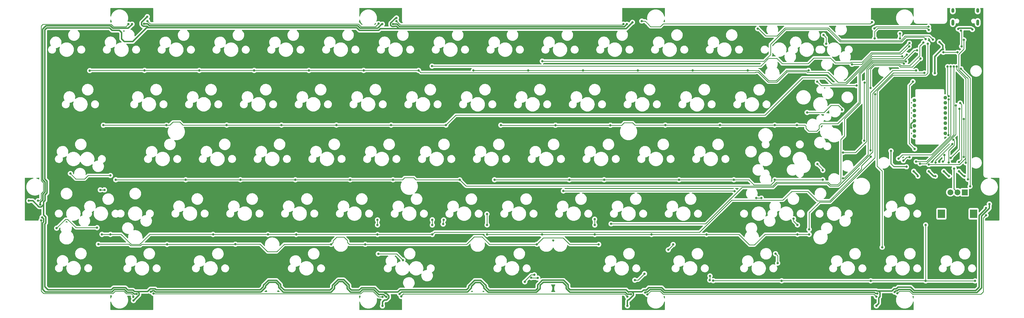
<source format=gbr>
%TF.GenerationSoftware,KiCad,Pcbnew,(6.0.5)*%
%TF.CreationDate,2022-06-26T21:14:40+09:00*%
%TF.ProjectId,dynamis,64796e61-6d69-4732-9e6b-696361645f70,rev?*%
%TF.SameCoordinates,Original*%
%TF.FileFunction,Copper,L1,Top*%
%TF.FilePolarity,Positive*%
%FSLAX46Y46*%
G04 Gerber Fmt 4.6, Leading zero omitted, Abs format (unit mm)*
G04 Created by KiCad (PCBNEW (6.0.5)) date 2022-06-26 21:14:40*
%MOMM*%
%LPD*%
G01*
G04 APERTURE LIST*
%TA.AperFunction,ComponentPad*%
%ADD10R,2.000000X2.000000*%
%TD*%
%TA.AperFunction,ComponentPad*%
%ADD11C,2.000000*%
%TD*%
%TA.AperFunction,ComponentPad*%
%ADD12R,2.500000X3.000000*%
%TD*%
%TA.AperFunction,ComponentPad*%
%ADD13C,1.300000*%
%TD*%
%TA.AperFunction,ComponentPad*%
%ADD14O,1.000000X1.600000*%
%TD*%
%TA.AperFunction,ComponentPad*%
%ADD15O,1.000000X2.100000*%
%TD*%
%TA.AperFunction,ViaPad*%
%ADD16C,0.800000*%
%TD*%
%TA.AperFunction,Conductor*%
%ADD17C,0.500000*%
%TD*%
%TA.AperFunction,Conductor*%
%ADD18C,0.375000*%
%TD*%
%TA.AperFunction,Conductor*%
%ADD19C,0.250000*%
%TD*%
G04 APERTURE END LIST*
D10*
%TO.P,RE0,A,A*%
%TO.N,RE_A*%
X456545690Y-202727799D03*
D11*
%TO.P,RE0,B,B*%
%TO.N,RE_B*%
X451545690Y-202727799D03*
%TO.P,RE0,C,C*%
%TO.N,GND*%
X454045690Y-202727799D03*
D12*
%TO.P,RE0,MP*%
%TO.N,N/C*%
X448445690Y-210227799D03*
X459645690Y-210227799D03*
%TD*%
D13*
%TO.P,U1,1,NC_1*%
%TO.N,unconnected-(U1-Pad1)*%
X439075000Y-183100000D03*
%TO.P,U1,2,NC_2*%
%TO.N,unconnected-(U1-Pad2)*%
X439075000Y-181320000D03*
%TO.P,U1,3,VDDPIX*%
%TO.N,Net-(C3-Pad2)*%
X439075000Y-179540000D03*
%TO.P,U1,4,VDD*%
%TO.N,VDD*%
X439075000Y-177760000D03*
%TO.P,U1,5,VDDIO*%
X439075000Y-175980000D03*
%TO.P,U1,6,NC_3*%
%TO.N,unconnected-(U1-Pad6)*%
X439075000Y-174200000D03*
%TO.P,U1,7,NRESET*%
%TO.N,Net-(R5-Pad1)*%
X439075000Y-172420000D03*
%TO.P,U1,8,GND*%
%TO.N,GND*%
X439075000Y-170640000D03*
%TO.P,U1,9,MOTION*%
%TO.N,MOTION*%
X449775000Y-169750000D03*
%TO.P,U1,10,SCLK*%
%TO.N,SCLK*%
X449775000Y-171530000D03*
%TO.P,U1,11,MOSI*%
%TO.N,MOSI*%
X449775000Y-173310000D03*
%TO.P,U1,12,MISO*%
%TO.N,MISO*%
X449775000Y-175090000D03*
%TO.P,U1,13,NCS*%
%TO.N,SS*%
X449775000Y-176870000D03*
%TO.P,U1,14,NC_4*%
%TO.N,unconnected-(U1-Pad14)*%
X449775000Y-178650000D03*
%TO.P,U1,15,LED_P*%
%TO.N,Net-(R6-Pad2)*%
X449775000Y-180430000D03*
%TO.P,U1,16,NC_5*%
%TO.N,unconnected-(U1-Pad16)*%
X449775000Y-182210000D03*
%TD*%
D14*
%TO.P,J0,S1,SHIELD*%
%TO.N,GND*%
X461045000Y-139390000D03*
X452405000Y-139390000D03*
D15*
X452405000Y-143570000D03*
X461045000Y-143570000D03*
%TD*%
D16*
%TO.N,GND*%
X448989678Y-152939599D03*
X463975000Y-208175000D03*
X167675000Y-240450000D03*
X446150000Y-161235730D03*
X259075000Y-141975000D03*
X254200000Y-242350000D03*
X447750000Y-150325000D03*
X425850000Y-242325000D03*
X452875000Y-194450000D03*
X172475000Y-141525000D03*
X131325000Y-205675000D03*
X339325000Y-242325000D03*
X341075000Y-143500000D03*
%TO.N,Net-(C2-Pad1)*%
X449108040Y-153932067D03*
X454075000Y-153950000D03*
%TO.N,VDD*%
X437974500Y-180264500D03*
%TO.N,VCC*%
X167175000Y-144125500D03*
X339150000Y-144125500D03*
X257902422Y-144125500D03*
X426225000Y-238025498D03*
X260175000Y-238175000D03*
X456464282Y-197099500D03*
X451100000Y-197099500D03*
X454525000Y-195400500D03*
X449300000Y-195400500D03*
X255549502Y-239150000D03*
X465125000Y-206800000D03*
X440275000Y-197099500D03*
X438825000Y-195400500D03*
X254175000Y-144125500D03*
X459199500Y-146000000D03*
X446375000Y-197099500D03*
X171376088Y-143973912D03*
X436312913Y-193831445D03*
X444075000Y-195400500D03*
X135925000Y-211450000D03*
X345526376Y-237687756D03*
X135268481Y-206972831D03*
X432225000Y-237500000D03*
X340575000Y-238225000D03*
X168769397Y-238177826D03*
X454275000Y-145790230D03*
X173750000Y-237375000D03*
X430925000Y-188275000D03*
%TO.N,row00*%
X247675000Y-160250000D03*
X228650000Y-160250000D03*
X152475000Y-160325000D03*
X266760000Y-160250000D03*
X190550000Y-160250000D03*
X171525000Y-160250000D03*
X434799500Y-155375000D03*
X209625000Y-160250000D03*
%TO.N,row01*%
X436449799Y-154774799D03*
X200075000Y-179300000D03*
X238200000Y-179300000D03*
X219100000Y-179300000D03*
X179125000Y-179350000D03*
X257225000Y-179300000D03*
X276275000Y-179300000D03*
X157225000Y-179350000D03*
%TO.N,Net-(D02_00-Pad2)*%
X145771490Y-196204999D03*
X159650000Y-196875000D03*
%TO.N,row02*%
X223925000Y-198350000D03*
X204850000Y-198350000D03*
X161525000Y-198350000D03*
X185825000Y-198350000D03*
X281075000Y-198375000D03*
X436127310Y-157146500D03*
X257875000Y-198350000D03*
X242975000Y-198350000D03*
%TO.N,Net-(D03_00-Pad2)*%
X155025000Y-215050000D03*
X140976090Y-215224599D03*
%TO.N,row03*%
X252475000Y-217425000D03*
X159675000Y-217400000D03*
X439650000Y-160300500D03*
X224225000Y-217425000D03*
X156725000Y-217400000D03*
X214400000Y-217425000D03*
X271525000Y-217425000D03*
X423862299Y-190337299D03*
X423850701Y-188100000D03*
X195350000Y-217400000D03*
%TO.N,Net-(D03_05-Pad2)*%
X252475000Y-214100000D03*
X252475000Y-212350500D03*
%TO.N,Net-(D03_06-Pad2)*%
X271525000Y-212300000D03*
X271525000Y-214125000D03*
%TO.N,row04*%
X236400000Y-220850000D03*
X333657092Y-213717408D03*
X307850000Y-220850000D03*
X248225000Y-220850000D03*
X179350000Y-220875000D03*
X442549310Y-161149310D03*
X203100000Y-220825000D03*
X155475000Y-220825000D03*
X329350000Y-220900000D03*
%TO.N,Net-(D04_04-Pad2)*%
X261325000Y-226350000D03*
X252750201Y-224174799D03*
%TO.N,Net-(D05_00-Pad2)*%
X408400000Y-150950000D03*
X407480490Y-147919999D03*
%TO.N,row05*%
X402275000Y-160225000D03*
X437250000Y-151850000D03*
X323925000Y-160275000D03*
X362000000Y-160275000D03*
X304850000Y-160275000D03*
X381100000Y-160275000D03*
X342925000Y-160275000D03*
X285825000Y-160275000D03*
X417375000Y-158125000D03*
%TO.N,Net-(D06_00-Pad2)*%
X413875000Y-174000000D03*
X401800000Y-174900000D03*
%TO.N,row06*%
X295350000Y-179325000D03*
X314325000Y-179375000D03*
X440025000Y-153225000D03*
X371525000Y-179325000D03*
X352500000Y-179325000D03*
X398250000Y-179325000D03*
X390525000Y-179325000D03*
X333425000Y-179375000D03*
%TO.N,Net-(D07_00-Pad2)*%
X405325000Y-192850000D03*
X407250000Y-195050000D03*
%TO.N,row07*%
X331250000Y-198350000D03*
X390550000Y-198350000D03*
X293150000Y-198350000D03*
X407225000Y-198350000D03*
X435427977Y-157878379D03*
X357275000Y-198350000D03*
X319150000Y-198350000D03*
X376325000Y-198350000D03*
X414224500Y-188850000D03*
%TO.N,row08*%
X441164602Y-156138669D03*
X328000000Y-217425000D03*
X425399799Y-168524799D03*
X423800000Y-166350000D03*
X366800000Y-217425000D03*
X402475000Y-217400000D03*
X402475000Y-215650000D03*
X398425000Y-217400000D03*
X290575000Y-217400000D03*
X347700000Y-217425000D03*
X309650000Y-217425000D03*
%TO.N,Net-(D08_01-Pad2)*%
X397100000Y-211950000D03*
X398425000Y-214100000D03*
%TO.N,Net-(D08_04-Pad2)*%
X328000000Y-214125000D03*
X327950000Y-212100000D03*
%TO.N,Net-(D08_06-Pad2)*%
X290570000Y-214100000D03*
X290525000Y-210300000D03*
%TO.N,row09*%
X423900000Y-233575000D03*
X442975000Y-233600000D03*
X369150000Y-233525000D03*
X460125000Y-233600000D03*
X405300000Y-164175000D03*
X418972990Y-165550000D03*
X442975000Y-214100000D03*
X392925000Y-233575000D03*
%TO.N,Net-(D09_05-Pad2)*%
X391550000Y-227404499D03*
X390810490Y-224139999D03*
%TO.N,Net-(D09_06-Pad2)*%
X367950498Y-233324500D03*
X368025000Y-231875500D03*
%TO.N,Net-(J0-PadA5)*%
X455478440Y-151851620D03*
X455230378Y-146405378D03*
%TO.N,MISO*%
X456226500Y-177163000D03*
X456226500Y-190412701D03*
%TO.N,Net-(LED0-Pad2)*%
X344325000Y-143050000D03*
X424325000Y-143450000D03*
%TO.N,LED*%
X434075000Y-149099500D03*
X434050000Y-147375000D03*
%TO.N,Net-(LED1-Pad2)*%
X337925000Y-144125000D03*
X259075000Y-143075000D03*
%TO.N,Net-(LED2-Pad2)*%
X252850000Y-143950000D03*
X172550000Y-143050000D03*
%TO.N,Net-(LED3-Pad2)*%
X165950000Y-144125500D03*
X134525000Y-205675000D03*
%TO.N,Net-(LED4-Pad2)*%
X167650000Y-239150000D03*
X135575000Y-212525000D03*
%TO.N,Net-(LED5-Pad2)*%
X174650000Y-238000000D03*
X254200000Y-239150000D03*
%TO.N,Net-(LED6-Pad2)*%
X260725000Y-239025000D03*
X339325000Y-239125000D03*
%TO.N,Net-(LED7-Pad2)*%
X346275000Y-238350000D03*
X425850000Y-239125000D03*
%TO.N,Net-(LED8-Pad2)*%
X433150000Y-237925000D03*
X463950000Y-210700000D03*
%TO.N,RE_A*%
X458400000Y-200650000D03*
X455249312Y-159700688D03*
%TO.N,RE_B*%
X457675500Y-198225000D03*
X456249190Y-149608580D03*
%TO.N,col00*%
X444000000Y-145050000D03*
X425150000Y-145650000D03*
%TO.N,col01*%
X445475000Y-149525000D03*
X384607061Y-145701940D03*
X157599500Y-201900000D03*
X156150500Y-201900000D03*
%TO.N,col02*%
X425250000Y-149099511D03*
X421750500Y-164525000D03*
X421650201Y-184750201D03*
X444075201Y-146149799D03*
%TO.N,col03*%
X355225000Y-220925000D03*
X353525000Y-222775000D03*
X345275000Y-231100500D03*
X427875000Y-221874500D03*
X443725000Y-150925500D03*
X341900000Y-233324500D03*
%TO.N,col04*%
X306975000Y-231475000D03*
X303675000Y-233924500D03*
X309725000Y-157025000D03*
X442972352Y-149326721D03*
%TO.N,col05*%
X384088990Y-204750500D03*
X308174799Y-232599799D03*
X376550000Y-202325000D03*
X305900000Y-232475500D03*
X414275201Y-197875201D03*
X317075000Y-202250000D03*
X385875000Y-204750000D03*
X442199500Y-150550000D03*
%TO.N,col06*%
X271437500Y-158762500D03*
X437325000Y-150725000D03*
X275300000Y-213799500D03*
X275475000Y-212350500D03*
%TO.N,SS-H*%
X444073293Y-193064263D03*
X456951000Y-192449944D03*
X453750500Y-158925500D03*
%TO.N,SCLK-H*%
X452750997Y-158925500D03*
X439675000Y-192037000D03*
%TO.N,MOSI-H*%
X451700000Y-158925500D03*
X433525000Y-191000000D03*
%TO.N,MISO-H*%
X450600000Y-158925500D03*
X450975500Y-169275000D03*
X454950000Y-171625000D03*
X454537701Y-192212701D03*
%TO.N,MOT-H*%
X438549022Y-164125000D03*
X439150000Y-187599500D03*
X448975000Y-192037000D03*
X449450049Y-189725049D03*
%TO.N,MOTION*%
X450935603Y-182760603D03*
X452595918Y-184420918D03*
X450949422Y-192339763D03*
X450975500Y-170350000D03*
%TO.N,SCLK*%
X441025000Y-192761500D03*
X453475497Y-172450000D03*
%TO.N,MOSI*%
X435213000Y-191700000D03*
X454725000Y-173650000D03*
X437377878Y-190463000D03*
X451673922Y-190750000D03*
%TO.N,SS*%
X446450000Y-192339763D03*
X452250000Y-185900500D03*
%TD*%
D17*
%TO.N,GND*%
X433400000Y-235775000D02*
X437751764Y-235775000D01*
X170526577Y-144325792D02*
X170526577Y-144050000D01*
X136464269Y-206978434D02*
X135620361Y-207822342D01*
X256399013Y-238798120D02*
X256399013Y-239501880D01*
X339325000Y-240550000D02*
X339325000Y-242325000D01*
X437751764Y-235775000D02*
X438950882Y-236974118D01*
X344950000Y-236775000D02*
X345950000Y-236775000D01*
X177550000Y-145374520D02*
X175675000Y-145374520D01*
X160735249Y-235975961D02*
X164612977Y-235975961D01*
X137649038Y-198885248D02*
X137649038Y-202927726D01*
X339800000Y-240225000D02*
X339650000Y-240225000D01*
X165296421Y-236369657D02*
X165525882Y-236599118D01*
X427074511Y-237673618D02*
X427074511Y-239075489D01*
X254875000Y-240275000D02*
X254200000Y-240950000D01*
X253415232Y-145699038D02*
X253357135Y-145757135D01*
X427074511Y-239075489D02*
X426675000Y-239475000D01*
X236792865Y-236067865D02*
X236792865Y-235192865D01*
X214560249Y-233425481D02*
X217389751Y-233425481D01*
X220068750Y-236829480D02*
X236031250Y-236829480D01*
X212855365Y-235630365D02*
X212855365Y-235130365D01*
X286234527Y-233425000D02*
X288376453Y-233425000D01*
X137000882Y-205525883D02*
X136464269Y-206062495D01*
X258329313Y-144900000D02*
X258254302Y-144975011D01*
X137900000Y-236675000D02*
X137975960Y-236750960D01*
X352295996Y-236969233D02*
X425818246Y-236969233D01*
X290174519Y-235810249D02*
X291240230Y-236875960D01*
X167962495Y-237235731D02*
X168026764Y-237300000D01*
X438950882Y-236974118D02*
X460400882Y-236974118D01*
X426025000Y-237175987D02*
X426576880Y-237175987D01*
X256399013Y-239501880D02*
X255625893Y-240275000D01*
X338879885Y-236680365D02*
X339725000Y-237525480D01*
X284230365Y-235980365D02*
X284230365Y-235429162D01*
X339725000Y-237525480D02*
X339874991Y-237375489D01*
X260374520Y-236750480D02*
X283460250Y-236750480D01*
X159450000Y-236750960D02*
X159960250Y-236750960D01*
X236792865Y-235192865D02*
X238810249Y-233175481D01*
X341424511Y-238600489D02*
X339800000Y-240225000D01*
X251552724Y-236025961D02*
X253050882Y-237524118D01*
X217389751Y-233425481D02*
X218824519Y-234860249D01*
X318774520Y-234985250D02*
X318774519Y-236010249D01*
X175191142Y-236350481D02*
X175600911Y-236760250D01*
X163550000Y-149250000D02*
X163550000Y-147050000D01*
X236031250Y-236829480D02*
X236792865Y-236067865D01*
X340926880Y-237375489D02*
X344349511Y-237375489D01*
X211725480Y-236760250D02*
X212855365Y-235630365D01*
X170526577Y-144050000D02*
X170526577Y-143473423D01*
X341424511Y-237873120D02*
X341424511Y-238600489D01*
X160443105Y-236268105D02*
X160735249Y-235975961D01*
X246913769Y-236025961D02*
X251552724Y-236025961D01*
X167552726Y-236825962D02*
X167962495Y-237235731D01*
X345950000Y-236775000D02*
X346799040Y-235925960D01*
X290174519Y-235223066D02*
X290174519Y-235810249D01*
X169092962Y-237300000D02*
X169618908Y-237825946D01*
X257052911Y-143773620D02*
X258851531Y-141975000D01*
X159372276Y-145424040D02*
X137550960Y-145424040D01*
X257052911Y-144477380D02*
X257052911Y-143773620D01*
X254200000Y-240950000D02*
X254200000Y-242350000D01*
X307484770Y-236875960D02*
X308167865Y-236192865D01*
X242624520Y-235060250D02*
X242624519Y-236025000D01*
X172949520Y-145374520D02*
X172275480Y-145374520D01*
X240739751Y-233175481D02*
X242624520Y-235060250D01*
X346799040Y-235925960D02*
X351252724Y-235925960D01*
X426576880Y-237175987D02*
X431249013Y-237175987D01*
X426576880Y-237175987D02*
X427074511Y-237673618D01*
X426675000Y-241500000D02*
X425850000Y-242325000D01*
X172450000Y-144875000D02*
X171075785Y-144875000D01*
X339874991Y-237375489D02*
X340926880Y-237375489D01*
X171075785Y-144875000D02*
X170526577Y-144325792D01*
X426675000Y-239475000D02*
X426675000Y-241500000D01*
X308167865Y-236192865D02*
X308167865Y-234992865D01*
X246184770Y-146274040D02*
X245285250Y-145374520D01*
X136464269Y-206978434D02*
X136464269Y-210639269D01*
X137649038Y-202927726D02*
X137000882Y-203575882D01*
X136849040Y-213800000D02*
X136849040Y-235425000D01*
X172949520Y-145374520D02*
X172450000Y-144875000D01*
X254764779Y-237524118D02*
X255251400Y-238010739D01*
X136950000Y-211125000D02*
X137200000Y-211375000D01*
X344349511Y-237375489D02*
X344950000Y-236775000D01*
X135620361Y-207822342D02*
X134847342Y-207822342D01*
X137975960Y-236750960D02*
X159450000Y-236750960D01*
X175675000Y-145374520D02*
X172949520Y-145374520D01*
X169618908Y-237825946D02*
X169618908Y-238529706D01*
X288376453Y-233425000D02*
X290174519Y-235223066D01*
X212855365Y-235130365D02*
X214560249Y-233425481D01*
X159960250Y-236750960D02*
X160443105Y-236268105D01*
X172275480Y-145374520D02*
X167475000Y-150175000D01*
X259487505Y-145289269D02*
X259098236Y-144900000D01*
X338875960Y-145699040D02*
X337725000Y-145699039D01*
X169121277Y-239027337D02*
X167698614Y-240450000D01*
X245285250Y-145374520D02*
X177550000Y-145374520D01*
X448610401Y-152939599D02*
X446150000Y-155400000D01*
X258851531Y-141975000D02*
X259075000Y-141975000D01*
X169618908Y-238529706D02*
X169121277Y-239027337D01*
X137200000Y-213449040D02*
X136849040Y-213800000D01*
X257550542Y-144975011D02*
X257052911Y-144477380D01*
X448989678Y-152939599D02*
X448989678Y-151564678D01*
X136464269Y-210639269D02*
X136950000Y-211125000D01*
X164475000Y-150175000D02*
X163550000Y-149250000D01*
X137200000Y-213175000D02*
X137200000Y-213449040D01*
X259098236Y-144900000D02*
X258329313Y-144900000D01*
X172623609Y-237300000D02*
X173573129Y-236350480D01*
X340926880Y-237375489D02*
X341424511Y-237873120D01*
X136849040Y-235624040D02*
X137900000Y-236675000D01*
X461600000Y-210810730D02*
X463975000Y-208435730D01*
X463975000Y-208435730D02*
X463975000Y-208175000D01*
X243424519Y-236825000D02*
X246114730Y-236825000D01*
X163550000Y-147050000D02*
X162775000Y-146275000D01*
X136464269Y-206062495D02*
X136464269Y-206978434D01*
X160223235Y-146275000D02*
X159372276Y-145424040D01*
X341075000Y-143500000D02*
X338875960Y-145699040D01*
X168800000Y-237300000D02*
X172623609Y-237300000D01*
X259600882Y-237524118D02*
X260374520Y-236750480D01*
X136849040Y-198085250D02*
X137649038Y-198885248D01*
X283460250Y-236750480D02*
X284230365Y-235980365D01*
X165752724Y-236825960D02*
X166475000Y-236825960D01*
X218824519Y-234860249D02*
X218824519Y-235585249D01*
D18*
X452875000Y-201557109D02*
X454045690Y-202727799D01*
D17*
X264075000Y-145699039D02*
X259897274Y-145699038D01*
X259897274Y-145699038D02*
X259487505Y-145289269D01*
X254764779Y-237524118D02*
X259600882Y-237524118D01*
X425818246Y-236969233D02*
X426025000Y-237175987D01*
X165525882Y-236599118D02*
X165752724Y-236825960D01*
X255625893Y-240275000D02*
X254875000Y-240275000D01*
X335300000Y-145699039D02*
X264075000Y-145699039D01*
X173573129Y-236350480D02*
X175191142Y-236350481D01*
X242624519Y-236025000D02*
X243424519Y-236825000D01*
X168026764Y-237300000D02*
X168800000Y-237300000D01*
X431249013Y-237175987D02*
X432049031Y-236375969D01*
X134847342Y-207822342D02*
X132700000Y-205675000D01*
X132700000Y-205675000D02*
X131325000Y-205675000D01*
X351252724Y-235925960D02*
X352295996Y-236969233D01*
X164902728Y-235975962D02*
X165296421Y-236369657D01*
X253357135Y-145757135D02*
X252840230Y-146274040D01*
X246114730Y-236825000D02*
X246913769Y-236025961D01*
X432799031Y-236375969D02*
X433400000Y-235775000D01*
X258254302Y-144975011D02*
X257550542Y-144975011D01*
X460400882Y-236974118D02*
X461600000Y-235775000D01*
X255611632Y-238010739D02*
X256399013Y-238798120D01*
X432049031Y-236375969D02*
X432799031Y-236375969D01*
X167475000Y-150175000D02*
X164475000Y-150175000D01*
X253050882Y-237524118D02*
X254764779Y-237524118D01*
X252840230Y-146274040D02*
X246184770Y-146274040D01*
X308167865Y-234992865D02*
X309785249Y-233375481D01*
X170526577Y-143473423D02*
X172475000Y-141525000D01*
X339650000Y-240225000D02*
X339325000Y-240550000D01*
X137550960Y-145424040D02*
X136849040Y-146125960D01*
X448989678Y-151564678D02*
X447750000Y-150325000D01*
X218824519Y-235585249D02*
X220068750Y-236829480D01*
X168800000Y-237300000D02*
X169092962Y-237300000D01*
X137000882Y-203575882D02*
X137000882Y-205525883D01*
X461600000Y-235775000D02*
X461600000Y-210810730D01*
X162775000Y-146275000D02*
X160223235Y-146275000D01*
X318774519Y-236010249D02*
X319444635Y-236680365D01*
X337725000Y-145699039D02*
X335300000Y-145699039D01*
X167698614Y-240450000D02*
X167675000Y-240450000D01*
X309785249Y-233375481D02*
X317164751Y-233375481D01*
X175600911Y-236760250D02*
X211725480Y-236760250D01*
X448989678Y-152939599D02*
X448610401Y-152939599D01*
X446150000Y-155400000D02*
X446150000Y-161235730D01*
X319444635Y-236680365D02*
X338879885Y-236680365D01*
X291240230Y-236875960D02*
X307484770Y-236875960D01*
X317164751Y-233375481D02*
X318774520Y-234985250D01*
X136849040Y-235425000D02*
X136849040Y-235624040D01*
X137200000Y-211375000D02*
X137200000Y-213175000D01*
D18*
X452875000Y-194450000D02*
X452875000Y-201557109D01*
D17*
X164612977Y-235975961D02*
X164902728Y-235975962D01*
X136849040Y-146125960D02*
X136849040Y-198085250D01*
X255251400Y-238010739D02*
X255611632Y-238010739D01*
X259897274Y-145699038D02*
X253415232Y-145699038D01*
X166475000Y-236825960D02*
X167552726Y-236825962D01*
X238810249Y-233175481D02*
X240739751Y-233175481D01*
X284230365Y-235429162D02*
X286234527Y-233425000D01*
D19*
%TO.N,Net-(C2-Pad1)*%
X449108040Y-153932067D02*
X449125973Y-153950000D01*
X449125973Y-153950000D02*
X454075000Y-153950000D01*
D17*
%TO.N,VDD*%
X437900000Y-178935000D02*
X439075000Y-177760000D01*
X437974500Y-180264500D02*
X437900000Y-180190000D01*
X437900000Y-180190000D02*
X437900000Y-178935000D01*
%TO.N,VCC*%
X136149520Y-213350000D02*
X136149520Y-236549520D01*
X433125000Y-237075489D02*
X433550008Y-236650481D01*
X345526376Y-237687756D02*
X345713643Y-237500489D01*
X347150008Y-236625481D02*
X350000000Y-236625480D01*
X338600480Y-237575480D02*
X339150000Y-238125000D01*
X309000000Y-236350000D02*
X309000000Y-235150000D01*
X450999000Y-197099500D02*
X449300000Y-195400500D01*
X136149520Y-198375000D02*
X136949519Y-199174999D01*
X252750000Y-145375000D02*
X252550480Y-145574520D01*
X425562991Y-238025498D02*
X426225000Y-238025498D01*
X243129000Y-237529000D02*
X246400000Y-237529000D01*
X137261209Y-144724521D02*
X136149521Y-145836209D01*
X285125000Y-235523797D02*
X286448797Y-234200000D01*
X159662027Y-144724520D02*
X137261209Y-144724521D01*
X135287973Y-206249520D02*
X135287973Y-206953339D01*
X425206246Y-237668753D02*
X425549520Y-238012027D01*
X286467319Y-234181478D02*
X288143661Y-234181478D01*
X167881247Y-238143753D02*
X167915320Y-238177826D01*
X136149520Y-236549520D02*
X137050000Y-237450000D01*
X456224000Y-197099500D02*
X454525000Y-195400500D01*
X290950480Y-237575480D02*
X292200000Y-237575480D01*
X285125000Y-235950000D02*
X285125000Y-235523797D01*
X283750000Y-237450000D02*
X285125000Y-236075000D01*
X260900000Y-237450000D02*
X267925000Y-237450000D01*
X432649511Y-237075489D02*
X433125000Y-237075489D01*
X319350480Y-237575480D02*
X328325000Y-237575480D01*
X254888196Y-238636805D02*
X255401391Y-239150000D01*
X164793746Y-236856253D02*
X165462973Y-237525480D01*
X252550480Y-145574520D02*
X246474520Y-145574520D01*
X174000000Y-237375000D02*
X174325000Y-237050000D01*
X246400000Y-237529000D02*
X247203520Y-236725480D01*
X255401391Y-239150000D02*
X255549502Y-239150000D01*
X462425480Y-211500000D02*
X462425480Y-210974520D01*
X339250000Y-238225000D02*
X340575000Y-238225000D01*
X337387025Y-144999519D02*
X260187025Y-144999519D01*
X307774520Y-237575480D02*
X308875000Y-236475000D01*
X136949519Y-202637975D02*
X136174520Y-203412974D01*
X318075000Y-235275000D02*
X318075000Y-236300000D01*
X251262973Y-236725480D02*
X253068747Y-238531253D01*
X289475000Y-236100000D02*
X290950480Y-237575480D01*
X167915320Y-238177826D02*
X168769397Y-238177826D01*
X136424511Y-211949511D02*
X136424511Y-213075009D01*
X318075000Y-236300000D02*
X319350480Y-237575480D01*
X433550008Y-236650481D02*
X437637974Y-236650481D01*
X213600000Y-235875000D02*
X213600000Y-235375000D01*
X165825481Y-145574519D02*
X160512025Y-145574519D01*
X136424511Y-213075009D02*
X136149520Y-213350000D01*
X437637974Y-236650481D02*
X438443747Y-237456253D01*
X245575000Y-144675000D02*
X173275000Y-144675000D01*
X217100000Y-234125000D02*
X218125000Y-235150000D01*
X446375000Y-197099500D02*
X445774000Y-197099500D01*
X137050000Y-237450480D02*
X160250000Y-237450480D01*
X328325000Y-237575480D02*
X338600480Y-237575480D01*
X167175000Y-144225000D02*
X165825481Y-145574519D01*
X350000000Y-236625480D02*
X350962973Y-236625480D01*
X237575000Y-236275000D02*
X237575000Y-235400000D01*
X254175000Y-144125500D02*
X253999500Y-144125500D01*
X259313006Y-144125500D02*
X257902422Y-144125500D01*
X239100000Y-233875000D02*
X240225000Y-233875000D01*
X172573912Y-143973912D02*
X171376088Y-143973912D01*
X241525000Y-234950000D02*
X241925000Y-235350000D01*
X237575000Y-235400000D02*
X238650000Y-234325000D01*
X440275000Y-197099500D02*
X440275000Y-196850500D01*
X136149521Y-145836209D02*
X136149521Y-198387027D01*
X164612975Y-236675481D02*
X164793746Y-236856253D01*
X438662974Y-237675480D02*
X460775000Y-237675480D01*
X160512025Y-145574519D02*
X159662027Y-144724520D01*
X136174520Y-203412974D02*
X136174519Y-205362975D01*
X212000695Y-237474305D02*
X213600000Y-235875000D01*
X254551880Y-238300489D02*
X254888196Y-238636805D01*
X253299511Y-238300489D02*
X254551880Y-238300489D01*
X308875000Y-236475000D02*
X309000000Y-236350000D01*
X345713643Y-237500489D02*
X346275000Y-237500489D01*
X136174519Y-205362975D02*
X135287973Y-206249520D01*
X240450000Y-233875000D02*
X241525000Y-234950000D01*
X456464282Y-197099500D02*
X456224000Y-197099500D01*
X339150000Y-238125000D02*
X339250000Y-238225000D01*
X465125000Y-208275000D02*
X465125000Y-206800000D01*
X241925000Y-235350000D02*
X241925000Y-236325000D01*
X167262975Y-237525481D02*
X167881247Y-238143753D01*
X462425480Y-210974520D02*
X464000000Y-209400000D01*
X237525000Y-236325000D02*
X237575000Y-236275000D01*
X259543753Y-144356247D02*
X259313006Y-144125500D01*
X241925000Y-236325000D02*
X243129000Y-237529000D01*
X218125000Y-235875000D02*
X219779000Y-237529000D01*
X175325696Y-237474305D02*
X212000695Y-237474305D01*
X285125000Y-236075000D02*
X285125000Y-235950000D01*
X247203520Y-236725480D02*
X251262973Y-236725480D01*
X260187025Y-144999519D02*
X259543753Y-144356247D01*
X236321000Y-237529000D02*
X237525000Y-236325000D01*
X161024999Y-236675481D02*
X164612975Y-236675481D01*
X339150000Y-144125500D02*
X338275980Y-144999520D01*
X219779000Y-237529000D02*
X235575000Y-237529000D01*
X352006247Y-237668753D02*
X425206246Y-237668753D01*
X173275000Y-144675000D02*
X172600000Y-144000000D01*
X288143661Y-234181478D02*
X289475000Y-235512817D01*
X166000000Y-237525480D02*
X167262975Y-237525481D01*
X338275980Y-144999520D02*
X337387025Y-144999519D01*
X309000000Y-235150000D02*
X310075000Y-234075000D01*
X213600000Y-235375000D02*
X214850000Y-234125000D01*
X462425481Y-236024999D02*
X462425480Y-211500000D01*
X136949519Y-199174999D02*
X136949519Y-202637975D01*
D18*
X436312913Y-193831445D02*
X436281468Y-193800000D01*
D17*
X438443747Y-237456253D02*
X438662974Y-237675480D01*
X173750000Y-237375000D02*
X174000000Y-237375000D01*
X286448797Y-234200000D02*
X286467319Y-234181478D01*
X454509363Y-145555867D02*
X454275000Y-145790230D01*
X451100000Y-197099500D02*
X450999000Y-197099500D01*
X458755367Y-145555867D02*
X454509363Y-145555867D01*
X346275000Y-237500489D02*
X347150008Y-236625481D01*
X292200000Y-237575480D02*
X307774520Y-237575480D01*
X253999500Y-144125500D02*
X252750000Y-145375000D01*
X440275000Y-196850500D02*
X438825000Y-195400500D01*
D18*
X430925000Y-192800000D02*
X430925000Y-188275000D01*
D17*
X445774000Y-197099500D02*
X444075000Y-195400500D01*
X174901391Y-237050000D02*
X175325696Y-237474305D01*
X238650000Y-234325000D02*
X239100000Y-233875000D01*
X459199500Y-146000000D02*
X458755367Y-145555867D01*
X267925000Y-237450000D02*
X283750000Y-237450000D01*
D18*
X431925000Y-193800000D02*
X430925000Y-192800000D01*
D17*
X137050000Y-237450000D02*
X137050000Y-237450480D01*
X235575000Y-237529000D02*
X236321000Y-237529000D01*
X350962973Y-236625480D02*
X352006247Y-237668753D01*
X160250000Y-237450480D02*
X161024999Y-236675481D01*
X172600000Y-144000000D02*
X172573912Y-143973912D01*
X135287973Y-206953339D02*
X135268481Y-206972831D01*
D18*
X436281468Y-193800000D02*
X431925000Y-193800000D01*
D17*
X425549520Y-238012027D02*
X425562991Y-238025498D01*
X240225000Y-233875000D02*
X240450000Y-233875000D01*
X460775000Y-237675480D02*
X462425481Y-236024999D01*
X214850000Y-234125000D02*
X217100000Y-234125000D01*
X174325000Y-237050000D02*
X174901391Y-237050000D01*
X464000000Y-209400000D02*
X465125000Y-208275000D01*
X135925000Y-211450000D02*
X136424511Y-211949511D01*
X310075000Y-234075000D02*
X316875000Y-234075000D01*
X289475000Y-235512817D02*
X289475000Y-236100000D01*
X260175000Y-238175000D02*
X260900000Y-237450000D01*
X246474520Y-145574520D02*
X245575000Y-144675000D01*
X432225000Y-237500000D02*
X432649511Y-237075489D01*
X165462973Y-237525480D02*
X166000000Y-237525480D01*
X253068747Y-238531253D02*
X253299511Y-238300489D01*
X316875000Y-234075000D02*
X318075000Y-235275000D01*
X167175000Y-144125500D02*
X167175000Y-144225000D01*
X218125000Y-235150000D02*
X218125000Y-235875000D01*
D19*
%TO.N,row00*%
X152550000Y-160250000D02*
X152475000Y-160325000D01*
X391236197Y-164299520D02*
X388238803Y-164299520D01*
X384789282Y-160850000D02*
X383900000Y-160850000D01*
X266760000Y-160250000D02*
X247675000Y-160250000D01*
X383750489Y-160999511D02*
X267509511Y-160999511D01*
X424350000Y-155375000D02*
X415300000Y-164425000D01*
X171525000Y-160250000D02*
X152550000Y-160250000D01*
X247675000Y-160250000D02*
X228650000Y-160250000D01*
X228650000Y-160250000D02*
X209625000Y-160250000D01*
X209625000Y-160250000D02*
X190550000Y-160250000D01*
X415300000Y-164425000D02*
X412525000Y-164425000D01*
X401699906Y-160674520D02*
X394861198Y-160674520D01*
X190550000Y-160250000D02*
X171525000Y-160250000D01*
X388238803Y-164299520D02*
X384789282Y-160850000D01*
X412525000Y-164425000D02*
X409049511Y-160949511D01*
X383900000Y-160850000D02*
X383750489Y-160999511D01*
X267509511Y-160999511D02*
X266760000Y-160250000D01*
X409049511Y-160949511D02*
X401974897Y-160949511D01*
X434799500Y-155375000D02*
X424350000Y-155375000D01*
X394861198Y-160674520D02*
X391236197Y-164299520D01*
X401974897Y-160949511D02*
X401699906Y-160674520D01*
%TO.N,row01*%
X219100000Y-179300000D02*
X200075000Y-179300000D01*
X436424315Y-154774799D02*
X436449799Y-154774799D01*
X408400000Y-163000000D02*
X410425000Y-165025000D01*
X424225000Y-156150000D02*
X435049114Y-156150000D01*
X200075000Y-179300000D02*
X184850000Y-179300000D01*
X183800000Y-178250000D02*
X181425000Y-178250000D01*
X276275000Y-179300000D02*
X279694522Y-175880478D01*
X184850000Y-179300000D02*
X183800000Y-178250000D01*
X279694522Y-175880478D02*
X387119522Y-175880478D01*
X257225000Y-179300000D02*
X238200000Y-179300000D01*
X400175000Y-162825000D02*
X408225000Y-162825000D01*
X410425000Y-165025000D02*
X415335718Y-165025000D01*
X387119522Y-175880478D02*
X400175000Y-162825000D01*
X435049114Y-156150000D02*
X436424315Y-154774799D01*
X180325000Y-179350000D02*
X179125000Y-179350000D01*
X408225000Y-162825000D02*
X408400000Y-163000000D01*
X415335718Y-165025000D02*
X415350000Y-165025000D01*
X179125000Y-179350000D02*
X157225000Y-179350000D01*
X238200000Y-179300000D02*
X219100000Y-179300000D01*
X181425000Y-178250000D02*
X180325000Y-179350000D01*
X415350000Y-165025000D02*
X424225000Y-156150000D01*
X276275000Y-179300000D02*
X257225000Y-179300000D01*
%TO.N,Net-(D02_00-Pad2)*%
X150720480Y-198079520D02*
X147646011Y-198079520D01*
X159650000Y-196875000D02*
X151925000Y-196875000D01*
X151925000Y-196875000D02*
X150720480Y-198079520D01*
X147646011Y-198079520D02*
X145771490Y-196204999D01*
%TO.N,row02*%
X413500000Y-198050000D02*
X413500000Y-184300000D01*
X261200000Y-198350000D02*
X257875000Y-198350000D01*
X257875000Y-198350000D02*
X242975000Y-198350000D01*
X409900000Y-200075000D02*
X409925000Y-200100000D01*
X413500000Y-184300000D02*
X414775000Y-183025000D01*
X283274520Y-200574520D02*
X389775480Y-200574520D01*
X408650000Y-199225000D02*
X409050000Y-199225000D01*
X389775480Y-200574520D02*
X390800000Y-199550000D01*
X420249520Y-171611198D02*
X420249520Y-161396916D01*
X390800000Y-199550000D02*
X391125000Y-199225000D01*
X414775000Y-183025000D02*
X414775000Y-177085718D01*
X391125000Y-199225000D02*
X408650000Y-199225000D01*
X424499936Y-157146500D02*
X436127310Y-157146500D01*
X265850000Y-198375000D02*
X265100000Y-197625000D01*
X409050000Y-199225000D02*
X409900000Y-200075000D01*
X242975000Y-198350000D02*
X223925000Y-198350000D01*
X420249520Y-161396916D02*
X424499936Y-157146500D01*
X261925000Y-197625000D02*
X261200000Y-198350000D01*
X223925000Y-198350000D02*
X204850000Y-198350000D01*
X204850000Y-198350000D02*
X185825000Y-198350000D01*
X413500000Y-199025000D02*
X413500000Y-198050000D01*
X265100000Y-197625000D02*
X261925000Y-197625000D01*
X416005359Y-175855359D02*
X420249520Y-171611198D01*
X185825000Y-198350000D02*
X161525000Y-198350000D01*
X281075000Y-198375000D02*
X283274520Y-200574520D01*
X412425000Y-200100000D02*
X413500000Y-199025000D01*
X409925000Y-200100000D02*
X412425000Y-200100000D01*
X414775000Y-177085718D02*
X416005359Y-175855359D01*
X281075000Y-198375000D02*
X265850000Y-198375000D01*
%TO.N,Net-(D03_00-Pad2)*%
X155025000Y-215050000D02*
X147675000Y-215050000D01*
X144775000Y-212150000D02*
X144050689Y-212150000D01*
X147675000Y-215050000D02*
X144775000Y-212150000D01*
X144050689Y-212150000D02*
X140976090Y-215224599D01*
%TO.N,row03*%
X166900000Y-220900000D02*
X163400000Y-217400000D01*
X405375000Y-205725000D02*
X409650000Y-205725000D01*
X271525000Y-217425000D02*
X272325000Y-216625000D01*
X224225000Y-217425000D02*
X214400000Y-217425000D01*
X396450000Y-202400000D02*
X402050000Y-202400000D01*
X423850701Y-167974299D02*
X423850701Y-188100000D01*
X430875000Y-160950000D02*
X431524500Y-160300500D01*
X195350000Y-217400000D02*
X173350000Y-217400000D01*
X159675000Y-217400000D02*
X156725000Y-217400000D01*
X163400000Y-217400000D02*
X159675000Y-217400000D01*
X375549040Y-205475000D02*
X393375000Y-205475000D01*
X271525000Y-217425000D02*
X252475000Y-217425000D01*
X420699040Y-193500558D02*
X420699040Y-194675960D01*
X272325000Y-216625000D02*
X364399040Y-216625000D01*
X402050000Y-202400000D02*
X405375000Y-205725000D01*
X252475000Y-217425000D02*
X224225000Y-217425000D01*
X430875000Y-160950000D02*
X423850701Y-167974299D01*
X393375000Y-205475000D02*
X396450000Y-202400000D01*
X195375000Y-217425000D02*
X195350000Y-217400000D01*
X169850000Y-220900000D02*
X166900000Y-220900000D01*
X214400000Y-217425000D02*
X195375000Y-217425000D01*
X364399040Y-216625000D02*
X375549040Y-205475000D01*
X409650000Y-205725000D02*
X420699040Y-194675960D01*
X431524500Y-160300500D02*
X439650000Y-160300500D01*
X173350000Y-217400000D02*
X169850000Y-220900000D01*
X423862299Y-190337299D02*
X420699040Y-193500558D01*
%TO.N,Net-(D03_05-Pad2)*%
X252475000Y-212350500D02*
X252475000Y-214100000D01*
%TO.N,Net-(D03_06-Pad2)*%
X271525000Y-212300000D02*
X271525000Y-214125000D01*
%TO.N,row04*%
X214300000Y-223450000D02*
X217475000Y-223450000D01*
X286075000Y-218250000D02*
X288825000Y-218250000D01*
X155475000Y-220825000D02*
X166189282Y-220825000D01*
X431750690Y-161149310D02*
X442549310Y-161149310D01*
X412625480Y-200549520D02*
X424575201Y-188599799D01*
X237075000Y-220175000D02*
X237075000Y-219600000D01*
X283475000Y-220850000D02*
X286075000Y-218250000D01*
X217475000Y-223450000D02*
X220075000Y-220850000D01*
X238325000Y-218350000D02*
X240825000Y-218350000D01*
X310103422Y-218596578D02*
X316971578Y-218596578D01*
X242050000Y-219575000D02*
X242050000Y-220175000D01*
X242050000Y-220175000D02*
X242725000Y-220850000D01*
X166713802Y-221349520D02*
X170036198Y-221349520D01*
X203100000Y-220825000D02*
X211675000Y-220825000D01*
X179350000Y-220875000D02*
X203050000Y-220875000D01*
X319275000Y-220900000D02*
X329350000Y-220900000D01*
X240825000Y-218350000D02*
X242050000Y-219575000D01*
X307850000Y-220850000D02*
X310103422Y-218596578D01*
X203050000Y-220875000D02*
X203100000Y-220825000D01*
X333657092Y-213717408D02*
X366532592Y-213717408D01*
X408864282Y-199675000D02*
X409738803Y-200549520D01*
X291425000Y-220850000D02*
X307850000Y-220850000D01*
X409738803Y-200549520D02*
X412625480Y-200549520D01*
X236400000Y-220850000D02*
X237075000Y-220175000D01*
X170036198Y-221349520D02*
X170510718Y-220875000D01*
X211675000Y-220825000D02*
X214300000Y-223450000D01*
X316971578Y-218596578D02*
X319275000Y-220900000D01*
X248225000Y-220850000D02*
X283475000Y-220850000D01*
X237075000Y-219600000D02*
X238325000Y-218350000D01*
X220075000Y-220850000D02*
X236400000Y-220850000D01*
X389961678Y-201024040D02*
X391310718Y-199675000D01*
X242725000Y-220850000D02*
X248225000Y-220850000D01*
X366532592Y-213717408D02*
X379225960Y-201024040D01*
X379225960Y-201024040D02*
X389961678Y-201024040D01*
X170510718Y-220875000D02*
X179350000Y-220875000D01*
X424575201Y-188599799D02*
X424575201Y-168324799D01*
X166189282Y-220825000D02*
X166713802Y-221349520D01*
X288825000Y-218250000D02*
X291425000Y-220850000D01*
X391310718Y-199675000D02*
X408864282Y-199675000D01*
X424575201Y-168324799D02*
X431750690Y-161149310D01*
%TO.N,Net-(D04_04-Pad2)*%
X259149799Y-224174799D02*
X261325000Y-226350000D01*
X252750201Y-224174799D02*
X259149799Y-224174799D01*
%TO.N,Net-(D05_00-Pad2)*%
X408400000Y-148839509D02*
X407480490Y-147919999D01*
X408400000Y-150950000D02*
X408400000Y-148839509D01*
%TO.N,row05*%
X342925000Y-160275000D02*
X323925000Y-160275000D01*
X402275000Y-160225000D02*
X394675000Y-160225000D01*
X323925000Y-160275000D02*
X304850000Y-160275000D01*
X394675000Y-160225000D02*
X391050000Y-163850000D01*
X417375000Y-158125000D02*
X420800000Y-158125000D01*
X304850000Y-160275000D02*
X285825000Y-160275000D01*
X391050000Y-163850000D02*
X388425000Y-163850000D01*
X384850000Y-160275000D02*
X381100000Y-160275000D01*
X424375000Y-154550000D02*
X434525000Y-154550000D01*
X434525000Y-154550000D02*
X434550000Y-154550000D01*
X434550000Y-154550000D02*
X437250000Y-151850000D01*
X424025000Y-154900000D02*
X424375000Y-154550000D01*
X362000000Y-160275000D02*
X342925000Y-160275000D01*
X420800000Y-158125000D02*
X424025000Y-154900000D01*
X388425000Y-163850000D02*
X384850000Y-160275000D01*
X381100000Y-160275000D02*
X362000000Y-160275000D01*
%TO.N,Net-(D06_00-Pad2)*%
X407675000Y-174900000D02*
X409875000Y-172700000D01*
X412625000Y-172500000D02*
X413875000Y-173750000D01*
X410075000Y-172500000D02*
X412625000Y-172500000D01*
X409875000Y-172700000D02*
X410075000Y-172500000D01*
X401800000Y-174900000D02*
X407675000Y-174900000D01*
X413875000Y-173750000D02*
X413875000Y-174000000D01*
%TO.N,row06*%
X440025000Y-153225000D02*
X439024212Y-153225000D01*
X371525000Y-179325000D02*
X352500000Y-179325000D01*
X333425000Y-179375000D02*
X314325000Y-179375000D01*
X424335718Y-156675000D02*
X419800000Y-161210718D01*
X398250000Y-179325000D02*
X390525000Y-179325000D01*
X341975000Y-179325000D02*
X341125000Y-178475000D01*
X401400000Y-179725000D02*
X401000000Y-179325000D01*
X390525000Y-179325000D02*
X371525000Y-179325000D01*
X435574212Y-156675000D02*
X424335718Y-156675000D01*
X412425000Y-178800000D02*
X406575000Y-178800000D01*
X341125000Y-178475000D02*
X338225000Y-178475000D01*
X439024212Y-153225000D02*
X435574212Y-156675000D01*
X337325000Y-179375000D02*
X333425000Y-179375000D01*
X419800000Y-171425000D02*
X412425000Y-178800000D01*
X352500000Y-179325000D02*
X341975000Y-179325000D01*
X405075000Y-181400000D02*
X402375000Y-181400000D01*
X401400000Y-180425000D02*
X401400000Y-179725000D01*
X401000000Y-179325000D02*
X398250000Y-179325000D01*
X419800000Y-161210718D02*
X419800000Y-171425000D01*
X314325000Y-179375000D02*
X295400000Y-179375000D01*
X405925000Y-179450000D02*
X405925000Y-180550000D01*
X402375000Y-181400000D02*
X401400000Y-180425000D01*
X338225000Y-178475000D02*
X337325000Y-179375000D01*
X406575000Y-178800000D02*
X405925000Y-179450000D01*
X405925000Y-180550000D02*
X405075000Y-181400000D01*
X295400000Y-179375000D02*
X295350000Y-179325000D01*
%TO.N,Net-(D07_00-Pad2)*%
X405325000Y-192850000D02*
X407250000Y-194775000D01*
X407250000Y-194775000D02*
X407250000Y-195050000D01*
%TO.N,row07*%
X376325000Y-198350000D02*
X357275000Y-198350000D01*
X383300000Y-200125000D02*
X389200000Y-200125000D01*
X422475000Y-184950000D02*
X418575000Y-188850000D01*
X357275000Y-198350000D02*
X331250000Y-198350000D01*
X389200000Y-200125000D02*
X390550000Y-198775000D01*
X418575000Y-188850000D02*
X414224500Y-188850000D01*
X319150000Y-198350000D02*
X293150000Y-198350000D01*
X376325000Y-198350000D02*
X381525000Y-198350000D01*
X435427977Y-157878379D02*
X435145618Y-157596020D01*
X390550000Y-198350000D02*
X407225000Y-198350000D01*
X331250000Y-198350000D02*
X319150000Y-198350000D01*
X435145618Y-157596020D02*
X424700000Y-157596020D01*
X424700000Y-157596020D02*
X422475000Y-159821020D01*
X390550000Y-198775000D02*
X390550000Y-198350000D01*
X381525000Y-198350000D02*
X383300000Y-200125000D01*
X422475000Y-159821020D02*
X422475000Y-184950000D01*
%TO.N,row08*%
X425072396Y-158495060D02*
X432450000Y-158495060D01*
X309650000Y-217425000D02*
X290600000Y-217425000D01*
X424808728Y-158758728D02*
X425072396Y-158495060D01*
X290600000Y-217425000D02*
X290575000Y-217400000D01*
X406125480Y-206174520D02*
X407325000Y-206174520D01*
X438250861Y-159052410D02*
X441164602Y-156138669D01*
X425375000Y-169125000D02*
X425375000Y-168549598D01*
X328000000Y-217425000D02*
X309650000Y-217425000D01*
X383425000Y-221100000D02*
X381775000Y-221100000D01*
X398425000Y-217400000D02*
X387125000Y-217400000D01*
X405250000Y-207050000D02*
X406125480Y-206174520D01*
X423800000Y-166350000D02*
X423800000Y-159767456D01*
X432450000Y-158495060D02*
X433663802Y-158495060D01*
X378100000Y-217425000D02*
X366800000Y-217425000D01*
X409836198Y-206174520D02*
X425375000Y-190635718D01*
X402475000Y-215650000D02*
X402475000Y-209825000D01*
X381775000Y-221100000D02*
X378100000Y-217425000D01*
X407325000Y-206174520D02*
X409836198Y-206174520D01*
X433663802Y-158495060D02*
X433834371Y-158665629D01*
X425375000Y-168549598D02*
X425399799Y-168524799D01*
X347700000Y-217425000D02*
X328000000Y-217425000D01*
X423800000Y-159767456D02*
X424808728Y-158758728D01*
X433834371Y-158665629D02*
X434221152Y-159052410D01*
X402475000Y-209825000D02*
X405250000Y-207050000D01*
X366800000Y-217425000D02*
X347700000Y-217425000D01*
X425375000Y-190635718D02*
X425375000Y-169125000D01*
X434221152Y-159052410D02*
X438250861Y-159052410D01*
X387125000Y-217400000D02*
X383425000Y-221100000D01*
X402475000Y-217400000D02*
X398425000Y-217400000D01*
%TO.N,Net-(D08_01-Pad2)*%
X397100000Y-212775000D02*
X398425000Y-214100000D01*
X397100000Y-211950000D02*
X397100000Y-212775000D01*
%TO.N,Net-(D08_04-Pad2)*%
X327950000Y-214075000D02*
X328000000Y-214125000D01*
X327950000Y-212100000D02*
X327950000Y-214075000D01*
%TO.N,Net-(D08_06-Pad2)*%
X290525000Y-214055000D02*
X290570000Y-214100000D01*
X290525000Y-210300000D02*
X290525000Y-214055000D01*
%TO.N,row09*%
X392925000Y-233575000D02*
X392975000Y-233525000D01*
X442900000Y-233525000D02*
X423850000Y-233525000D01*
X442975000Y-233600000D02*
X442900000Y-233525000D01*
X442975000Y-233600000D02*
X460125000Y-233600000D01*
X418972990Y-165550000D02*
X406675000Y-165550000D01*
X392975000Y-233525000D02*
X393000000Y-233525000D01*
X369150000Y-233525000D02*
X393000000Y-233525000D01*
X423850000Y-233525000D02*
X393000000Y-233525000D01*
X406675000Y-165550000D02*
X405300000Y-164175000D01*
X442975000Y-233600000D02*
X442975000Y-214100000D01*
X423900000Y-233575000D02*
X423850000Y-233525000D01*
%TO.N,Net-(D09_05-Pad2)*%
X391550000Y-227404499D02*
X391550000Y-224879509D01*
X391550000Y-224879509D02*
X390810490Y-224139999D01*
%TO.N,Net-(D09_06-Pad2)*%
X368025000Y-233249998D02*
X367950498Y-233324500D01*
X368025000Y-231875500D02*
X368025000Y-233249998D01*
%TO.N,Net-(J0-PadA5)*%
X455478440Y-151851620D02*
X455478440Y-146653440D01*
X455478440Y-146653440D02*
X455230378Y-146405378D01*
%TO.N,MISO*%
X456226500Y-177163000D02*
X456226500Y-190412701D01*
%TO.N,Net-(LED0-Pad2)*%
X345475000Y-143050000D02*
X344325000Y-143050000D01*
X346725000Y-144300000D02*
X345475000Y-143050000D01*
X423750000Y-144025000D02*
X351725000Y-144025000D01*
X424325000Y-143450000D02*
X423750000Y-144025000D01*
X346725000Y-144350000D02*
X346725000Y-144300000D01*
X350750000Y-145000000D02*
X347375000Y-145000000D01*
X351725000Y-144025000D02*
X350750000Y-145000000D01*
X347375000Y-145000000D02*
X346725000Y-144350000D01*
%TO.N,LED*%
X434050000Y-149074500D02*
X434075000Y-149099500D01*
X434050000Y-147375000D02*
X434050000Y-149074500D01*
%TO.N,Net-(LED1-Pad2)*%
X337925000Y-144125000D02*
X337625000Y-144425000D01*
X260425000Y-144425000D02*
X259075000Y-143075000D01*
X337625000Y-144425000D02*
X260425000Y-144425000D01*
%TO.N,Net-(LED2-Pad2)*%
X245875000Y-144075000D02*
X173500000Y-144075000D01*
X173500000Y-144075000D02*
X172550000Y-143125000D01*
X246800000Y-145000000D02*
X245875000Y-144075000D01*
X251800000Y-145000000D02*
X246800000Y-145000000D01*
X252850000Y-143950000D02*
X251800000Y-145000000D01*
X172550000Y-143125000D02*
X172550000Y-143050000D01*
%TO.N,Net-(LED3-Pad2)*%
X135600000Y-205125000D02*
X135050000Y-205675000D01*
X160750000Y-145000000D02*
X159900000Y-144150000D01*
X135675000Y-203100000D02*
X135650000Y-203100000D01*
X159900000Y-144150000D02*
X136175000Y-144150000D01*
X135650000Y-203100000D02*
X135600000Y-203150000D01*
X136175000Y-144150000D02*
X135575000Y-144750000D01*
X135600000Y-203150000D02*
X135600000Y-205125000D01*
X165950000Y-144125500D02*
X165075500Y-145000000D01*
X135050000Y-205675000D02*
X134525000Y-205675000D01*
X165075500Y-145000000D02*
X160750000Y-145000000D01*
X135575000Y-144750000D02*
X135575000Y-198625000D01*
X136375000Y-199425000D02*
X136375000Y-202400000D01*
X136375000Y-202400000D02*
X135675000Y-203100000D01*
X135575000Y-198625000D02*
X136375000Y-199425000D01*
%TO.N,Net-(LED4-Pad2)*%
X164375000Y-237250000D02*
X165225000Y-238100000D01*
X167025000Y-238100000D02*
X167650000Y-238725000D01*
X160525000Y-238025000D02*
X161300000Y-237250000D01*
X161300000Y-237250000D02*
X164375000Y-237250000D01*
X167650000Y-238725000D02*
X167650000Y-239150000D01*
X136425000Y-238025000D02*
X160525000Y-238025000D01*
X165225000Y-238100000D02*
X167025000Y-238100000D01*
X135575000Y-212525000D02*
X135575000Y-237175000D01*
X135575000Y-237175000D02*
X136425000Y-238025000D01*
%TO.N,Net-(LED5-Pad2)*%
X246646480Y-238103520D02*
X247450000Y-237300000D01*
X252875000Y-239150000D02*
X254200000Y-239150000D01*
X247450000Y-237300000D02*
X251025000Y-237300000D01*
X174650000Y-238000000D02*
X174753520Y-238103520D01*
X251025000Y-237300000D02*
X252875000Y-239150000D01*
X174753520Y-238103520D02*
X246646480Y-238103520D01*
%TO.N,Net-(LED6-Pad2)*%
X338350000Y-238150000D02*
X339325000Y-239125000D01*
X261625000Y-238150000D02*
X338350000Y-238150000D01*
X260725000Y-238850000D02*
X261525000Y-238050000D01*
X261525000Y-238050000D02*
X261625000Y-238150000D01*
X260725000Y-239025000D02*
X260725000Y-238850000D01*
%TO.N,Net-(LED7-Pad2)*%
X347425000Y-237200000D02*
X350725000Y-237200000D01*
X346275000Y-238350000D02*
X347425000Y-237200000D01*
X350725000Y-237200000D02*
X351775000Y-238250000D01*
X351775000Y-238250000D02*
X424975000Y-238250000D01*
X424975000Y-238250000D02*
X425850000Y-239125000D01*
%TO.N,Net-(LED8-Pad2)*%
X463000000Y-213075000D02*
X463000000Y-211650000D01*
X437400000Y-237225000D02*
X438425000Y-238250000D01*
X462150000Y-238250000D02*
X463025000Y-237375000D01*
X463000000Y-211650000D02*
X463950000Y-210700000D01*
X463025000Y-213100000D02*
X463000000Y-213075000D01*
X433850000Y-237225000D02*
X437400000Y-237225000D01*
X463025000Y-237375000D02*
X463025000Y-213100000D01*
X438425000Y-238250000D02*
X462150000Y-238250000D01*
X433150000Y-237925000D02*
X433850000Y-237225000D01*
%TO.N,RE_A*%
X458400000Y-162851376D02*
X458400000Y-200650000D01*
X455249312Y-159700688D02*
X458400000Y-162851376D01*
%TO.N,RE_B*%
X456249190Y-152800424D02*
X454475000Y-154574614D01*
X456249190Y-149608580D02*
X456249190Y-152800424D01*
X457200000Y-162725000D02*
X457300000Y-162725000D01*
X454475000Y-160000000D02*
X457200000Y-162725000D01*
X457675500Y-163100500D02*
X457675500Y-198225000D01*
X457300000Y-162725000D02*
X457675500Y-163100500D01*
X454475000Y-154574614D02*
X454475000Y-160000000D01*
%TO.N,col00*%
X425150000Y-145650000D02*
X425750000Y-145050000D01*
X425750000Y-145050000D02*
X444000000Y-145050000D01*
%TO.N,col01*%
X435525000Y-148674114D02*
X435525000Y-148575000D01*
X384901940Y-145701940D02*
X387425000Y-148225000D01*
X156150500Y-201900000D02*
X157599500Y-201900000D01*
X444225000Y-148250000D02*
X445475000Y-149500000D01*
X435850000Y-148250000D02*
X444225000Y-148250000D01*
X435525000Y-148575000D02*
X435850000Y-148250000D01*
X445475000Y-149500000D02*
X445475000Y-149525000D01*
X391314282Y-148225000D02*
X394063803Y-145475480D01*
X387425000Y-148225000D02*
X391314282Y-148225000D01*
X434375103Y-149824011D02*
X435525000Y-148674114D01*
X409125480Y-145475480D02*
X413474011Y-149824011D01*
X394063803Y-145475480D02*
X409125480Y-145475480D01*
X384607061Y-145701940D02*
X384901940Y-145701940D01*
X413474011Y-149824011D02*
X434375103Y-149824011D01*
%TO.N,col02*%
X425250000Y-146649520D02*
X425250000Y-149099511D01*
X443424922Y-145499520D02*
X426950000Y-145499520D01*
X444075201Y-146149799D02*
X443424922Y-145499520D01*
X421650201Y-164625299D02*
X421650201Y-184750201D01*
X426400000Y-145499520D02*
X425250000Y-146649520D01*
X426950000Y-145499520D02*
X426400000Y-145499520D01*
X421750500Y-164525000D02*
X421650201Y-164625299D01*
%TO.N,col03*%
X427875000Y-221874500D02*
X427875000Y-195350000D01*
X431542859Y-161992859D02*
X431661897Y-161873821D01*
X426125000Y-167410718D02*
X431542859Y-161992859D01*
X443425000Y-161425000D02*
X443725000Y-161125000D01*
X442976179Y-161873821D02*
X443425000Y-161425000D01*
X341900000Y-233324500D02*
X343051000Y-233324500D01*
X443725000Y-161125000D02*
X443725000Y-150925500D01*
X427875000Y-195350000D02*
X426125000Y-193600000D01*
X426125000Y-193600000D02*
X426125000Y-167410718D01*
X343051000Y-233324500D02*
X345275000Y-231100500D01*
X355225000Y-221075000D02*
X355225000Y-220925000D01*
X431661897Y-161873821D02*
X442976179Y-161873821D01*
X353525000Y-222775000D02*
X355225000Y-221075000D01*
%TO.N,col04*%
X395100000Y-145925000D02*
X408925000Y-145925000D01*
X436017859Y-148816973D02*
X436017859Y-148782141D01*
X436100480Y-148699520D02*
X436150000Y-148699520D01*
X309725000Y-157025000D02*
X386789282Y-157025000D01*
X408925000Y-145925000D02*
X413273531Y-150273531D01*
X413273531Y-150273531D02*
X415125000Y-150273531D01*
X303675000Y-233675886D02*
X305875886Y-231475000D01*
X394250000Y-145925000D02*
X395100000Y-145925000D01*
X387419641Y-156394641D02*
X389075000Y-154739282D01*
X434561301Y-150273531D02*
X436017859Y-148816973D01*
X436017859Y-148782141D02*
X436100480Y-148699520D01*
X389075000Y-154739282D02*
X389075000Y-151100000D01*
X303675000Y-233924500D02*
X303675000Y-233675886D01*
X386789282Y-157025000D02*
X387419641Y-156394641D01*
X436150000Y-148699520D02*
X442345151Y-148699520D01*
X389075000Y-151100000D02*
X394250000Y-145925000D01*
X442345151Y-148699520D02*
X442972352Y-149326721D01*
X415125000Y-150273531D02*
X434561301Y-150273531D01*
X305875886Y-231475000D02*
X306975000Y-231475000D01*
%TO.N,col05*%
X437472110Y-158602890D02*
X434407350Y-158602890D01*
X434407350Y-158602890D02*
X433850000Y-158045540D01*
X440925000Y-155150000D02*
X437472110Y-158602890D01*
X442199500Y-150550000D02*
X440925000Y-151824500D01*
X433850000Y-158045540D02*
X424886198Y-158045540D01*
X308174799Y-232599799D02*
X306024299Y-232599799D01*
X440925000Y-151824500D02*
X440925000Y-155150000D01*
X422924520Y-165924520D02*
X422924520Y-189614762D01*
X384089490Y-204750000D02*
X384088990Y-204750500D01*
X376475000Y-202250000D02*
X376550000Y-202325000D01*
X385875000Y-204750000D02*
X384089490Y-204750000D01*
X414869641Y-197669641D02*
X414664081Y-197875201D01*
X414664081Y-197875201D02*
X414275201Y-197875201D01*
X422924520Y-189614762D02*
X414869641Y-197669641D01*
X424886198Y-158045540D02*
X422924520Y-160007218D01*
X306024299Y-232599799D02*
X305900000Y-232475500D01*
X317075000Y-202250000D02*
X376475000Y-202250000D01*
X422924520Y-160007218D02*
X422924520Y-165924520D01*
%TO.N,col06*%
X275300000Y-213799500D02*
X275300000Y-212525500D01*
X417118245Y-157357141D02*
X420932141Y-157357141D01*
X388125000Y-156325000D02*
X388450000Y-156000000D01*
X402125000Y-157925000D02*
X404125000Y-155925000D01*
X393050000Y-157925000D02*
X401375000Y-157925000D01*
X416850386Y-157625000D02*
X417118245Y-157357141D01*
X424188803Y-154100480D02*
X424750000Y-154100480D01*
X409875000Y-155925000D02*
X410775000Y-156825000D01*
X393050000Y-157800000D02*
X393050000Y-157925000D01*
X404125000Y-155925000D02*
X409875000Y-155925000D01*
X420932141Y-157357141D02*
X424188803Y-154100480D01*
X411575000Y-157625000D02*
X416850386Y-157625000D01*
X391250000Y-156000000D02*
X393050000Y-157800000D01*
X385687500Y-158762500D02*
X388125000Y-156325000D01*
X275300000Y-212525500D02*
X275475000Y-212350500D01*
X271437500Y-158762500D02*
X385687500Y-158762500D01*
X388450000Y-156000000D02*
X391250000Y-156000000D01*
X433949520Y-154100480D02*
X437325000Y-150725000D01*
X410775000Y-156825000D02*
X411575000Y-157625000D01*
X401375000Y-157925000D02*
X402125000Y-157925000D01*
X424750000Y-154100480D02*
X433949520Y-154100480D01*
%TO.N,SS-H*%
X456951000Y-190824000D02*
X456951000Y-192449944D01*
X453750500Y-158925500D02*
X453750500Y-159911218D01*
X453750500Y-159911218D02*
X456951000Y-163111718D01*
X456951000Y-190824000D02*
X454710737Y-193064263D01*
X456951000Y-163111718D02*
X456951000Y-190824000D01*
X454710737Y-193064263D02*
X444073293Y-193064263D01*
%TO.N,SCLK-H*%
X452750997Y-158925500D02*
X452750997Y-182605524D01*
X452750997Y-182605524D02*
X443319521Y-192037000D01*
X443319521Y-192037000D02*
X439675000Y-192037000D01*
%TO.N,MOSI-H*%
X435175000Y-189650000D02*
X434875000Y-189650000D01*
X451700000Y-183020804D02*
X445070804Y-189650000D01*
X451700000Y-158925500D02*
X451700000Y-183020804D01*
X445070804Y-189650000D02*
X435175000Y-189650000D01*
X434875000Y-189650000D02*
X433525000Y-191000000D01*
%TO.N,MISO-H*%
X450600000Y-168899500D02*
X450975500Y-169275000D01*
X455449511Y-191300891D02*
X454537701Y-192212701D01*
X450600000Y-158925500D02*
X450600000Y-168899500D01*
X455449511Y-172124511D02*
X455449511Y-191300891D01*
X454950000Y-171625000D02*
X455449511Y-172124511D01*
%TO.N,MOT-H*%
X449450049Y-191561951D02*
X449450049Y-189725049D01*
X448975000Y-192037000D02*
X449450049Y-191561951D01*
X437250000Y-185699500D02*
X437250000Y-165525000D01*
X438549022Y-164125000D02*
X438549022Y-164225978D01*
X438549022Y-164225978D02*
X437250000Y-165525000D01*
X439150000Y-187599500D02*
X437250000Y-185699500D01*
%TO.N,MOTION*%
X452974511Y-186250489D02*
X451100000Y-188125000D01*
X451100000Y-188125000D02*
X450949422Y-188275578D01*
X450935603Y-170389897D02*
X450935603Y-182760603D01*
X450975500Y-170350000D02*
X450935603Y-170389897D01*
X450949422Y-188275578D02*
X450949422Y-192339763D01*
X452595918Y-184420918D02*
X452974511Y-184799511D01*
X452974511Y-184799511D02*
X452974511Y-186250489D01*
%TO.N,SCLK*%
X443230738Y-192761500D02*
X441025000Y-192761500D01*
X453475497Y-182516741D02*
X443230738Y-192761500D01*
X453475497Y-182516741D02*
X453475497Y-172450000D01*
%TO.N,MOSI*%
X437377878Y-190463000D02*
X436450000Y-190463000D01*
X454725000Y-187698922D02*
X451673922Y-190750000D01*
X436450000Y-190463000D02*
X435213000Y-191700000D01*
X454725000Y-173650000D02*
X454725000Y-187698922D01*
%TO.N,SS*%
X446450000Y-191700500D02*
X446450000Y-192339763D01*
X452250000Y-185900500D02*
X446450000Y-191700500D01*
%TD*%
%TA.AperFunction,NonConductor*%
G36*
X352244339Y-142540734D02*
G01*
X352303852Y-142579447D01*
X352332988Y-142644190D01*
X352334173Y-142661432D01*
X352334173Y-142782231D01*
X352334000Y-142788835D01*
X352333978Y-142789256D01*
X352333348Y-142794086D01*
X352333476Y-142799252D01*
X352334053Y-142822545D01*
X352334090Y-142826431D01*
X352334072Y-142829372D01*
X352334005Y-142840454D01*
X352334002Y-142840906D01*
X352333845Y-142844535D01*
X352333837Y-142847269D01*
X352333448Y-142852114D01*
X352333809Y-142856964D01*
X352333797Y-142861187D01*
X352333866Y-142863210D01*
X352333697Y-142890808D01*
X352335940Y-142898655D01*
X352336047Y-142902988D01*
X352336529Y-142905849D01*
X352336406Y-142909846D01*
X352337005Y-142914665D01*
X352337005Y-142914673D01*
X352339359Y-142933622D01*
X352339972Y-142939799D01*
X352340268Y-142943770D01*
X352341521Y-142960608D01*
X352342112Y-142963297D01*
X352342183Y-142967155D01*
X352343020Y-142971948D01*
X352343020Y-142971953D01*
X352346313Y-142990825D01*
X352347225Y-142996930D01*
X352349805Y-143017692D01*
X352350493Y-143020217D01*
X352350745Y-143023960D01*
X352356042Y-143047448D01*
X352357249Y-143053489D01*
X352360075Y-143069687D01*
X352360078Y-143069697D01*
X352360849Y-143074118D01*
X352361631Y-143076516D01*
X352362055Y-143080150D01*
X352363361Y-143084855D01*
X352368494Y-143103350D01*
X352369996Y-143109325D01*
X352373012Y-143122695D01*
X352374616Y-143129805D01*
X352375484Y-143132082D01*
X352376070Y-143135601D01*
X352383651Y-143158510D01*
X352385422Y-143164335D01*
X352391061Y-143184649D01*
X352392011Y-143186818D01*
X352392759Y-143190260D01*
X352394981Y-143196016D01*
X352401448Y-143212775D01*
X352403515Y-143218545D01*
X352405951Y-143225904D01*
X352408369Y-143296859D01*
X352372042Y-143357858D01*
X352308504Y-143389534D01*
X352286334Y-143391500D01*
X352003867Y-143391500D01*
X351935746Y-143371498D01*
X351889253Y-143317842D01*
X351879149Y-143247568D01*
X351888975Y-143213771D01*
X351889424Y-143212775D01*
X351891739Y-143207631D01*
X351900899Y-143190828D01*
X351904065Y-143185944D01*
X351914371Y-143170044D01*
X351925226Y-143133747D01*
X351925851Y-143131869D01*
X351926680Y-143130028D01*
X351928751Y-143122849D01*
X351932427Y-143111989D01*
X351942120Y-143087140D01*
X351952776Y-143066346D01*
X351953433Y-143064923D01*
X351958317Y-143057389D01*
X351968088Y-143024718D01*
X351974423Y-143007976D01*
X351974618Y-143007554D01*
X351979496Y-143000028D01*
X351995398Y-142946857D01*
X351996629Y-142943604D01*
X351997578Y-142942140D01*
X351999067Y-142937161D01*
X351999270Y-142936625D01*
X352001190Y-142930871D01*
X352001264Y-142930618D01*
X352002814Y-142926418D01*
X352003755Y-142922034D01*
X352004803Y-142918425D01*
X352005600Y-142915320D01*
X352013465Y-142889019D01*
X352014705Y-142885740D01*
X352015659Y-142884269D01*
X352025609Y-142850997D01*
X352027617Y-142844869D01*
X352029589Y-142840454D01*
X352036879Y-142813647D01*
X352038196Y-142809138D01*
X352039249Y-142805769D01*
X352045558Y-142785577D01*
X352045931Y-142783276D01*
X352046507Y-142781120D01*
X352054761Y-142753518D01*
X352057393Y-142744718D01*
X352057415Y-142741096D01*
X352058988Y-142734044D01*
X352059325Y-142732919D01*
X352073415Y-142685805D01*
X352073470Y-142676827D01*
X352073479Y-142676767D01*
X352077378Y-142659290D01*
X352087378Y-142625852D01*
X352090924Y-142626912D01*
X352113406Y-142578394D01*
X352173344Y-142540341D01*
X352244339Y-142540734D01*
G37*
%TD.AperFunction*%
%TA.AperFunction,NonConductor*%
G36*
X159885668Y-142560723D02*
G01*
X159924304Y-142621320D01*
X159934831Y-142658150D01*
X159937804Y-142672290D01*
X159937760Y-142679528D01*
X159953022Y-142732928D01*
X159953787Y-142736567D01*
X159953776Y-142738441D01*
X159957266Y-142750651D01*
X159958664Y-142756044D01*
X159958732Y-142756264D01*
X159959750Y-142760637D01*
X159960398Y-142762302D01*
X159960428Y-142764425D01*
X159961144Y-142764220D01*
X159963401Y-142772118D01*
X159964227Y-142775379D01*
X159964671Y-142778524D01*
X159973195Y-142806603D01*
X159973477Y-142807532D01*
X159974495Y-142811072D01*
X159981640Y-142837352D01*
X159982621Y-142839624D01*
X159983353Y-142841929D01*
X159993803Y-142878491D01*
X159995053Y-142880471D01*
X159996651Y-142884857D01*
X160007258Y-142921973D01*
X160007260Y-142921977D01*
X160007609Y-142923198D01*
X160007666Y-142923482D01*
X160007771Y-142923767D01*
X160011371Y-142936362D01*
X160013236Y-142939317D01*
X160015621Y-142945862D01*
X160025970Y-142982070D01*
X160029451Y-142994251D01*
X160034240Y-143001841D01*
X160036585Y-143007083D01*
X160042716Y-143023906D01*
X160050634Y-143051610D01*
X160055424Y-143059202D01*
X160057154Y-143061944D01*
X160067981Y-143083403D01*
X160077709Y-143108353D01*
X160081796Y-143120674D01*
X160083593Y-143127199D01*
X160084411Y-143129016D01*
X160085013Y-143130880D01*
X160094555Y-143164266D01*
X160109229Y-143187523D01*
X160109883Y-143188559D01*
X160118204Y-143204045D01*
X160129954Y-143230132D01*
X160136215Y-143247245D01*
X160143659Y-143273290D01*
X160148450Y-143280883D01*
X160163504Y-143304743D01*
X160163739Y-143305145D01*
X160163959Y-143305634D01*
X160164781Y-143306929D01*
X160164793Y-143306950D01*
X160167763Y-143311631D01*
X160173524Y-143321708D01*
X160175656Y-143325872D01*
X160186400Y-143346858D01*
X160195395Y-143369658D01*
X160196698Y-143374218D01*
X160196182Y-143445212D01*
X160157365Y-143504658D01*
X160092571Y-143533681D01*
X160055835Y-143533285D01*
X160034477Y-143529902D01*
X160022856Y-143527495D01*
X159987711Y-143518472D01*
X159987710Y-143518472D01*
X159980030Y-143516500D01*
X159959776Y-143516500D01*
X159940065Y-143514949D01*
X159939308Y-143514829D01*
X159920057Y-143511780D01*
X159897366Y-143513925D01*
X159876039Y-143515941D01*
X159864181Y-143516500D01*
X159671970Y-143516500D01*
X159603849Y-143496498D01*
X159557356Y-143442842D01*
X159547252Y-143372568D01*
X159557160Y-143338590D01*
X159560417Y-143331387D01*
X159563074Y-143325872D01*
X159570625Y-143311128D01*
X159570625Y-143311127D01*
X159572669Y-143307137D01*
X159573420Y-143304952D01*
X159575198Y-143301918D01*
X159576983Y-143297391D01*
X159576986Y-143297385D01*
X159584024Y-143279536D01*
X159586419Y-143273871D01*
X159595067Y-143254741D01*
X159595772Y-143252310D01*
X159597497Y-143249003D01*
X159600330Y-143240632D01*
X159605178Y-143226303D01*
X159607314Y-143220469D01*
X159613324Y-143205227D01*
X159613324Y-143205226D01*
X159614967Y-143201060D01*
X159615607Y-143198367D01*
X159617258Y-143194778D01*
X159623781Y-143171808D01*
X159625634Y-143165848D01*
X159630859Y-143150406D01*
X159630860Y-143150401D01*
X159632296Y-143146158D01*
X159632846Y-143143202D01*
X159634397Y-143139334D01*
X159639749Y-143116146D01*
X159641311Y-143110074D01*
X159642385Y-143106293D01*
X159646966Y-143090159D01*
X159647387Y-143087051D01*
X159647441Y-143086820D01*
X159648833Y-143082770D01*
X159653002Y-143059421D01*
X159654263Y-143053259D01*
X159658903Y-143033155D01*
X159659174Y-143029960D01*
X159659279Y-143029383D01*
X159660482Y-143025212D01*
X159661096Y-143020384D01*
X159663466Y-143001742D01*
X159664422Y-142995482D01*
X159667245Y-142979670D01*
X159667245Y-142979666D01*
X159668033Y-142975256D01*
X159668147Y-142971965D01*
X159668266Y-142971050D01*
X159669274Y-142966752D01*
X159670855Y-142945965D01*
X159671061Y-142943253D01*
X159671703Y-142936924D01*
X159673722Y-142921038D01*
X159673722Y-142921032D01*
X159674287Y-142916589D01*
X159674233Y-142913222D01*
X159674334Y-142911953D01*
X159675131Y-142907570D01*
X159675254Y-142902706D01*
X159675368Y-142901602D01*
X159676742Y-142897006D01*
X159676904Y-142870437D01*
X159677259Y-142861791D01*
X159677259Y-142861732D01*
X159677600Y-142857252D01*
X159677303Y-142852778D01*
X159677311Y-142851051D01*
X159677156Y-142846383D01*
X159677156Y-142829679D01*
X159677159Y-142828842D01*
X159677164Y-142828089D01*
X159677201Y-142825740D01*
X159677804Y-142801908D01*
X159677804Y-142801903D01*
X159677917Y-142797429D01*
X159677486Y-142793767D01*
X159677399Y-142789394D01*
X159677403Y-142788835D01*
X159677632Y-142751351D01*
X159677248Y-142750007D01*
X159677156Y-142748665D01*
X159677156Y-142655947D01*
X159697158Y-142587826D01*
X159750814Y-142541333D01*
X159821088Y-142531229D01*
X159885668Y-142560723D01*
G37*
%TD.AperFunction*%
%TA.AperFunction,NonConductor*%
G36*
X246350151Y-142562636D02*
G01*
X246388787Y-142623232D01*
X246391834Y-142633891D01*
X246398768Y-142658150D01*
X246398799Y-142658260D01*
X246401757Y-142672325D01*
X246401713Y-142679528D01*
X246416971Y-142732915D01*
X246417738Y-142736563D01*
X246417727Y-142738441D01*
X246421217Y-142750651D01*
X246421272Y-142750843D01*
X246422650Y-142756158D01*
X246422726Y-142756404D01*
X246423743Y-142760768D01*
X246424366Y-142762369D01*
X246424397Y-142764499D01*
X246425115Y-142764293D01*
X246425116Y-142764295D01*
X246427281Y-142771871D01*
X246428828Y-142777877D01*
X246429527Y-142782553D01*
X246437819Y-142809093D01*
X246439114Y-142813527D01*
X246445586Y-142837338D01*
X246446570Y-142839618D01*
X246447304Y-142841929D01*
X246455288Y-142869865D01*
X246455290Y-142869868D01*
X246457754Y-142878491D01*
X246459625Y-142881457D01*
X246462022Y-142888033D01*
X246465265Y-142899377D01*
X246472123Y-142923372D01*
X246472140Y-142923459D01*
X246472172Y-142923546D01*
X246472744Y-142925547D01*
X246473369Y-142927736D01*
X246473371Y-142927739D01*
X246475835Y-142936362D01*
X246477719Y-142939347D01*
X246480131Y-142945965D01*
X246485671Y-142965346D01*
X246493932Y-142994251D01*
X246498724Y-143001845D01*
X246501055Y-143007057D01*
X246507186Y-143023879D01*
X246515112Y-143051610D01*
X246519899Y-143059198D01*
X246519900Y-143059199D01*
X246521631Y-143061942D01*
X246532462Y-143083407D01*
X246542190Y-143108358D01*
X246546272Y-143120666D01*
X246548070Y-143127195D01*
X246548892Y-143129019D01*
X246549492Y-143130880D01*
X246559034Y-143164266D01*
X246563821Y-143171852D01*
X246563825Y-143171862D01*
X246574362Y-143188562D01*
X246582685Y-143204052D01*
X246594429Y-143230127D01*
X246600693Y-143247244D01*
X246601072Y-143248572D01*
X246605670Y-143264658D01*
X246608137Y-143273290D01*
X246627990Y-143304757D01*
X246628213Y-143305137D01*
X246628435Y-143305630D01*
X246629263Y-143306935D01*
X246629273Y-143306952D01*
X246632240Y-143311627D01*
X246638003Y-143321708D01*
X246642612Y-143330710D01*
X246650882Y-143346863D01*
X246659874Y-143369654D01*
X246660440Y-143371636D01*
X246660444Y-143371644D01*
X246662908Y-143380266D01*
X246686826Y-143418174D01*
X246692412Y-143427977D01*
X246695873Y-143434736D01*
X246699623Y-143440040D01*
X246705999Y-143450023D01*
X246715341Y-143466289D01*
X246720518Y-143476457D01*
X246722860Y-143484650D01*
X246738120Y-143508836D01*
X246741331Y-143513925D01*
X246741956Y-143514995D01*
X246742576Y-143516397D01*
X246752966Y-143532570D01*
X246755458Y-143536449D01*
X246758708Y-143541796D01*
X246766059Y-143554593D01*
X246769047Y-143559796D01*
X246771803Y-143563321D01*
X246772503Y-143564361D01*
X246778788Y-143573291D01*
X246779976Y-143575174D01*
X246797343Y-143602698D01*
X246800585Y-143607837D01*
X246801962Y-143609054D01*
X246803002Y-143610456D01*
X246809606Y-143620735D01*
X246816234Y-143632369D01*
X246818783Y-143637455D01*
X246821603Y-143641413D01*
X246821610Y-143641424D01*
X246831001Y-143654602D01*
X246834950Y-143660487D01*
X246864664Y-143707581D01*
X246871393Y-143713524D01*
X246877210Y-143720359D01*
X246876644Y-143720841D01*
X246884078Y-143729086D01*
X246890959Y-143738742D01*
X246898217Y-143750183D01*
X246900820Y-143754819D01*
X246904819Y-143759907D01*
X246912306Y-143770520D01*
X246919400Y-143781762D01*
X246927500Y-143794600D01*
X246933893Y-143804733D01*
X246944242Y-143813873D01*
X246945413Y-143814907D01*
X246961076Y-143831496D01*
X246968637Y-143841118D01*
X246976930Y-143851671D01*
X246982722Y-143859959D01*
X246984448Y-143862322D01*
X246987010Y-143866466D01*
X246988250Y-143867914D01*
X246989273Y-143869419D01*
X246998843Y-143884587D01*
X247002160Y-143889843D01*
X247007799Y-143898781D01*
X247029446Y-143917899D01*
X247041742Y-143930385D01*
X247059564Y-143951199D01*
X247070417Y-143965914D01*
X247080002Y-143981106D01*
X247080005Y-143981110D01*
X247084795Y-143988701D01*
X247091525Y-143994645D01*
X247091526Y-143994646D01*
X247112721Y-144013365D01*
X247113113Y-144013735D01*
X247113520Y-144014211D01*
X247114853Y-144015381D01*
X247119482Y-144019445D01*
X247127618Y-144027260D01*
X247145773Y-144046333D01*
X247161068Y-144065968D01*
X247166437Y-144074477D01*
X247173164Y-144080418D01*
X247173169Y-144080424D01*
X247200759Y-144104790D01*
X247208609Y-144112351D01*
X247214504Y-144118545D01*
X247218025Y-144121322D01*
X247218026Y-144121323D01*
X247219892Y-144122795D01*
X247228743Y-144130469D01*
X247241137Y-144142269D01*
X247241861Y-144142958D01*
X247248616Y-144150100D01*
X247252741Y-144156637D01*
X247256967Y-144160369D01*
X247285202Y-144223677D01*
X247274474Y-144293858D01*
X247227507Y-144347099D01*
X247160330Y-144366500D01*
X247114595Y-144366500D01*
X247046474Y-144346498D01*
X247025499Y-144329595D01*
X246717347Y-144021442D01*
X246378647Y-143682742D01*
X246371113Y-143674463D01*
X246367000Y-143667982D01*
X246317348Y-143621356D01*
X246314507Y-143618602D01*
X246294770Y-143598865D01*
X246291573Y-143596385D01*
X246282551Y-143588680D01*
X246281880Y-143588050D01*
X246250321Y-143558414D01*
X246243375Y-143554595D01*
X246243372Y-143554593D01*
X246232566Y-143548652D01*
X246216047Y-143537801D01*
X246210735Y-143533681D01*
X246200041Y-143525386D01*
X246192772Y-143522241D01*
X246192768Y-143522238D01*
X246159463Y-143507826D01*
X246148813Y-143502609D01*
X246110060Y-143481305D01*
X246103356Y-143479584D01*
X246047735Y-143436185D01*
X246024258Y-143369182D01*
X246034140Y-143313400D01*
X246035101Y-143311139D01*
X246037151Y-143307137D01*
X246037901Y-143304954D01*
X246039688Y-143301905D01*
X246048513Y-143279522D01*
X246050919Y-143273834D01*
X246057694Y-143258849D01*
X246057698Y-143258838D01*
X246059544Y-143254755D01*
X246060249Y-143252323D01*
X246061974Y-143249017D01*
X246069669Y-143226275D01*
X246071794Y-143220471D01*
X246072554Y-143218545D01*
X246076856Y-143207632D01*
X246077811Y-143205211D01*
X246077812Y-143205209D01*
X246079453Y-143201046D01*
X246080089Y-143198369D01*
X246081741Y-143194778D01*
X246088262Y-143171813D01*
X246090118Y-143165846D01*
X246092608Y-143158488D01*
X246096775Y-143146173D01*
X246097327Y-143143208D01*
X246098880Y-143139334D01*
X246104232Y-143116146D01*
X246105794Y-143110074D01*
X246106868Y-143106293D01*
X246111449Y-143090159D01*
X246111870Y-143087051D01*
X246111924Y-143086820D01*
X246113316Y-143082770D01*
X246117485Y-143059421D01*
X246118746Y-143053259D01*
X246123386Y-143033155D01*
X246123657Y-143029960D01*
X246123762Y-143029383D01*
X246124965Y-143025212D01*
X246125579Y-143020384D01*
X246127949Y-143001742D01*
X246128905Y-142995482D01*
X246131728Y-142979670D01*
X246131728Y-142979666D01*
X246132516Y-142975256D01*
X246132630Y-142971965D01*
X246132749Y-142971050D01*
X246133757Y-142966752D01*
X246135338Y-142945965D01*
X246135544Y-142943253D01*
X246136186Y-142936924D01*
X246138205Y-142921038D01*
X246138205Y-142921032D01*
X246138770Y-142916589D01*
X246138716Y-142913222D01*
X246138817Y-142911953D01*
X246139614Y-142907570D01*
X246139737Y-142902706D01*
X246139851Y-142901602D01*
X246141225Y-142897006D01*
X246141387Y-142870437D01*
X246141742Y-142861791D01*
X246141742Y-142861732D01*
X246142083Y-142857252D01*
X246141786Y-142852778D01*
X246141794Y-142851051D01*
X246141639Y-142846383D01*
X246141639Y-142829679D01*
X246141642Y-142828842D01*
X246141647Y-142828089D01*
X246141684Y-142825740D01*
X246142287Y-142801908D01*
X246142287Y-142801903D01*
X246142400Y-142797429D01*
X246141969Y-142793767D01*
X246141882Y-142789394D01*
X246141886Y-142788835D01*
X246142115Y-142751351D01*
X246141731Y-142750007D01*
X246141639Y-142748665D01*
X246141639Y-142657860D01*
X246161641Y-142589739D01*
X246215297Y-142543246D01*
X246285571Y-142533142D01*
X246350151Y-142562636D01*
G37*
%TD.AperFunction*%
%TA.AperFunction,NonConductor*%
G36*
X251907077Y-143729018D02*
G01*
X251944563Y-143789312D01*
X251948460Y-143836168D01*
X251947870Y-143841779D01*
X251939368Y-143922680D01*
X251939093Y-143925292D01*
X251912080Y-143990949D01*
X251902878Y-144001217D01*
X251574500Y-144329595D01*
X251512188Y-144363621D01*
X251485405Y-144366500D01*
X251457631Y-144366500D01*
X251389510Y-144346498D01*
X251343017Y-144292842D01*
X251332913Y-144222568D01*
X251362407Y-144157988D01*
X251375383Y-144145047D01*
X251392299Y-144130471D01*
X251401926Y-144122176D01*
X251406808Y-144114644D01*
X251406960Y-144114470D01*
X251419661Y-144101846D01*
X251439049Y-144085140D01*
X251445849Y-144079281D01*
X251450732Y-144071748D01*
X251456632Y-144064984D01*
X251457509Y-144065749D01*
X251469764Y-144051695D01*
X251488741Y-144035344D01*
X251493622Y-144027813D01*
X251499525Y-144021047D01*
X251499978Y-144021442D01*
X251514802Y-144004449D01*
X251531107Y-143990400D01*
X251538485Y-143979017D01*
X251561970Y-143952096D01*
X251570902Y-143944400D01*
X251575786Y-143936865D01*
X251579136Y-143931697D01*
X251602621Y-143904775D01*
X251604409Y-143903234D01*
X251611208Y-143897376D01*
X251616626Y-143889017D01*
X251624231Y-143877285D01*
X251637021Y-143862625D01*
X251636233Y-143861938D01*
X251642137Y-143855171D01*
X251648936Y-143849312D01*
X251653903Y-143841650D01*
X251662606Y-143828222D01*
X251674372Y-143814678D01*
X251673450Y-143813873D01*
X251679354Y-143807105D01*
X251686152Y-143801248D01*
X251692471Y-143791500D01*
X251711561Y-143762047D01*
X251717667Y-143753439D01*
X251723441Y-143745982D01*
X251725235Y-143747371D01*
X251772528Y-143707614D01*
X251842945Y-143698563D01*
X251907077Y-143729018D01*
G37*
%TD.AperFunction*%
%TA.AperFunction,NonConductor*%
G36*
X438738864Y-142539806D02*
G01*
X438798376Y-142578520D01*
X438827510Y-142643264D01*
X438828695Y-142660503D01*
X438828695Y-142782231D01*
X438828522Y-142788835D01*
X438828500Y-142789256D01*
X438827870Y-142794086D01*
X438827998Y-142799252D01*
X438828575Y-142822545D01*
X438828612Y-142826431D01*
X438828594Y-142829372D01*
X438828527Y-142840454D01*
X438828524Y-142840906D01*
X438828367Y-142844535D01*
X438828359Y-142847269D01*
X438827970Y-142852114D01*
X438828331Y-142856964D01*
X438828319Y-142861187D01*
X438828388Y-142863210D01*
X438828219Y-142890808D01*
X438830462Y-142898655D01*
X438830569Y-142902988D01*
X438831051Y-142905849D01*
X438830928Y-142909846D01*
X438831527Y-142914665D01*
X438831527Y-142914673D01*
X438833881Y-142933622D01*
X438834494Y-142939799D01*
X438835692Y-142955889D01*
X438836043Y-142960608D01*
X438836636Y-142963304D01*
X438836707Y-142967170D01*
X438838012Y-142974645D01*
X438840833Y-142990809D01*
X438841747Y-142996930D01*
X438844327Y-143017692D01*
X438845016Y-143020222D01*
X438845268Y-143023960D01*
X438850573Y-143047484D01*
X438851770Y-143053471D01*
X438855376Y-143074133D01*
X438856152Y-143076515D01*
X438856575Y-143080135D01*
X438857878Y-143084828D01*
X438857879Y-143084835D01*
X438863015Y-143103340D01*
X438864518Y-143109318D01*
X438868149Y-143125420D01*
X438868154Y-143125435D01*
X438869139Y-143129805D01*
X438870006Y-143132079D01*
X438870595Y-143135616D01*
X438876985Y-143154925D01*
X438878172Y-143158512D01*
X438879959Y-143164388D01*
X438885578Y-143184634D01*
X438886535Y-143186819D01*
X438887286Y-143190274D01*
X438889035Y-143194804D01*
X438889039Y-143194816D01*
X438895976Y-143212788D01*
X438898046Y-143218567D01*
X438902944Y-143233365D01*
X438904657Y-143238540D01*
X438905704Y-143240643D01*
X438906616Y-143244035D01*
X438908588Y-143248485D01*
X438908592Y-143248496D01*
X438916392Y-143266095D01*
X438918744Y-143271771D01*
X438922260Y-143280878D01*
X438926320Y-143291397D01*
X438927468Y-143293447D01*
X438928544Y-143296788D01*
X438930731Y-143301138D01*
X438930732Y-143301139D01*
X438939386Y-143318347D01*
X438942013Y-143323904D01*
X438948724Y-143339048D01*
X438948728Y-143339056D01*
X438950536Y-143343135D01*
X438951791Y-143345140D01*
X438953037Y-143348446D01*
X438955433Y-143352682D01*
X438955434Y-143352684D01*
X438957427Y-143356207D01*
X438964921Y-143369456D01*
X438967800Y-143374848D01*
X438977253Y-143393644D01*
X438978635Y-143395628D01*
X438980065Y-143398926D01*
X438982667Y-143403042D01*
X438982670Y-143403048D01*
X438992935Y-143419287D01*
X438996099Y-143424573D01*
X438998139Y-143428180D01*
X439006433Y-143442841D01*
X439007962Y-143444823D01*
X439009584Y-143448111D01*
X439023428Y-143467803D01*
X439026830Y-143472905D01*
X439038044Y-143490644D01*
X439039736Y-143492629D01*
X439041573Y-143495932D01*
X439044563Y-143499770D01*
X439044565Y-143499772D01*
X439056327Y-143514866D01*
X439060013Y-143519845D01*
X439069446Y-143533262D01*
X439072032Y-143536940D01*
X439073908Y-143538933D01*
X439075963Y-143542235D01*
X439079140Y-143545922D01*
X439079143Y-143545926D01*
X439091609Y-143560392D01*
X439095537Y-143565183D01*
X439108375Y-143581657D01*
X439110437Y-143583643D01*
X439112726Y-143586944D01*
X439116079Y-143590466D01*
X439116080Y-143590468D01*
X439119103Y-143593644D01*
X439134393Y-143613272D01*
X439134909Y-143614089D01*
X439139757Y-143621773D01*
X439146485Y-143627715D01*
X439174081Y-143652087D01*
X439181936Y-143659655D01*
X439184741Y-143662602D01*
X439184753Y-143662613D01*
X439187837Y-143665853D01*
X439190181Y-143667702D01*
X439192837Y-143670822D01*
X439196528Y-143674002D01*
X439210958Y-143686434D01*
X439215567Y-143690607D01*
X439230667Y-143704976D01*
X439233018Y-143706649D01*
X439235757Y-143709562D01*
X439252726Y-143722780D01*
X439254664Y-143724290D01*
X439259454Y-143728215D01*
X439275261Y-143741833D01*
X439277581Y-143743316D01*
X439280355Y-143745991D01*
X439300033Y-143759822D01*
X439304975Y-143763481D01*
X439321490Y-143776346D01*
X439323752Y-143777640D01*
X439326562Y-143780095D01*
X439330669Y-143782691D01*
X439330676Y-143782696D01*
X439346898Y-143792949D01*
X439352033Y-143796373D01*
X439353124Y-143797140D01*
X439369185Y-143808429D01*
X439371425Y-143809568D01*
X439374288Y-143811832D01*
X439378517Y-143814224D01*
X439378519Y-143814225D01*
X439395236Y-143823679D01*
X439400529Y-143826846D01*
X439414486Y-143835668D01*
X439414497Y-143835674D01*
X439418280Y-143838065D01*
X439420504Y-143839062D01*
X439423410Y-143841138D01*
X439444972Y-143851979D01*
X439450382Y-143854867D01*
X439464767Y-143863003D01*
X439464771Y-143863005D01*
X439468684Y-143865218D01*
X439470894Y-143866081D01*
X439473863Y-143867991D01*
X439478318Y-143869965D01*
X439478320Y-143869966D01*
X439495926Y-143877767D01*
X439501481Y-143880392D01*
X439509825Y-143884587D01*
X439520267Y-143889837D01*
X439522492Y-143890583D01*
X439525523Y-143892330D01*
X439548064Y-143901030D01*
X439553707Y-143903367D01*
X439572963Y-143911899D01*
X439575213Y-143912533D01*
X439578325Y-143914130D01*
X439601247Y-143921714D01*
X439607013Y-143923780D01*
X439622455Y-143929740D01*
X439622462Y-143929742D01*
X439626646Y-143931357D01*
X439628954Y-143931888D01*
X439632177Y-143933347D01*
X439655403Y-143939792D01*
X439661284Y-143941580D01*
X439676982Y-143946774D01*
X439676985Y-143946775D01*
X439681247Y-143948185D01*
X439683632Y-143948612D01*
X439686975Y-143949933D01*
X439691729Y-143951005D01*
X439691733Y-143951006D01*
X439710478Y-143955232D01*
X439716462Y-143956736D01*
X439732350Y-143961145D01*
X439732353Y-143961146D01*
X439736675Y-143962345D01*
X439739153Y-143962665D01*
X439742630Y-143963845D01*
X439764285Y-143967623D01*
X439766331Y-143967980D01*
X439772382Y-143969189D01*
X439782128Y-143971386D01*
X439792822Y-143973797D01*
X439795408Y-143974003D01*
X439799023Y-143975035D01*
X439803851Y-143975635D01*
X439803853Y-143975635D01*
X439822856Y-143977995D01*
X439828968Y-143978907D01*
X439849594Y-143982505D01*
X439852305Y-143982588D01*
X439856078Y-143983466D01*
X439860924Y-143983827D01*
X439860927Y-143983827D01*
X439874204Y-143984815D01*
X439879994Y-143985245D01*
X439886162Y-143985858D01*
X439906870Y-143988430D01*
X439909739Y-143988376D01*
X439913706Y-143989095D01*
X439918570Y-143989215D01*
X439918575Y-143989216D01*
X439937588Y-143989687D01*
X439943809Y-143989995D01*
X439960107Y-143991207D01*
X439960111Y-143991207D01*
X439964574Y-143991539D01*
X439969041Y-143991235D01*
X439970375Y-143991239D01*
X439976144Y-143991043D01*
X439990853Y-143991043D01*
X439993971Y-143991082D01*
X440018120Y-143991680D01*
X440018123Y-143991680D01*
X440022612Y-143991791D01*
X440027074Y-143991264D01*
X440028934Y-143991178D01*
X440034774Y-143991043D01*
X443552040Y-143991043D01*
X443620161Y-144011045D01*
X443666654Y-144064701D01*
X443676758Y-144134975D01*
X443647264Y-144199555D01*
X443603289Y-144232150D01*
X443549278Y-144256197D01*
X443549276Y-144256198D01*
X443543248Y-144258882D01*
X443537907Y-144262762D01*
X443537906Y-144262763D01*
X443455361Y-144322736D01*
X443388747Y-144371134D01*
X443384332Y-144376037D01*
X443379420Y-144380460D01*
X443378295Y-144379211D01*
X443324986Y-144412051D01*
X443291800Y-144416500D01*
X437756886Y-144416500D01*
X437688765Y-144396498D01*
X437642272Y-144342842D01*
X437632168Y-144272568D01*
X437661662Y-144207988D01*
X437674929Y-144194797D01*
X437683966Y-144187058D01*
X437683969Y-144187055D01*
X437684942Y-144186222D01*
X437685239Y-144185884D01*
X437685358Y-144185774D01*
X437706782Y-144167314D01*
X437706784Y-144167312D01*
X437713580Y-144161456D01*
X437718460Y-144153927D01*
X437721277Y-144150698D01*
X437729347Y-144142269D01*
X437738866Y-144133207D01*
X437748940Y-144124581D01*
X437749856Y-144123877D01*
X437749864Y-144123870D01*
X437753721Y-144120904D01*
X437759149Y-144115204D01*
X437768145Y-144106644D01*
X437799883Y-144079296D01*
X437807468Y-144067594D01*
X437821941Y-144049250D01*
X437840152Y-144030122D01*
X437849444Y-144021307D01*
X437854904Y-144016631D01*
X437855318Y-144016148D01*
X437855715Y-144015779D01*
X437874744Y-143999383D01*
X437874745Y-143999382D01*
X437881548Y-143993520D01*
X437898340Y-143967614D01*
X437908359Y-143954203D01*
X437908953Y-143953510D01*
X437926186Y-143933384D01*
X437939636Y-143919892D01*
X437958544Y-143903600D01*
X437963798Y-143895495D01*
X437979112Y-143871868D01*
X437980179Y-143870328D01*
X437981414Y-143868886D01*
X437983818Y-143865101D01*
X437985379Y-143862991D01*
X437990826Y-143855322D01*
X438006920Y-143834977D01*
X438023484Y-143817705D01*
X438026144Y-143815413D01*
X438032946Y-143809552D01*
X438041400Y-143796509D01*
X438056523Y-143773178D01*
X438063435Y-143763541D01*
X438064482Y-143762217D01*
X438067269Y-143758694D01*
X438071431Y-143751542D01*
X438077460Y-143742166D01*
X438085783Y-143730400D01*
X438088519Y-143726533D01*
X438095346Y-143717852D01*
X438101672Y-143712401D01*
X438106676Y-143704682D01*
X438120292Y-143683675D01*
X438120533Y-143683331D01*
X438121007Y-143682796D01*
X438131123Y-143667043D01*
X438134732Y-143661424D01*
X438137887Y-143656745D01*
X438144670Y-143647157D01*
X438150760Y-143638548D01*
X438152800Y-143634565D01*
X438153857Y-143632821D01*
X438158835Y-143624210D01*
X438180897Y-143590173D01*
X438181185Y-143589213D01*
X438181646Y-143588373D01*
X438188281Y-143578040D01*
X438195974Y-143567339D01*
X438196801Y-143566307D01*
X438196801Y-143566306D01*
X438199850Y-143562503D01*
X438206186Y-143551469D01*
X438210687Y-143543629D01*
X438214224Y-143537836D01*
X438240073Y-143497957D01*
X438240073Y-143497956D01*
X438244953Y-143490428D01*
X438247523Y-143481834D01*
X438250758Y-143474833D01*
X438255868Y-143464945D01*
X438261886Y-143454464D01*
X438268611Y-143444117D01*
X438269192Y-143443178D01*
X438272067Y-143439248D01*
X438275786Y-143432055D01*
X438281974Y-143421399D01*
X438282467Y-143420639D01*
X438304890Y-143386044D01*
X438308819Y-143372906D01*
X438317602Y-143351157D01*
X438331075Y-143325092D01*
X438337267Y-143314429D01*
X438355307Y-143286597D01*
X438355307Y-143286596D01*
X438360187Y-143279068D01*
X438362803Y-143270323D01*
X438369437Y-143248138D01*
X438375060Y-143232963D01*
X438386615Y-143207032D01*
X438395966Y-143189799D01*
X438408771Y-143170044D01*
X438411355Y-143161406D01*
X438419675Y-143133584D01*
X438420622Y-143130719D01*
X438421750Y-143128188D01*
X438423101Y-143123438D01*
X438427095Y-143111640D01*
X438427911Y-143109574D01*
X438436527Y-143087743D01*
X438447996Y-143065472D01*
X438453235Y-143057389D01*
X438455807Y-143048788D01*
X438455809Y-143048784D01*
X438463956Y-143021538D01*
X438469570Y-143006701D01*
X438473896Y-143000028D01*
X438476694Y-142990674D01*
X438489823Y-142946771D01*
X438491033Y-142943574D01*
X438491962Y-142942140D01*
X438494404Y-142933976D01*
X438496578Y-142927376D01*
X438496809Y-142926734D01*
X438496811Y-142926727D01*
X438498330Y-142922510D01*
X438499238Y-142918112D01*
X438500428Y-142913885D01*
X438500989Y-142911954D01*
X438505642Y-142896397D01*
X438507819Y-142889118D01*
X438509085Y-142885772D01*
X438510059Y-142884269D01*
X438511697Y-142878794D01*
X438520008Y-142851001D01*
X438522019Y-142844864D01*
X438523989Y-142840454D01*
X438525265Y-142835763D01*
X438525268Y-142835754D01*
X438531265Y-142813701D01*
X438532592Y-142809161D01*
X438532766Y-142808605D01*
X438539928Y-142785702D01*
X438540309Y-142783349D01*
X438540900Y-142781139D01*
X438541080Y-142780540D01*
X438551793Y-142744718D01*
X438551815Y-142741097D01*
X438553388Y-142734044D01*
X438553460Y-142733803D01*
X438567815Y-142685805D01*
X438567870Y-142676828D01*
X438567896Y-142676653D01*
X438571795Y-142659179D01*
X438581761Y-142625854D01*
X438585049Y-142626837D01*
X438607930Y-142577463D01*
X438667868Y-142539412D01*
X438738864Y-142539806D01*
G37*
%TD.AperFunction*%
%TA.AperFunction,NonConductor*%
G36*
X260822209Y-138471532D02*
G01*
X260825291Y-138471610D01*
X260832176Y-138471785D01*
X260838515Y-138472106D01*
X260840166Y-138472231D01*
X260846526Y-138472879D01*
X260846609Y-138472890D01*
X260847871Y-138473051D01*
X260854064Y-138473998D01*
X260855302Y-138474219D01*
X260861496Y-138475486D01*
X260862184Y-138475645D01*
X260862583Y-138475737D01*
X260868604Y-138477284D01*
X260869664Y-138477585D01*
X260875608Y-138479432D01*
X260876671Y-138479792D01*
X260882550Y-138481945D01*
X260883607Y-138482362D01*
X260889161Y-138484713D01*
X260890215Y-138485189D01*
X260895789Y-138487875D01*
X260896868Y-138488428D01*
X260902162Y-138491303D01*
X260903250Y-138491929D01*
X260908474Y-138495101D01*
X260909615Y-138495833D01*
X260914621Y-138499217D01*
X260915524Y-138499859D01*
X260915742Y-138500014D01*
X260920543Y-138503606D01*
X260921673Y-138504494D01*
X260926284Y-138508298D01*
X260927363Y-138509232D01*
X260931867Y-138513325D01*
X260932951Y-138514359D01*
X260937171Y-138518579D01*
X260938177Y-138519634D01*
X260942230Y-138524094D01*
X260942277Y-138524147D01*
X260943179Y-138525189D01*
X260946987Y-138529804D01*
X260947862Y-138530917D01*
X260951491Y-138535769D01*
X260952296Y-138536901D01*
X260955662Y-138541881D01*
X260956353Y-138542958D01*
X260959538Y-138548199D01*
X260960175Y-138549307D01*
X260963100Y-138554693D01*
X260963638Y-138555744D01*
X260966249Y-138561160D01*
X260966722Y-138562204D01*
X260969181Y-138568014D01*
X260969575Y-138569014D01*
X260971668Y-138574728D01*
X260972015Y-138575751D01*
X260973901Y-138581808D01*
X260974196Y-138582846D01*
X260974204Y-138582874D01*
X260975754Y-138588899D01*
X260976001Y-138589972D01*
X260977260Y-138596113D01*
X260977482Y-138597353D01*
X260978445Y-138603647D01*
X260978618Y-138605006D01*
X260979267Y-138611404D01*
X260979388Y-138613002D01*
X260979707Y-138619319D01*
X260979878Y-138626058D01*
X260979917Y-138630020D01*
X260979525Y-138694185D01*
X260979909Y-138695530D01*
X260980001Y-138696879D01*
X260980016Y-142650598D01*
X260980016Y-142782167D01*
X260979846Y-142788711D01*
X260979803Y-142789531D01*
X260979176Y-142794360D01*
X260979299Y-142799223D01*
X260979299Y-142799225D01*
X260979526Y-142808197D01*
X260979828Y-142820088D01*
X260979894Y-142822709D01*
X260979932Y-142826662D01*
X260979866Y-142837352D01*
X260979827Y-142843783D01*
X260979723Y-142846237D01*
X260979719Y-142849356D01*
X260979338Y-142854205D01*
X260979707Y-142859055D01*
X260979701Y-142863921D01*
X260979685Y-142863921D01*
X260979700Y-142864552D01*
X260979687Y-142866714D01*
X260979540Y-142890808D01*
X260981688Y-142898324D01*
X260981851Y-142900016D01*
X260981965Y-142904499D01*
X260982530Y-142907840D01*
X260982622Y-142909092D01*
X260982497Y-142913530D01*
X260985472Y-142936934D01*
X260986114Y-142943257D01*
X260986385Y-142946820D01*
X260987670Y-142963704D01*
X260988388Y-142966940D01*
X260988501Y-142967856D01*
X260988599Y-142972245D01*
X260992756Y-142995514D01*
X260993712Y-143001771D01*
X260995546Y-143016200D01*
X260996302Y-143022150D01*
X260997167Y-143025292D01*
X260997269Y-143025869D01*
X260997580Y-143030166D01*
X261002919Y-143053292D01*
X261004178Y-143059448D01*
X261007017Y-143075344D01*
X261007019Y-143075351D01*
X261007806Y-143079758D01*
X261008799Y-143082767D01*
X261008851Y-143082994D01*
X261009368Y-143087199D01*
X261015870Y-143110093D01*
X261017428Y-143116150D01*
X261022090Y-143136343D01*
X261023188Y-143139182D01*
X261023894Y-143143249D01*
X261031542Y-143165846D01*
X261031546Y-143165859D01*
X261033403Y-143171831D01*
X261037682Y-143186898D01*
X261039079Y-143191818D01*
X261040222Y-143194385D01*
X261041077Y-143198188D01*
X261042859Y-143202708D01*
X261042862Y-143202717D01*
X261049869Y-143220487D01*
X261051999Y-143226303D01*
X261058696Y-143246092D01*
X261059860Y-143248391D01*
X261060843Y-143251942D01*
X261070761Y-143273877D01*
X261073148Y-143279522D01*
X261080847Y-143299046D01*
X261082016Y-143301097D01*
X261083107Y-143304403D01*
X261090120Y-143318094D01*
X261094116Y-143325897D01*
X261096778Y-143331422D01*
X261097896Y-143333895D01*
X261105453Y-143350608D01*
X261106612Y-143352429D01*
X261107798Y-143355510D01*
X261119892Y-143376541D01*
X261122790Y-143381878D01*
X261126321Y-143388772D01*
X261129639Y-143395249D01*
X261132420Y-143400679D01*
X261133563Y-143402295D01*
X261134826Y-143405156D01*
X261137444Y-143409240D01*
X261137449Y-143409249D01*
X261147943Y-143425618D01*
X261151097Y-143430808D01*
X261152710Y-143433612D01*
X261161675Y-143449203D01*
X261162802Y-143450643D01*
X261164148Y-143453334D01*
X261178275Y-143473196D01*
X261181640Y-143478178D01*
X261193117Y-143496081D01*
X261194233Y-143497373D01*
X261195637Y-143499874D01*
X261198654Y-143503713D01*
X261198655Y-143503715D01*
X261210744Y-143519100D01*
X261214342Y-143523910D01*
X261226712Y-143541303D01*
X261227808Y-143542455D01*
X261229295Y-143544830D01*
X261241836Y-143559307D01*
X261245275Y-143563277D01*
X261249109Y-143567923D01*
X261262308Y-143584719D01*
X261261422Y-143585415D01*
X261290166Y-143644692D01*
X261281688Y-143715181D01*
X261236447Y-143769896D01*
X261165896Y-143791500D01*
X260739595Y-143791500D01*
X260671474Y-143771498D01*
X260650500Y-143754595D01*
X260022122Y-143126217D01*
X259988096Y-143063905D01*
X259985907Y-143050292D01*
X259984843Y-143040163D01*
X259978142Y-142976415D01*
X259969232Y-142891635D01*
X259969232Y-142891633D01*
X259968542Y-142885072D01*
X259909527Y-142703444D01*
X259900701Y-142688156D01*
X259876810Y-142646776D01*
X259842875Y-142587999D01*
X259826137Y-142519005D01*
X259842875Y-142462000D01*
X259844490Y-142459204D01*
X259889397Y-142381422D01*
X259906223Y-142352279D01*
X259906224Y-142352278D01*
X259909527Y-142346556D01*
X259968542Y-142164928D01*
X259969621Y-142154668D01*
X259987814Y-141981565D01*
X259988504Y-141975000D01*
X259984128Y-141933369D01*
X259969232Y-141791635D01*
X259969232Y-141791633D01*
X259968542Y-141785072D01*
X259909527Y-141603444D01*
X259890744Y-141570910D01*
X259854172Y-141507566D01*
X259814040Y-141438056D01*
X259799446Y-141421847D01*
X259690675Y-141301045D01*
X259690674Y-141301044D01*
X259686253Y-141296134D01*
X259571644Y-141212865D01*
X259537094Y-141187763D01*
X259537093Y-141187762D01*
X259531752Y-141183882D01*
X259525724Y-141181198D01*
X259525722Y-141181197D01*
X259363319Y-141108891D01*
X259363318Y-141108891D01*
X259357288Y-141106206D01*
X259263888Y-141086353D01*
X259176944Y-141067872D01*
X259176939Y-141067872D01*
X259170487Y-141066500D01*
X258979513Y-141066500D01*
X258973061Y-141067872D01*
X258973056Y-141067872D01*
X258886112Y-141086353D01*
X258792712Y-141106206D01*
X258786682Y-141108891D01*
X258786681Y-141108891D01*
X258624278Y-141181197D01*
X258624276Y-141181198D01*
X258618248Y-141183882D01*
X258612907Y-141187762D01*
X258612906Y-141187763D01*
X258529271Y-141248528D01*
X258463747Y-141296134D01*
X258459334Y-141301036D01*
X258459332Y-141301037D01*
X258422719Y-141341700D01*
X258394449Y-141365108D01*
X258387217Y-141369496D01*
X258387213Y-141369499D01*
X258382424Y-141372405D01*
X258378225Y-141376114D01*
X258378220Y-141376117D01*
X258374047Y-141379803D01*
X258374023Y-141379776D01*
X258371031Y-141382429D01*
X258367798Y-141385132D01*
X258361679Y-141389144D01*
X258336172Y-141416070D01*
X258308403Y-141445383D01*
X258306025Y-141447825D01*
X256564000Y-143189850D01*
X256549588Y-143202236D01*
X256537993Y-143210769D01*
X256537988Y-143210774D01*
X256532093Y-143215112D01*
X256527354Y-143220690D01*
X256527351Y-143220693D01*
X256497876Y-143255388D01*
X256490946Y-143262904D01*
X256485251Y-143268599D01*
X256482716Y-143271803D01*
X256467630Y-143290871D01*
X256464839Y-143294275D01*
X256422320Y-143344323D01*
X256417578Y-143349905D01*
X256414250Y-143356421D01*
X256410883Y-143361470D01*
X256407716Y-143366599D01*
X256403177Y-143372336D01*
X256372256Y-143438495D01*
X256370353Y-143442389D01*
X256337142Y-143507428D01*
X256335403Y-143514536D01*
X256333304Y-143520179D01*
X256331387Y-143525942D01*
X256328289Y-143532570D01*
X256326799Y-143539732D01*
X256326799Y-143539733D01*
X256322502Y-143560392D01*
X256313652Y-143602943D01*
X256313425Y-143604032D01*
X256312455Y-143608316D01*
X256295103Y-143679230D01*
X256294755Y-143684832D01*
X256294755Y-143684835D01*
X256294562Y-143687949D01*
X256294411Y-143690384D01*
X256294375Y-143690382D01*
X256294136Y-143694375D01*
X256293762Y-143698567D01*
X256292271Y-143705735D01*
X256293248Y-143741833D01*
X256294365Y-143783141D01*
X256294411Y-143786548D01*
X256294411Y-144410310D01*
X256292978Y-144429260D01*
X256289712Y-144450729D01*
X256290305Y-144458021D01*
X256290305Y-144458024D01*
X256293996Y-144503398D01*
X256294411Y-144513613D01*
X256294411Y-144521673D01*
X256294836Y-144525317D01*
X256297700Y-144549887D01*
X256298133Y-144554262D01*
X256303399Y-144618996D01*
X256304051Y-144627017D01*
X256306307Y-144633981D01*
X256307498Y-144639940D01*
X256308882Y-144645795D01*
X256309729Y-144653061D01*
X256334646Y-144721707D01*
X256336063Y-144725835D01*
X256352219Y-144775707D01*
X256354184Y-144846676D01*
X256317469Y-144907442D01*
X256253729Y-144938711D01*
X256232352Y-144940538D01*
X254946643Y-144940538D01*
X254878522Y-144920536D01*
X254832029Y-144866880D01*
X254821925Y-144796606D01*
X254853007Y-144730228D01*
X254856963Y-144725835D01*
X254891819Y-144687123D01*
X254909621Y-144667352D01*
X254909622Y-144667351D01*
X254914040Y-144662444D01*
X254990771Y-144529542D01*
X255006223Y-144502779D01*
X255006224Y-144502778D01*
X255009527Y-144497056D01*
X255068542Y-144315428D01*
X255070581Y-144296033D01*
X255087814Y-144132065D01*
X255088504Y-144125500D01*
X255081985Y-144063473D01*
X255069232Y-143942135D01*
X255069232Y-143942133D01*
X255068542Y-143935572D01*
X255009527Y-143753944D01*
X255004892Y-143745915D01*
X254962710Y-143672854D01*
X254914040Y-143588556D01*
X254907112Y-143580861D01*
X254790675Y-143451545D01*
X254790674Y-143451544D01*
X254786253Y-143446634D01*
X254683633Y-143372076D01*
X254637094Y-143338263D01*
X254637093Y-143338262D01*
X254631752Y-143334382D01*
X254625724Y-143331698D01*
X254625722Y-143331697D01*
X254463319Y-143259391D01*
X254463318Y-143259391D01*
X254457288Y-143256706D01*
X254332353Y-143230150D01*
X254276944Y-143218372D01*
X254276939Y-143218372D01*
X254270487Y-143217000D01*
X254079513Y-143217000D01*
X254073061Y-143218372D01*
X254073056Y-143218372D01*
X254017647Y-143230150D01*
X253892712Y-143256706D01*
X253886682Y-143259391D01*
X253886681Y-143259391D01*
X253724278Y-143331697D01*
X253724276Y-143331698D01*
X253718248Y-143334382D01*
X253689096Y-143355562D01*
X253622231Y-143379419D01*
X253553079Y-143363339D01*
X253521404Y-143337938D01*
X253461253Y-143271134D01*
X253355624Y-143194390D01*
X253312094Y-143162763D01*
X253312093Y-143162762D01*
X253306752Y-143158882D01*
X253300724Y-143156198D01*
X253300722Y-143156197D01*
X253138319Y-143083891D01*
X253138318Y-143083891D01*
X253132288Y-143081206D01*
X253035444Y-143060621D01*
X252951944Y-143042872D01*
X252951939Y-143042872D01*
X252945487Y-143041500D01*
X252754513Y-143041500D01*
X252748061Y-143042872D01*
X252748056Y-143042872D01*
X252664556Y-143060621D01*
X252567712Y-143081206D01*
X252561682Y-143083891D01*
X252561681Y-143083891D01*
X252399278Y-143156197D01*
X252399276Y-143156198D01*
X252393248Y-143158882D01*
X252387907Y-143162762D01*
X252387906Y-143162763D01*
X252332909Y-143202721D01*
X252269906Y-143248496D01*
X252269801Y-143248572D01*
X252202934Y-143272430D01*
X252133782Y-143256350D01*
X252084302Y-143205436D01*
X252070202Y-143135854D01*
X252076291Y-143107749D01*
X252076189Y-143107721D01*
X252076190Y-143107719D01*
X252077387Y-143103391D01*
X252077571Y-143102874D01*
X252081333Y-143091539D01*
X252089346Y-143070937D01*
X252099515Y-143051064D01*
X252100524Y-143048881D01*
X252105411Y-143041341D01*
X252119117Y-142995511D01*
X252122402Y-142985943D01*
X252123936Y-142981999D01*
X252126211Y-142976149D01*
X252127296Y-142971490D01*
X252128150Y-142967818D01*
X252131123Y-142957178D01*
X252134103Y-142948076D01*
X252137951Y-142936320D01*
X252140174Y-142930667D01*
X252143139Y-142926092D01*
X252146714Y-142914140D01*
X252153136Y-142892665D01*
X252153833Y-142890583D01*
X252154813Y-142888462D01*
X252156169Y-142883721D01*
X252162395Y-142861940D01*
X252163795Y-142857373D01*
X252170015Y-142838374D01*
X252170018Y-142838364D01*
X252171411Y-142834108D01*
X252172188Y-142829692D01*
X252172623Y-142827952D01*
X252174136Y-142822443D01*
X252182835Y-142793356D01*
X252182835Y-142793354D01*
X252184873Y-142786541D01*
X252184889Y-142783876D01*
X252185443Y-142781320D01*
X252190888Y-142762272D01*
X252194454Y-142751618D01*
X252198491Y-142741136D01*
X252199520Y-142736380D01*
X252199522Y-142736374D01*
X252201558Y-142726964D01*
X252203987Y-142717524D01*
X252217961Y-142670797D01*
X252218016Y-142661824D01*
X252218754Y-142656884D01*
X252220854Y-142637800D01*
X252224724Y-142619921D01*
X252226639Y-142613055D01*
X252226565Y-142613036D01*
X252227788Y-142608315D01*
X252229368Y-142603715D01*
X252230222Y-142598923D01*
X252231442Y-142594214D01*
X252231452Y-142594217D01*
X252233219Y-142586783D01*
X252243795Y-142551422D01*
X252243861Y-142540703D01*
X252243877Y-142538056D01*
X252243910Y-142532504D01*
X252245863Y-142511166D01*
X252246919Y-142505242D01*
X252250695Y-142484061D01*
X252252213Y-142477778D01*
X252252060Y-142477744D01*
X252252854Y-142474196D01*
X252253429Y-142471994D01*
X252254555Y-142468322D01*
X252254760Y-142466898D01*
X252255096Y-142465610D01*
X252262409Y-142441158D01*
X252264981Y-142432558D01*
X252265068Y-142418330D01*
X252270349Y-142382999D01*
X252271190Y-142380188D01*
X252271191Y-142380183D01*
X252273763Y-142371582D01*
X252273897Y-142349635D01*
X252276944Y-142329251D01*
X252276075Y-142329121D01*
X252277402Y-142320243D01*
X252279973Y-142311645D01*
X252280069Y-142295968D01*
X252280114Y-142288634D01*
X252283156Y-142268274D01*
X252282284Y-142268144D01*
X252283610Y-142259272D01*
X252286183Y-142250669D01*
X252286445Y-142207698D01*
X252286476Y-142207128D01*
X252286450Y-142206963D01*
X252286463Y-142204985D01*
X252286890Y-142199476D01*
X252287097Y-142195659D01*
X252287162Y-142195021D01*
X252287178Y-142194967D01*
X252287240Y-142194973D01*
X252287262Y-142194686D01*
X252288755Y-142189693D01*
X252289011Y-142147771D01*
X252290007Y-142134913D01*
X252291860Y-142128717D01*
X252292070Y-142094277D01*
X252292103Y-142093494D01*
X252292274Y-142092397D01*
X252292274Y-142068928D01*
X252292437Y-142062520D01*
X252292581Y-142059694D01*
X252293473Y-142042177D01*
X252293017Y-142037203D01*
X252292494Y-142024942D01*
X252292497Y-142024570D01*
X252292660Y-141997750D01*
X252292734Y-141985734D01*
X252292734Y-141985730D01*
X252292750Y-141983062D01*
X252292504Y-141982200D01*
X252292387Y-141980413D01*
X252292528Y-141957336D01*
X252293035Y-141948242D01*
X252293096Y-141946074D01*
X252293607Y-141941238D01*
X252292735Y-141923530D01*
X252294826Y-141923427D01*
X252295294Y-141920403D01*
X252292605Y-141920537D01*
X252292584Y-141920465D01*
X252292561Y-141920005D01*
X252292484Y-141916469D01*
X252292386Y-141916468D01*
X252292404Y-141913486D01*
X252292417Y-141913442D01*
X252292407Y-141912974D01*
X252292410Y-141912613D01*
X252292750Y-141856967D01*
X252290480Y-141849025D01*
X252289409Y-141832581D01*
X252289590Y-141802905D01*
X252289590Y-141802902D01*
X252289645Y-141793927D01*
X252287177Y-141785293D01*
X252286977Y-141783833D01*
X252285813Y-141765957D01*
X252285973Y-141739845D01*
X252286028Y-141730871D01*
X252283562Y-141722241D01*
X252282343Y-141713346D01*
X252283362Y-141713206D01*
X252280704Y-141693813D01*
X252280808Y-141676809D01*
X252280863Y-141667831D01*
X252278369Y-141659105D01*
X252273521Y-141623717D01*
X252273575Y-141614792D01*
X252273575Y-141614791D01*
X252273630Y-141605815D01*
X252269621Y-141591786D01*
X252264772Y-141556394D01*
X252264783Y-141554628D01*
X252264849Y-141543799D01*
X252259821Y-141526207D01*
X252256324Y-141500673D01*
X252256186Y-141500692D01*
X252254967Y-141491793D01*
X252255022Y-141482823D01*
X252252557Y-141474199D01*
X252252557Y-141474196D01*
X252247255Y-141455645D01*
X252243571Y-141438126D01*
X252242570Y-141430823D01*
X252242625Y-141421847D01*
X252233560Y-141390131D01*
X252229877Y-141372613D01*
X252229638Y-141370869D01*
X252229693Y-141361894D01*
X252224043Y-141342125D01*
X252216669Y-141316323D01*
X252214671Y-141306823D01*
X252214701Y-141301959D01*
X252199445Y-141248581D01*
X252198676Y-141244920D01*
X252198687Y-141243047D01*
X252197155Y-141237686D01*
X252197153Y-141237677D01*
X252191647Y-141218410D01*
X252191640Y-141218390D01*
X252190904Y-141215813D01*
X252190166Y-141212865D01*
X252189906Y-141212228D01*
X252189842Y-141211983D01*
X252189812Y-141211992D01*
X252189179Y-141209780D01*
X252188881Y-141208582D01*
X252188682Y-141207083D01*
X252186806Y-141200712D01*
X252179643Y-141176397D01*
X252179350Y-141175387D01*
X252178924Y-141173895D01*
X252178495Y-141172356D01*
X252175883Y-141162747D01*
X252170827Y-141144149D01*
X252170442Y-141143257D01*
X252169438Y-141139814D01*
X252169213Y-141138363D01*
X252167225Y-141132117D01*
X252165424Y-141126462D01*
X252164353Y-141122918D01*
X252158660Y-141102997D01*
X252158044Y-141102020D01*
X252157257Y-141099861D01*
X252144074Y-141053735D01*
X252144072Y-141053731D01*
X252141608Y-141045109D01*
X252139298Y-141041448D01*
X252136340Y-141033332D01*
X252132597Y-141020235D01*
X252123015Y-140986709D01*
X252118252Y-140979160D01*
X252112155Y-140962431D01*
X252110103Y-140955249D01*
X252102851Y-140929877D01*
X252096071Y-140919132D01*
X252085312Y-140897848D01*
X252085309Y-140897839D01*
X252075232Y-140872106D01*
X252071225Y-140860138D01*
X252069164Y-140852774D01*
X252068693Y-140851739D01*
X252068381Y-140850780D01*
X252058936Y-140817733D01*
X252042877Y-140792282D01*
X252034779Y-140777284D01*
X252033688Y-140774888D01*
X252022356Y-140750011D01*
X252015873Y-140732407D01*
X252015527Y-140731197D01*
X252008803Y-140707669D01*
X252004010Y-140700073D01*
X251988722Y-140675842D01*
X251988058Y-140674711D01*
X251987475Y-140673431D01*
X251985463Y-140670289D01*
X251984632Y-140668874D01*
X251983471Y-140666743D01*
X251979225Y-140659284D01*
X251967327Y-140635600D01*
X251958769Y-140613664D01*
X251955062Y-140600693D01*
X251932467Y-140564882D01*
X251926445Y-140554221D01*
X251926123Y-140553580D01*
X251926122Y-140553578D01*
X251924108Y-140549569D01*
X251917097Y-140539489D01*
X251911923Y-140531411D01*
X251899965Y-140511075D01*
X251896400Y-140504161D01*
X251894599Y-140497861D01*
X251886263Y-140484649D01*
X251860356Y-140443588D01*
X251858302Y-140440217D01*
X251847758Y-140422285D01*
X251847757Y-140422284D01*
X251845486Y-140418421D01*
X251842689Y-140414918D01*
X251840152Y-140411230D01*
X251840266Y-140411152D01*
X251836941Y-140406478D01*
X251831108Y-140397233D01*
X251831061Y-140397145D01*
X251831046Y-140397093D01*
X251808792Y-140361822D01*
X251802730Y-140351081D01*
X251802674Y-140350969D01*
X251799161Y-140343964D01*
X251786958Y-140326844D01*
X251783034Y-140320999D01*
X251753321Y-140273906D01*
X251746593Y-140267963D01*
X251740775Y-140261127D01*
X251741331Y-140260654D01*
X251733881Y-140252383D01*
X251727008Y-140242741D01*
X251719736Y-140231279D01*
X251719562Y-140230969D01*
X251717180Y-140226725D01*
X251713152Y-140221598D01*
X251705684Y-140211013D01*
X251684069Y-140176754D01*
X251672584Y-140166611D01*
X251656914Y-140150013D01*
X251639251Y-140127529D01*
X251631780Y-140116938D01*
X251614963Y-140090285D01*
X251610171Y-140082690D01*
X251585549Y-140060945D01*
X251574271Y-140049634D01*
X251559864Y-140033224D01*
X251556269Y-140029129D01*
X251544393Y-140013234D01*
X251536929Y-140001405D01*
X251532137Y-139993810D01*
X251503585Y-139968594D01*
X251501005Y-139966184D01*
X251498945Y-139963838D01*
X251495540Y-139960923D01*
X251494659Y-139960053D01*
X251486605Y-139952415D01*
X251470603Y-139935608D01*
X251455295Y-139915960D01*
X251454751Y-139915097D01*
X251454749Y-139915094D01*
X251449961Y-139907506D01*
X251415587Y-139877147D01*
X251407767Y-139869615D01*
X251401822Y-139863372D01*
X251398300Y-139860595D01*
X251398291Y-139860587D01*
X251396453Y-139859138D01*
X251387597Y-139851461D01*
X251375045Y-139839513D01*
X251368301Y-139832383D01*
X251364184Y-139825858D01*
X251338626Y-139803285D01*
X251338498Y-139803164D01*
X251338210Y-139802819D01*
X251319248Y-139786172D01*
X251317632Y-139784745D01*
X251314220Y-139781616D01*
X251297102Y-139765323D01*
X251293450Y-139762725D01*
X251289991Y-139759872D01*
X251290000Y-139759861D01*
X251284615Y-139755586D01*
X251256595Y-139730838D01*
X251256589Y-139730833D01*
X251255009Y-139729438D01*
X251254348Y-139729127D01*
X251253768Y-139728686D01*
X251253461Y-139728416D01*
X251243723Y-139719867D01*
X251234684Y-139711093D01*
X251229413Y-139705438D01*
X251213114Y-139692629D01*
X251207605Y-139688039D01*
X251166126Y-139651406D01*
X251157999Y-139647590D01*
X251150498Y-139642663D01*
X251150874Y-139642091D01*
X251141237Y-139636147D01*
X251131371Y-139628394D01*
X251121191Y-139619469D01*
X251120873Y-139619159D01*
X251117390Y-139615757D01*
X251112410Y-139612208D01*
X251102131Y-139604043D01*
X251100704Y-139602782D01*
X251072079Y-139577502D01*
X251057839Y-139570816D01*
X251038268Y-139559374D01*
X251035156Y-139557156D01*
X251025983Y-139550620D01*
X251015261Y-139542979D01*
X251004976Y-139534809D01*
X250994505Y-139525562D01*
X250974926Y-139508270D01*
X250946045Y-139494711D01*
X250931742Y-139486825D01*
X250908145Y-139471742D01*
X250892595Y-139460016D01*
X250891940Y-139459437D01*
X250874676Y-139444190D01*
X250840266Y-139428035D01*
X250837870Y-139426822D01*
X250835728Y-139425453D01*
X250831651Y-139423600D01*
X250831643Y-139423596D01*
X250830652Y-139423146D01*
X250819792Y-139417561D01*
X250798246Y-139405125D01*
X250777827Y-139390442D01*
X250777528Y-139390178D01*
X250770802Y-139384238D01*
X250762684Y-139380426D01*
X250762680Y-139380424D01*
X250728730Y-139364485D01*
X250719296Y-139359559D01*
X250715200Y-139357195D01*
X250715199Y-139357195D01*
X250711317Y-139354954D01*
X250702356Y-139351362D01*
X250692683Y-139347004D01*
X250673491Y-139337362D01*
X250668030Y-139334210D01*
X250663822Y-139330494D01*
X250632275Y-139315683D01*
X250630452Y-139314753D01*
X250628592Y-139313529D01*
X250603551Y-139302123D01*
X250599244Y-139300062D01*
X250577417Y-139289097D01*
X250573164Y-139287672D01*
X250570905Y-139286732D01*
X250565777Y-139284462D01*
X250538150Y-139271491D01*
X250538148Y-139271490D01*
X250531973Y-139268591D01*
X250529459Y-139268200D01*
X250527131Y-139267318D01*
X250512301Y-139260564D01*
X250500911Y-139254658D01*
X250494766Y-139251063D01*
X250490232Y-139249279D01*
X250490228Y-139249277D01*
X250477404Y-139244230D01*
X250469995Y-139241037D01*
X250430041Y-139222279D01*
X250430037Y-139222278D01*
X250421912Y-139218463D01*
X250413041Y-139217082D01*
X250404458Y-139214458D01*
X250404573Y-139214082D01*
X250392399Y-139210783D01*
X250381285Y-139206410D01*
X250374740Y-139203380D01*
X250374712Y-139203442D01*
X250370255Y-139201479D01*
X250365965Y-139199178D01*
X250359282Y-139196831D01*
X250347491Y-139192007D01*
X250318419Y-139178357D01*
X250318415Y-139178356D01*
X250310294Y-139174543D01*
X250301428Y-139173162D01*
X250292840Y-139170537D01*
X250293053Y-139169841D01*
X250272339Y-139163509D01*
X250252936Y-139154399D01*
X250244067Y-139153018D01*
X250235481Y-139150393D01*
X250235527Y-139150242D01*
X250211003Y-139142745D01*
X250195067Y-139135263D01*
X250186201Y-139133883D01*
X250186199Y-139133882D01*
X250181764Y-139133192D01*
X250180654Y-139133019D01*
X250146489Y-139122573D01*
X250145314Y-139122021D01*
X250145312Y-139122020D01*
X250137190Y-139118207D01*
X250128327Y-139116827D01*
X250128324Y-139116826D01*
X250117911Y-139115205D01*
X250095108Y-139108234D01*
X250094987Y-139108631D01*
X250086404Y-139106007D01*
X250078276Y-139102191D01*
X250054165Y-139098437D01*
X250035352Y-139092686D01*
X250035056Y-139093655D01*
X250026474Y-139091031D01*
X250018347Y-139087215D01*
X249981285Y-139081444D01*
X249965313Y-139077778D01*
X249957877Y-139074287D01*
X249912859Y-139067278D01*
X249901970Y-139064778D01*
X249896903Y-139062399D01*
X249850749Y-139055212D01*
X249838123Y-139053246D01*
X249836628Y-139052903D01*
X249835928Y-139052575D01*
X249833623Y-139052216D01*
X249827429Y-139051251D01*
X249822723Y-139050427D01*
X249808174Y-139047590D01*
X249803707Y-139047365D01*
X249803501Y-139047340D01*
X249795324Y-139045973D01*
X249792222Y-139045057D01*
X249761628Y-139040976D01*
X249759016Y-139040599D01*
X249757876Y-139040422D01*
X249757668Y-139040389D01*
X249730564Y-139036022D01*
X249729500Y-139036003D01*
X249725342Y-139035356D01*
X249721854Y-139035356D01*
X249720430Y-139035212D01*
X249697558Y-139032356D01*
X249693786Y-139031827D01*
X249668129Y-139027832D01*
X249668125Y-139027832D01*
X249663323Y-139027084D01*
X249659845Y-139027084D01*
X249652217Y-139026179D01*
X249647446Y-139025414D01*
X249642714Y-139024275D01*
X249627463Y-139023025D01*
X249626780Y-139022969D01*
X249617692Y-139021890D01*
X249606119Y-139020088D01*
X249606111Y-139020087D01*
X249601311Y-139019340D01*
X249596452Y-139019340D01*
X249596051Y-139019309D01*
X249592269Y-139019209D01*
X249588477Y-139018735D01*
X249584002Y-139018815D01*
X249579518Y-139018577D01*
X249579532Y-139018323D01*
X249571799Y-139017838D01*
X249571795Y-139017905D01*
X249565232Y-139017470D01*
X249560688Y-139017169D01*
X249549654Y-139015947D01*
X249538254Y-139014172D01*
X249524595Y-139014172D01*
X249514303Y-139013751D01*
X249503785Y-139012889D01*
X249503787Y-139012862D01*
X249501102Y-139012678D01*
X249500682Y-139012591D01*
X249494878Y-139012305D01*
X249481705Y-139010959D01*
X249475724Y-139010028D01*
X249457101Y-139010028D01*
X249448769Y-139009752D01*
X249448121Y-139009709D01*
X249446617Y-139009609D01*
X249437771Y-139009023D01*
X249437770Y-139009023D01*
X249433303Y-139008727D01*
X249432930Y-139008755D01*
X249422353Y-139007963D01*
X249422346Y-139008049D01*
X249417494Y-139007673D01*
X249412682Y-139006924D01*
X249388683Y-139006924D01*
X249382487Y-139006772D01*
X249366083Y-139005964D01*
X249366077Y-139005964D01*
X249361606Y-139005744D01*
X249354799Y-139006379D01*
X249343095Y-139006924D01*
X249279211Y-139006924D01*
X249265777Y-139006206D01*
X249265096Y-139006133D01*
X249260256Y-139005614D01*
X249244217Y-139006379D01*
X249235788Y-139006781D01*
X249229785Y-139006924D01*
X249208397Y-139006924D01*
X249203949Y-139007561D01*
X249203947Y-139007561D01*
X249203937Y-139007562D01*
X249203810Y-139007570D01*
X249199490Y-139007878D01*
X249199488Y-139007853D01*
X249188251Y-139008588D01*
X249187004Y-139008477D01*
X249182150Y-139008796D01*
X249182147Y-139008796D01*
X249168261Y-139009709D01*
X249159997Y-139009980D01*
X249144317Y-139009980D01*
X249139887Y-139010614D01*
X249139880Y-139010615D01*
X249138039Y-139010879D01*
X249126176Y-139012009D01*
X249120135Y-139012297D01*
X249119539Y-139012412D01*
X249115867Y-139012640D01*
X249115166Y-139012590D01*
X249110650Y-139012965D01*
X249110637Y-139012966D01*
X249101914Y-139013691D01*
X249091482Y-139014124D01*
X249081276Y-139014124D01*
X249069234Y-139015849D01*
X249059653Y-139016848D01*
X249055120Y-139017146D01*
X249048001Y-139017614D01*
X249047992Y-139017470D01*
X249041789Y-139017799D01*
X249041808Y-139018205D01*
X249036953Y-139018433D01*
X249032082Y-139018286D01*
X249027246Y-139018890D01*
X249026838Y-139018909D01*
X249023089Y-139019276D01*
X249019264Y-139019276D01*
X249006291Y-139021134D01*
X249001644Y-139021799D01*
X248994219Y-139022638D01*
X248994075Y-139022650D01*
X248977288Y-139024045D01*
X248972914Y-139025047D01*
X248968488Y-139025734D01*
X248968483Y-139025700D01*
X248964539Y-139026414D01*
X248961841Y-139026774D01*
X248959429Y-139027020D01*
X248957245Y-139027020D01*
X248952807Y-139027655D01*
X248952800Y-139027656D01*
X248925097Y-139031623D01*
X248922862Y-139031923D01*
X248919419Y-139032353D01*
X248897036Y-139035148D01*
X248895648Y-139035292D01*
X248895233Y-139035292D01*
X248894186Y-139035442D01*
X248889981Y-139035464D01*
X248885173Y-139036238D01*
X248885167Y-139036239D01*
X248859389Y-139040392D01*
X248856011Y-139040890D01*
X248832755Y-139043992D01*
X248832752Y-139043993D01*
X248828319Y-139044584D01*
X248826579Y-139045075D01*
X248825018Y-139045348D01*
X248814532Y-139046849D01*
X248814450Y-139046278D01*
X248812657Y-139046921D01*
X248812337Y-139046933D01*
X248807883Y-139047801D01*
X248806964Y-139047933D01*
X248805891Y-139048057D01*
X248804755Y-139048249D01*
X248795098Y-139049632D01*
X248795095Y-139049633D01*
X248787559Y-139050712D01*
X248785233Y-139051769D01*
X248780246Y-139052850D01*
X248777466Y-139053248D01*
X248735464Y-139059263D01*
X248735462Y-139059263D01*
X248726577Y-139060536D01*
X248719843Y-139063598D01*
X248705438Y-139066719D01*
X248665603Y-139072424D01*
X248657430Y-139076140D01*
X248654105Y-139077112D01*
X248636622Y-139080900D01*
X248605651Y-139085336D01*
X248597477Y-139089053D01*
X248588862Y-139091572D01*
X248588684Y-139090962D01*
X248567264Y-139097226D01*
X248554602Y-139099039D01*
X248554600Y-139099040D01*
X248545715Y-139100312D01*
X248537544Y-139104027D01*
X248528927Y-139106547D01*
X248528915Y-139106507D01*
X248503516Y-139113935D01*
X248486808Y-139116328D01*
X248478632Y-139120045D01*
X248478633Y-139120045D01*
X248475089Y-139121656D01*
X248440808Y-139131681D01*
X248428916Y-139133384D01*
X248420748Y-139137098D01*
X248420745Y-139137099D01*
X248410758Y-139141640D01*
X248387900Y-139148324D01*
X248388018Y-139148727D01*
X248379400Y-139151247D01*
X248370513Y-139152520D01*
X248357990Y-139158214D01*
X248348400Y-139162574D01*
X248330831Y-139167717D01*
X248331169Y-139168873D01*
X248322560Y-139171391D01*
X248313667Y-139172664D01*
X248271841Y-139191681D01*
X248261787Y-139195740D01*
X248253594Y-139198643D01*
X248249615Y-139200729D01*
X248245515Y-139202519D01*
X248245453Y-139202377D01*
X248240208Y-139204760D01*
X248228595Y-139209267D01*
X248217799Y-139212089D01*
X248218004Y-139212792D01*
X248209388Y-139215311D01*
X248200500Y-139216584D01*
X248169303Y-139230768D01*
X248168964Y-139230907D01*
X248168280Y-139231102D01*
X248166481Y-139231929D01*
X248149791Y-139239601D01*
X248142751Y-139242582D01*
X248141968Y-139242886D01*
X248126669Y-139248824D01*
X248122767Y-139251019D01*
X248122759Y-139251023D01*
X248119052Y-139253108D01*
X248109433Y-139257989D01*
X248070488Y-139275697D01*
X248070482Y-139275700D01*
X248067905Y-139276872D01*
X248067157Y-139277517D01*
X248066303Y-139277983D01*
X248058144Y-139281734D01*
X248051869Y-139284175D01*
X248051916Y-139284291D01*
X248047409Y-139286135D01*
X248042775Y-139287625D01*
X248019286Y-139299425D01*
X248014909Y-139301518D01*
X247958866Y-139327000D01*
X247952798Y-139332228D01*
X247943799Y-139337348D01*
X247928145Y-139345212D01*
X247917042Y-139350134D01*
X247908775Y-139353331D01*
X247904563Y-139355762D01*
X247904559Y-139355764D01*
X247901432Y-139357569D01*
X247890607Y-139363138D01*
X247851886Y-139380744D01*
X247845085Y-139386604D01*
X247841804Y-139389431D01*
X247822546Y-139403103D01*
X247800562Y-139415792D01*
X247800314Y-139415935D01*
X247788325Y-139422026D01*
X247787716Y-139422296D01*
X247783256Y-139424270D01*
X247781499Y-139425399D01*
X247779679Y-139426301D01*
X247748020Y-139440696D01*
X247741221Y-139446554D01*
X247741220Y-139446555D01*
X247730428Y-139455854D01*
X247726823Y-139458961D01*
X247726363Y-139459357D01*
X247712224Y-139469909D01*
X247689029Y-139484812D01*
X247673077Y-139493505D01*
X247648288Y-139504776D01*
X247641489Y-139510634D01*
X247641488Y-139510635D01*
X247620139Y-139529031D01*
X247619857Y-139529258D01*
X247619478Y-139529501D01*
X247614556Y-139533761D01*
X247605259Y-139541070D01*
X247582825Y-139557060D01*
X247561856Y-139569149D01*
X247551135Y-139574024D01*
X247517744Y-139602796D01*
X247508642Y-139609935D01*
X247503039Y-139613929D01*
X247498944Y-139617833D01*
X247498649Y-139618114D01*
X247489561Y-139625985D01*
X247476008Y-139636635D01*
X247466041Y-139643712D01*
X247465254Y-139644215D01*
X247457088Y-139647928D01*
X247450289Y-139653786D01*
X247450288Y-139653787D01*
X247431202Y-139670231D01*
X247430962Y-139670423D01*
X247430476Y-139670728D01*
X247429251Y-139671791D01*
X247429245Y-139671796D01*
X247426973Y-139673768D01*
X247412275Y-139686526D01*
X247412247Y-139686550D01*
X247407532Y-139690445D01*
X247390972Y-139703458D01*
X247387875Y-139706700D01*
X247387864Y-139706710D01*
X247387415Y-139707180D01*
X247378563Y-139715590D01*
X247346743Y-139743007D01*
X247346272Y-139743734D01*
X247345678Y-139744326D01*
X247337699Y-139751252D01*
X247329034Y-139757964D01*
X247327289Y-139759376D01*
X247323280Y-139762138D01*
X247305817Y-139778660D01*
X247301527Y-139782533D01*
X247256838Y-139821039D01*
X247251954Y-139828573D01*
X247250719Y-139829989D01*
X247242362Y-139838689D01*
X247231319Y-139849136D01*
X247221867Y-139857232D01*
X247215482Y-139862174D01*
X247211032Y-139866878D01*
X247210769Y-139867156D01*
X247201491Y-139876012D01*
X247182083Y-139892736D01*
X247170534Y-139902687D01*
X247162388Y-139915255D01*
X247148198Y-139933300D01*
X247131036Y-139951442D01*
X247122432Y-139959582D01*
X247121492Y-139960512D01*
X247121273Y-139960714D01*
X247117653Y-139963778D01*
X247116452Y-139965164D01*
X247115153Y-139966363D01*
X247088892Y-139988991D01*
X247084009Y-139996525D01*
X247084006Y-139996528D01*
X247073125Y-140013315D01*
X247062620Y-140027292D01*
X247045183Y-140047416D01*
X247032207Y-140060357D01*
X247011881Y-140077871D01*
X247006998Y-140085405D01*
X247006995Y-140085408D01*
X246991598Y-140109162D01*
X246991246Y-140109666D01*
X246990791Y-140110192D01*
X246987514Y-140115286D01*
X246987298Y-140115621D01*
X246980418Y-140125282D01*
X246968684Y-140140218D01*
X246963455Y-140146873D01*
X246946625Y-140164482D01*
X246937975Y-140171935D01*
X246933095Y-140179464D01*
X246933092Y-140179468D01*
X246913808Y-140209219D01*
X246907159Y-140218523D01*
X246902698Y-140224201D01*
X246900463Y-140228070D01*
X246900459Y-140228077D01*
X246899665Y-140229453D01*
X246893167Y-140239560D01*
X246883262Y-140253460D01*
X246875606Y-140263158D01*
X246875544Y-140263229D01*
X246868746Y-140269087D01*
X246855055Y-140290210D01*
X246849901Y-140298161D01*
X246849122Y-140299277D01*
X246848039Y-140300510D01*
X246845758Y-140304096D01*
X246845758Y-140304097D01*
X246835760Y-140319820D01*
X246832046Y-140325334D01*
X246823166Y-140337794D01*
X246823159Y-140337806D01*
X246820567Y-140341443D01*
X246818387Y-140345663D01*
X246812178Y-140356360D01*
X246803554Y-140369665D01*
X246796683Y-140380266D01*
X246789521Y-140391315D01*
X246788965Y-140393175D01*
X246788068Y-140394818D01*
X246782643Y-140403349D01*
X246778260Y-140409431D01*
X246778290Y-140409452D01*
X246775522Y-140413454D01*
X246772452Y-140417233D01*
X246769998Y-140421442D01*
X246760471Y-140437782D01*
X246757356Y-140442846D01*
X246756030Y-140444892D01*
X246730326Y-140484547D01*
X246730325Y-140484550D01*
X246725442Y-140492083D01*
X246722870Y-140500685D01*
X246721832Y-140502931D01*
X246716303Y-140513542D01*
X246708718Y-140526552D01*
X246701851Y-140537085D01*
X246700302Y-140539221D01*
X246697271Y-140543398D01*
X246695049Y-140547738D01*
X246694138Y-140549516D01*
X246687722Y-140560614D01*
X246676380Y-140578113D01*
X246665490Y-140594915D01*
X246661202Y-140609254D01*
X246652645Y-140630560D01*
X246639370Y-140656489D01*
X246632953Y-140667588D01*
X246627591Y-140675861D01*
X246621255Y-140685637D01*
X246610719Y-140701891D01*
X246608148Y-140710488D01*
X246601507Y-140732694D01*
X246595859Y-140747925D01*
X246583830Y-140774889D01*
X246574493Y-140792088D01*
X246566498Y-140804422D01*
X246566498Y-140804423D01*
X246561616Y-140811955D01*
X246550715Y-140848407D01*
X246549808Y-140851148D01*
X246548710Y-140853610D01*
X246547480Y-140857930D01*
X246547479Y-140857933D01*
X246547089Y-140859301D01*
X246543230Y-140870741D01*
X246535265Y-140891077D01*
X246534066Y-140894139D01*
X246522757Y-140916174D01*
X246522577Y-140916564D01*
X246517693Y-140924099D01*
X246508368Y-140955280D01*
X246502034Y-140972020D01*
X246501398Y-140973396D01*
X246496514Y-140980931D01*
X246493942Y-140989530D01*
X246493941Y-140989533D01*
X246483070Y-141025885D01*
X246480288Y-141035187D01*
X246476578Y-141034077D01*
X246475928Y-141038595D01*
X246478415Y-141039339D01*
X246478281Y-141039787D01*
X246476962Y-141043719D01*
X246477091Y-141043767D01*
X246477089Y-141043772D01*
X246476007Y-141046677D01*
X246475940Y-141046856D01*
X246475781Y-141047236D01*
X246475633Y-141047679D01*
X246473627Y-141053062D01*
X246472675Y-141057432D01*
X246472457Y-141058175D01*
X246470420Y-141066073D01*
X246462514Y-141092507D01*
X246461286Y-141095754D01*
X246460336Y-141097219D01*
X246458846Y-141102201D01*
X246458845Y-141102204D01*
X246450391Y-141130472D01*
X246448365Y-141136658D01*
X246446388Y-141141085D01*
X246445110Y-141145787D01*
X246445109Y-141145789D01*
X246439108Y-141167864D01*
X246437800Y-141172346D01*
X246430427Y-141195952D01*
X246430057Y-141198238D01*
X246429482Y-141200388D01*
X246418602Y-141236770D01*
X246418580Y-141240406D01*
X246417002Y-141247481D01*
X246416690Y-141248526D01*
X246405159Y-141287080D01*
X246405158Y-141287084D01*
X246402587Y-141295682D01*
X246402532Y-141304658D01*
X246402519Y-141304745D01*
X246398621Y-141322219D01*
X246388633Y-141355618D01*
X246385445Y-141354665D01*
X246362400Y-141404379D01*
X246302458Y-141442424D01*
X246231462Y-141442022D01*
X246171954Y-141403301D01*
X246142827Y-141338555D01*
X246141644Y-141321329D01*
X246141645Y-141237740D01*
X246141654Y-138633054D01*
X246141657Y-138632261D01*
X246141662Y-138631489D01*
X246141699Y-138629121D01*
X246141931Y-138619949D01*
X246141946Y-138619346D01*
X246142267Y-138613002D01*
X246142393Y-138611351D01*
X246143043Y-138604971D01*
X246143049Y-138604929D01*
X246143100Y-138604527D01*
X246143216Y-138603616D01*
X246144168Y-138597400D01*
X246144387Y-138596175D01*
X246145654Y-138589988D01*
X246145910Y-138588877D01*
X246147447Y-138582906D01*
X246147742Y-138581866D01*
X246149598Y-138575893D01*
X246149952Y-138574846D01*
X246152104Y-138568968D01*
X246152512Y-138567932D01*
X246154889Y-138562315D01*
X246155366Y-138561260D01*
X246158007Y-138555778D01*
X246158295Y-138555215D01*
X246158567Y-138554685D01*
X246161509Y-138549271D01*
X246162154Y-138548150D01*
X246165277Y-138543014D01*
X246165996Y-138541893D01*
X246169355Y-138536922D01*
X246169370Y-138536901D01*
X246170165Y-138535783D01*
X246173738Y-138531003D01*
X246174654Y-138529837D01*
X246178516Y-138525158D01*
X246179454Y-138524076D01*
X246183482Y-138519647D01*
X246184514Y-138518565D01*
X246188734Y-138514345D01*
X246189791Y-138513337D01*
X246194270Y-138509267D01*
X246195366Y-138508318D01*
X246199975Y-138504514D01*
X246199988Y-138504504D01*
X246201122Y-138503613D01*
X246205934Y-138500014D01*
X246207073Y-138499205D01*
X246212074Y-138495826D01*
X246213158Y-138495131D01*
X246218363Y-138491969D01*
X246219464Y-138491336D01*
X246224787Y-138488443D01*
X246225099Y-138488283D01*
X246225867Y-138487890D01*
X246231472Y-138485190D01*
X246232506Y-138484723D01*
X246238175Y-138482328D01*
X246239207Y-138481921D01*
X246244959Y-138479817D01*
X246245984Y-138479470D01*
X246251986Y-138477603D01*
X246253036Y-138477305D01*
X246259014Y-138475766D01*
X246260098Y-138475515D01*
X246266428Y-138474219D01*
X246267170Y-138474087D01*
X246267631Y-138474005D01*
X246273813Y-138473062D01*
X246275212Y-138472885D01*
X246281522Y-138472245D01*
X246283128Y-138472123D01*
X246289480Y-138471801D01*
X246297017Y-138471610D01*
X246299473Y-138471548D01*
X246302655Y-138471508D01*
X246331137Y-138471508D01*
X260819021Y-138471492D01*
X260822209Y-138471532D01*
G37*
%TD.AperFunction*%
%TA.AperFunction,NonConductor*%
G36*
X164561765Y-146353021D02*
G01*
X164608258Y-146406677D01*
X164618362Y-146476951D01*
X164588868Y-146541531D01*
X164581171Y-146549655D01*
X164560410Y-146569704D01*
X164560404Y-146569710D01*
X164557238Y-146572768D01*
X164440389Y-146722329D01*
X164382688Y-146763695D01*
X164311783Y-146767298D01*
X164250185Y-146731995D01*
X164233150Y-146707856D01*
X164232833Y-146708064D01*
X164232833Y-146708063D01*
X164192805Y-146647010D01*
X164190481Y-146643327D01*
X164183715Y-146632176D01*
X164152595Y-146580893D01*
X164148482Y-146576235D01*
X164145198Y-146572517D01*
X164145225Y-146572493D01*
X164142570Y-146569499D01*
X164139868Y-146566268D01*
X164135856Y-146560148D01*
X164130544Y-146555116D01*
X164130540Y-146555111D01*
X164125663Y-146550491D01*
X164089965Y-146489122D01*
X164093113Y-146418195D01*
X164134107Y-146360230D01*
X164199932Y-146333629D01*
X164212316Y-146333019D01*
X164493644Y-146333019D01*
X164561765Y-146353021D01*
G37*
%TD.AperFunction*%
%TA.AperFunction,NonConductor*%
G36*
X393808288Y-144678502D02*
G01*
X393854781Y-144732158D01*
X393864885Y-144802432D01*
X393835391Y-144867012D01*
X393804309Y-144892952D01*
X393792773Y-144899774D01*
X393775027Y-144908468D01*
X393756186Y-144915928D01*
X393749770Y-144920590D01*
X393749769Y-144920590D01*
X393720416Y-144941916D01*
X393710496Y-144948432D01*
X393679268Y-144966900D01*
X393679265Y-144966902D01*
X393672441Y-144970938D01*
X393658120Y-144985259D01*
X393643087Y-144998099D01*
X393626696Y-145010008D01*
X393619099Y-145019191D01*
X393598505Y-145044085D01*
X393590525Y-145052854D01*
X392270306Y-146373072D01*
X391831732Y-146811646D01*
X391769420Y-146845671D01*
X391698604Y-146840606D01*
X391641769Y-146798059D01*
X391616958Y-146731539D01*
X391625812Y-146675352D01*
X391638232Y-146644610D01*
X391642041Y-146629335D01*
X391683217Y-146464185D01*
X391706999Y-146368801D01*
X391710789Y-146332749D01*
X391736253Y-146090474D01*
X391736253Y-146090471D01*
X391736712Y-146086105D01*
X391736472Y-146079219D01*
X391726946Y-145806423D01*
X391726945Y-145806416D01*
X391726792Y-145802026D01*
X391724713Y-145790230D01*
X391692075Y-145605137D01*
X391677432Y-145522092D01*
X391676077Y-145517921D01*
X391676075Y-145517914D01*
X391590954Y-145255941D01*
X391589593Y-145251752D01*
X391567375Y-145206197D01*
X391530128Y-145129831D01*
X391464985Y-144996268D01*
X391462530Y-144992629D01*
X391462527Y-144992623D01*
X391386205Y-144879472D01*
X391369670Y-144854957D01*
X391348160Y-144787299D01*
X391366644Y-144718751D01*
X391419254Y-144671077D01*
X391474129Y-144658500D01*
X393740167Y-144658500D01*
X393808288Y-144678502D01*
G37*
%TD.AperFunction*%
%TA.AperFunction,NonConductor*%
G36*
X411866807Y-144678502D02*
G01*
X411913300Y-144732158D01*
X411923404Y-144802432D01*
X411897977Y-144862071D01*
X411887357Y-144875664D01*
X411813843Y-145002993D01*
X411748440Y-145116275D01*
X411745230Y-145121834D01*
X411743580Y-145125918D01*
X411743577Y-145125924D01*
X411647425Y-145363911D01*
X411638748Y-145385388D01*
X411637684Y-145389657D01*
X411637683Y-145389659D01*
X411609040Y-145504542D01*
X411569981Y-145661197D01*
X411569522Y-145665567D01*
X411569521Y-145665571D01*
X411551885Y-145833365D01*
X411540268Y-145943893D01*
X411540421Y-145948281D01*
X411540421Y-145948287D01*
X411549649Y-146212535D01*
X411550188Y-146227972D01*
X411550950Y-146232295D01*
X411550951Y-146232302D01*
X411575020Y-146368801D01*
X411599548Y-146507906D01*
X411600903Y-146512077D01*
X411600905Y-146512084D01*
X411661105Y-146697358D01*
X411687387Y-146778246D01*
X411699781Y-146803657D01*
X411703158Y-146810581D01*
X411715041Y-146880576D01*
X411687197Y-146945885D01*
X411628464Y-146985771D01*
X411557490Y-146987573D01*
X411500815Y-146954911D01*
X409629132Y-145083227D01*
X409621592Y-145074941D01*
X409617480Y-145068462D01*
X409567828Y-145021836D01*
X409564987Y-145019082D01*
X409545250Y-144999345D01*
X409542053Y-144996865D01*
X409533031Y-144989160D01*
X409513835Y-144971134D01*
X409500801Y-144958894D01*
X409493855Y-144955075D01*
X409493852Y-144955073D01*
X409483046Y-144949132D01*
X409466527Y-144938281D01*
X409466063Y-144937921D01*
X409450521Y-144925866D01*
X409443252Y-144922721D01*
X409443248Y-144922718D01*
X409409943Y-144908306D01*
X409399281Y-144903083D01*
X409384422Y-144894914D01*
X409334364Y-144844568D01*
X409319471Y-144775151D01*
X409344473Y-144708702D01*
X409401430Y-144666319D01*
X409445124Y-144658500D01*
X411798686Y-144658500D01*
X411866807Y-144678502D01*
G37*
%TD.AperFunction*%
%TA.AperFunction,NonConductor*%
G36*
X387990807Y-144678502D02*
G01*
X388037300Y-144732158D01*
X388047404Y-144802432D01*
X388021977Y-144862071D01*
X388011357Y-144875664D01*
X387937843Y-145002993D01*
X387872440Y-145116275D01*
X387869230Y-145121834D01*
X387867580Y-145125918D01*
X387867577Y-145125924D01*
X387771425Y-145363911D01*
X387762748Y-145385388D01*
X387761684Y-145389657D01*
X387761683Y-145389659D01*
X387733040Y-145504542D01*
X387693981Y-145661197D01*
X387693522Y-145665567D01*
X387693521Y-145665571D01*
X387675885Y-145833365D01*
X387664268Y-145943893D01*
X387664421Y-145948281D01*
X387664421Y-145948287D01*
X387673649Y-146212535D01*
X387674188Y-146227972D01*
X387674950Y-146232295D01*
X387674951Y-146232302D01*
X387699020Y-146368801D01*
X387723548Y-146507906D01*
X387724903Y-146512077D01*
X387724905Y-146512084D01*
X387785105Y-146697358D01*
X387811387Y-146778246D01*
X387813315Y-146782198D01*
X387813317Y-146782204D01*
X387860794Y-146879545D01*
X387935995Y-147033730D01*
X387938450Y-147037369D01*
X387938453Y-147037375D01*
X388092487Y-147265740D01*
X388092492Y-147265747D01*
X388094947Y-147269386D01*
X388195617Y-147381192D01*
X388226333Y-147445197D01*
X388217569Y-147515651D01*
X388172107Y-147570182D01*
X388101980Y-147591500D01*
X387739594Y-147591500D01*
X387671473Y-147571498D01*
X387650499Y-147554595D01*
X386567582Y-146471677D01*
X385469019Y-145373114D01*
X385443326Y-145335732D01*
X385441588Y-145330384D01*
X385436248Y-145321134D01*
X385394242Y-145248378D01*
X385346101Y-145164996D01*
X385317612Y-145133355D01*
X385222736Y-145027985D01*
X385222735Y-145027984D01*
X385218314Y-145023074D01*
X385083707Y-144925276D01*
X385069155Y-144914703D01*
X385069154Y-144914702D01*
X385063813Y-144910822D01*
X385057780Y-144908136D01*
X385057775Y-144908133D01*
X385038624Y-144899606D01*
X384984528Y-144853626D01*
X384963879Y-144785699D01*
X384983232Y-144717391D01*
X385036442Y-144670390D01*
X385089873Y-144658500D01*
X387922686Y-144658500D01*
X387990807Y-144678502D01*
G37*
%TD.AperFunction*%
%TA.AperFunction,NonConductor*%
G36*
X174358235Y-138471532D02*
G01*
X174361317Y-138471610D01*
X174368202Y-138471785D01*
X174374541Y-138472106D01*
X174376192Y-138472231D01*
X174382552Y-138472879D01*
X174382635Y-138472890D01*
X174383897Y-138473051D01*
X174390090Y-138473998D01*
X174391328Y-138474219D01*
X174397522Y-138475486D01*
X174398210Y-138475645D01*
X174398609Y-138475737D01*
X174404630Y-138477284D01*
X174405690Y-138477585D01*
X174411634Y-138479432D01*
X174412697Y-138479792D01*
X174418576Y-138481945D01*
X174419633Y-138482362D01*
X174425187Y-138484713D01*
X174426241Y-138485189D01*
X174431815Y-138487875D01*
X174432894Y-138488428D01*
X174438188Y-138491303D01*
X174439276Y-138491929D01*
X174444500Y-138495101D01*
X174445641Y-138495833D01*
X174450647Y-138499217D01*
X174451550Y-138499859D01*
X174451768Y-138500014D01*
X174456569Y-138503606D01*
X174457699Y-138504494D01*
X174462310Y-138508298D01*
X174463389Y-138509232D01*
X174467893Y-138513325D01*
X174468977Y-138514359D01*
X174473197Y-138518579D01*
X174474203Y-138519634D01*
X174478256Y-138524094D01*
X174478303Y-138524147D01*
X174479205Y-138525189D01*
X174483013Y-138529804D01*
X174483888Y-138530917D01*
X174487517Y-138535769D01*
X174488322Y-138536901D01*
X174491688Y-138541881D01*
X174492379Y-138542958D01*
X174495564Y-138548199D01*
X174496201Y-138549307D01*
X174499126Y-138554693D01*
X174499664Y-138555744D01*
X174502275Y-138561160D01*
X174502748Y-138562204D01*
X174505207Y-138568014D01*
X174505601Y-138569014D01*
X174507694Y-138574728D01*
X174508041Y-138575751D01*
X174509927Y-138581808D01*
X174510222Y-138582846D01*
X174510230Y-138582874D01*
X174511780Y-138588899D01*
X174512027Y-138589972D01*
X174513286Y-138596113D01*
X174513508Y-138597353D01*
X174514471Y-138603647D01*
X174514644Y-138605006D01*
X174515293Y-138611404D01*
X174515414Y-138613002D01*
X174515733Y-138619319D01*
X174515904Y-138626058D01*
X174515943Y-138630020D01*
X174515551Y-138694185D01*
X174515935Y-138695530D01*
X174516027Y-138696879D01*
X174516042Y-142650598D01*
X174516042Y-142782165D01*
X174515872Y-142788709D01*
X174515829Y-142789541D01*
X174515201Y-142794374D01*
X174515324Y-142799243D01*
X174515324Y-142799252D01*
X174515919Y-142822717D01*
X174515958Y-142826672D01*
X174515864Y-142841938D01*
X174515853Y-142843806D01*
X174515751Y-142846219D01*
X174515747Y-142849347D01*
X174515365Y-142854205D01*
X174515734Y-142859060D01*
X174515728Y-142863925D01*
X174515726Y-142864530D01*
X174515677Y-142872570D01*
X174515566Y-142890808D01*
X174517715Y-142898326D01*
X174517881Y-142900038D01*
X174517994Y-142904514D01*
X174518558Y-142907847D01*
X174518649Y-142909090D01*
X174518524Y-142913530D01*
X174521499Y-142936934D01*
X174522141Y-142943257D01*
X174522412Y-142946820D01*
X174523697Y-142963704D01*
X174524415Y-142966940D01*
X174524528Y-142967856D01*
X174524626Y-142972245D01*
X174528783Y-142995514D01*
X174529739Y-143001771D01*
X174531573Y-143016200D01*
X174532329Y-143022150D01*
X174533194Y-143025292D01*
X174533296Y-143025869D01*
X174533607Y-143030166D01*
X174538946Y-143053292D01*
X174540205Y-143059448D01*
X174543044Y-143075345D01*
X174543046Y-143075354D01*
X174543833Y-143079758D01*
X174544826Y-143082766D01*
X174544881Y-143083004D01*
X174545398Y-143087214D01*
X174546728Y-143091897D01*
X174551897Y-143110097D01*
X174553455Y-143116150D01*
X174558117Y-143136343D01*
X174559217Y-143139186D01*
X174559922Y-143143249D01*
X174561486Y-143147871D01*
X174567576Y-143165868D01*
X174569431Y-143171832D01*
X174573884Y-143187509D01*
X174575112Y-143191832D01*
X174576251Y-143194390D01*
X174577105Y-143198188D01*
X174578891Y-143202716D01*
X174578892Y-143202721D01*
X174585897Y-143220487D01*
X174588027Y-143226303D01*
X174594724Y-143246092D01*
X174595890Y-143248395D01*
X174596876Y-143251956D01*
X174598880Y-143256387D01*
X174598881Y-143256391D01*
X174602134Y-143263584D01*
X174611977Y-143333895D01*
X174582244Y-143398366D01*
X174522376Y-143436527D01*
X174487327Y-143441500D01*
X173814594Y-143441500D01*
X173746473Y-143421498D01*
X173725499Y-143404595D01*
X173497194Y-143176290D01*
X173463168Y-143113978D01*
X173460979Y-143074025D01*
X173462814Y-143056566D01*
X173462814Y-143056565D01*
X173463504Y-143050000D01*
X173459641Y-143013247D01*
X173444232Y-142866635D01*
X173444232Y-142866633D01*
X173443542Y-142860072D01*
X173384527Y-142678444D01*
X173380959Y-142672263D01*
X173341382Y-142603715D01*
X173289040Y-142513056D01*
X173279310Y-142502249D01*
X173165675Y-142376045D01*
X173165674Y-142376044D01*
X173161253Y-142371134D01*
X173138077Y-142354296D01*
X173094724Y-142298075D01*
X173088647Y-142227339D01*
X173118502Y-142168050D01*
X173209621Y-142066852D01*
X173209622Y-142066851D01*
X173214040Y-142061944D01*
X173288081Y-141933701D01*
X173306223Y-141902279D01*
X173306224Y-141902278D01*
X173309527Y-141896556D01*
X173368542Y-141714928D01*
X173369236Y-141708331D01*
X173387814Y-141531565D01*
X173388504Y-141525000D01*
X173379728Y-141441499D01*
X173369232Y-141341635D01*
X173369232Y-141341633D01*
X173368542Y-141335072D01*
X173309527Y-141153444D01*
X173305108Y-141145789D01*
X173256669Y-141061892D01*
X173214040Y-140988056D01*
X173200937Y-140973503D01*
X173090675Y-140851045D01*
X173090674Y-140851044D01*
X173086253Y-140846134D01*
X172976400Y-140766321D01*
X172937094Y-140737763D01*
X172937093Y-140737762D01*
X172931752Y-140733882D01*
X172925724Y-140731198D01*
X172925722Y-140731197D01*
X172763319Y-140658891D01*
X172763318Y-140658891D01*
X172757288Y-140656206D01*
X172649675Y-140633332D01*
X172576944Y-140617872D01*
X172576939Y-140617872D01*
X172570487Y-140616500D01*
X172379513Y-140616500D01*
X172373061Y-140617872D01*
X172373056Y-140617872D01*
X172300325Y-140633332D01*
X172192712Y-140656206D01*
X172186682Y-140658891D01*
X172186681Y-140658891D01*
X172024278Y-140731197D01*
X172024276Y-140731198D01*
X172018248Y-140733882D01*
X172012907Y-140737762D01*
X172012906Y-140737763D01*
X171973600Y-140766321D01*
X171863747Y-140846134D01*
X171859326Y-140851044D01*
X171859325Y-140851045D01*
X171749064Y-140973503D01*
X171735960Y-140988056D01*
X171693331Y-141061892D01*
X171644893Y-141145789D01*
X171640473Y-141153444D01*
X171585924Y-141321329D01*
X171585613Y-141322285D01*
X171554875Y-141372444D01*
X170037666Y-142889653D01*
X170023254Y-142902039D01*
X170011659Y-142910572D01*
X170011654Y-142910577D01*
X170005759Y-142914915D01*
X170001020Y-142920493D01*
X170001017Y-142920496D01*
X169971542Y-142955191D01*
X169964612Y-142962707D01*
X169958917Y-142968402D01*
X169955094Y-142973234D01*
X169941296Y-142990674D01*
X169938505Y-142994078D01*
X169896746Y-143043232D01*
X169891244Y-143049708D01*
X169887916Y-143056224D01*
X169884549Y-143061273D01*
X169881382Y-143066402D01*
X169876843Y-143072139D01*
X169845922Y-143138298D01*
X169844019Y-143142192D01*
X169810808Y-143207231D01*
X169809069Y-143214339D01*
X169806970Y-143219982D01*
X169805053Y-143225745D01*
X169801955Y-143232373D01*
X169800465Y-143239535D01*
X169800465Y-143239536D01*
X169794700Y-143267251D01*
X169787100Y-143303794D01*
X169787091Y-143303835D01*
X169786121Y-143308119D01*
X169768769Y-143379033D01*
X169768421Y-143384635D01*
X169768421Y-143384638D01*
X169768111Y-143389637D01*
X169768077Y-143390187D01*
X169768041Y-143390185D01*
X169767802Y-143394178D01*
X169767428Y-143398370D01*
X169765937Y-143405538D01*
X169767190Y-143451869D01*
X169768031Y-143482944D01*
X169768077Y-143486351D01*
X169768077Y-144258722D01*
X169766644Y-144277672D01*
X169764599Y-144291118D01*
X169763378Y-144299141D01*
X169763971Y-144306433D01*
X169763971Y-144306436D01*
X169767662Y-144351810D01*
X169768077Y-144362025D01*
X169768077Y-144370085D01*
X169768502Y-144373729D01*
X169771366Y-144398299D01*
X169771799Y-144402674D01*
X169775648Y-144449989D01*
X169777717Y-144475429D01*
X169779973Y-144482393D01*
X169781164Y-144488352D01*
X169782548Y-144494207D01*
X169783395Y-144501473D01*
X169808312Y-144570119D01*
X169809729Y-144574247D01*
X169825637Y-144623351D01*
X169832226Y-144643691D01*
X169836022Y-144649946D01*
X169838528Y-144655420D01*
X169841247Y-144660850D01*
X169843744Y-144667729D01*
X169847757Y-144673849D01*
X169847757Y-144673850D01*
X169883763Y-144728768D01*
X169886100Y-144732472D01*
X169923982Y-144794899D01*
X169927698Y-144799107D01*
X169927699Y-144799108D01*
X169931380Y-144803276D01*
X169931353Y-144803300D01*
X169934006Y-144806292D01*
X169936709Y-144809525D01*
X169940721Y-144815644D01*
X169983529Y-144856197D01*
X169996960Y-144868920D01*
X169999402Y-144871298D01*
X170492015Y-145363911D01*
X170504401Y-145378323D01*
X170512934Y-145389918D01*
X170512939Y-145389923D01*
X170517277Y-145395818D01*
X170522855Y-145400557D01*
X170522858Y-145400560D01*
X170557553Y-145430035D01*
X170565069Y-145436965D01*
X170570764Y-145442660D01*
X170573646Y-145444940D01*
X170593036Y-145460281D01*
X170596440Y-145463072D01*
X170646488Y-145505591D01*
X170652070Y-145510333D01*
X170658586Y-145513661D01*
X170663635Y-145517028D01*
X170668764Y-145520195D01*
X170674501Y-145524734D01*
X170740660Y-145555655D01*
X170744554Y-145557558D01*
X170772425Y-145571790D01*
X170823996Y-145620582D01*
X170841003Y-145689512D01*
X170818043Y-145756693D01*
X170804218Y-145773101D01*
X168256030Y-148321289D01*
X168193718Y-148355315D01*
X168122903Y-148350250D01*
X168066067Y-148307703D01*
X168041256Y-148241183D01*
X168041625Y-148219024D01*
X168065209Y-147994635D01*
X168065209Y-147994632D01*
X168065668Y-147990266D01*
X168065084Y-147973534D01*
X168056019Y-147713938D01*
X168056018Y-147713932D01*
X168055865Y-147709541D01*
X168053321Y-147695110D01*
X168011377Y-147457235D01*
X168007088Y-147432912D01*
X167920287Y-147165764D01*
X167914713Y-147154334D01*
X167855331Y-147032586D01*
X167797150Y-146913297D01*
X167794695Y-146909658D01*
X167794692Y-146909652D01*
X167716762Y-146794117D01*
X167640075Y-146680423D01*
X167633825Y-146673481D01*
X167472618Y-146494443D01*
X167452119Y-146471677D01*
X167447585Y-146467872D01*
X167365717Y-146399177D01*
X167236940Y-146291120D01*
X166998726Y-146142268D01*
X166742115Y-146028017D01*
X166716568Y-146020691D01*
X166656601Y-145982690D01*
X166626697Y-145918298D01*
X166636354Y-145847961D01*
X166662203Y-145810478D01*
X167478805Y-144993876D01*
X167516651Y-144967864D01*
X167625722Y-144919303D01*
X167625724Y-144919302D01*
X167631752Y-144916618D01*
X167639730Y-144910822D01*
X167691740Y-144873034D01*
X167786253Y-144804366D01*
X167837930Y-144746973D01*
X167909621Y-144667352D01*
X167909622Y-144667351D01*
X167914040Y-144662444D01*
X167990771Y-144529542D01*
X168006223Y-144502779D01*
X168006224Y-144502778D01*
X168009527Y-144497056D01*
X168068542Y-144315428D01*
X168070581Y-144296033D01*
X168087814Y-144132065D01*
X168088504Y-144125500D01*
X168081985Y-144063473D01*
X168069232Y-143942135D01*
X168069232Y-143942133D01*
X168068542Y-143935572D01*
X168009527Y-143753944D01*
X168004892Y-143745915D01*
X167962710Y-143672854D01*
X167914040Y-143588556D01*
X167907112Y-143580861D01*
X167790675Y-143451545D01*
X167790674Y-143451544D01*
X167786253Y-143446634D01*
X167683633Y-143372076D01*
X167637094Y-143338263D01*
X167637093Y-143338262D01*
X167631752Y-143334382D01*
X167625724Y-143331698D01*
X167625722Y-143331697D01*
X167463319Y-143259391D01*
X167463318Y-143259391D01*
X167457288Y-143256706D01*
X167332353Y-143230150D01*
X167276944Y-143218372D01*
X167276939Y-143218372D01*
X167270487Y-143217000D01*
X167079513Y-143217000D01*
X167073061Y-143218372D01*
X167073056Y-143218372D01*
X167017647Y-143230150D01*
X166892712Y-143256706D01*
X166886682Y-143259391D01*
X166886681Y-143259391D01*
X166724278Y-143331697D01*
X166724276Y-143331698D01*
X166718248Y-143334382D01*
X166712907Y-143338262D01*
X166712906Y-143338263D01*
X166636561Y-143393731D01*
X166569693Y-143417590D01*
X166500542Y-143401509D01*
X166488439Y-143393731D01*
X166412094Y-143338263D01*
X166412093Y-143338262D01*
X166406752Y-143334382D01*
X166400724Y-143331698D01*
X166400722Y-143331697D01*
X166238319Y-143259391D01*
X166238318Y-143259391D01*
X166232288Y-143256706D01*
X166107353Y-143230150D01*
X166051944Y-143218372D01*
X166051939Y-143218372D01*
X166045487Y-143217000D01*
X165854513Y-143217000D01*
X165847141Y-143218567D01*
X165771982Y-143234542D01*
X165701192Y-143229140D01*
X165644559Y-143186323D01*
X165620066Y-143119685D01*
X165633853Y-143057726D01*
X165632328Y-143057021D01*
X165636091Y-143048878D01*
X165640976Y-143041341D01*
X165643548Y-143032739D01*
X165643550Y-143032736D01*
X165655053Y-142994271D01*
X165658156Y-142985174D01*
X165660767Y-142978380D01*
X165660767Y-142978379D01*
X165662376Y-142974193D01*
X165663429Y-142969589D01*
X165663998Y-142967096D01*
X165667085Y-142955963D01*
X165673515Y-142936321D01*
X165675738Y-142930665D01*
X165678703Y-142926092D01*
X165682046Y-142914915D01*
X165688699Y-142892666D01*
X165689408Y-142890549D01*
X165690397Y-142888409D01*
X165691737Y-142883721D01*
X165697972Y-142861903D01*
X165699374Y-142857327D01*
X165700068Y-142855206D01*
X165706976Y-142834104D01*
X165707754Y-142829683D01*
X165708185Y-142827960D01*
X165709692Y-142822471D01*
X165720437Y-142786541D01*
X165720453Y-142783849D01*
X165721012Y-142781268D01*
X165726091Y-142763497D01*
X165729843Y-142752363D01*
X165731663Y-142747694D01*
X165731664Y-142747690D01*
X165733431Y-142743158D01*
X165734479Y-142738412D01*
X165734482Y-142738401D01*
X165736834Y-142727745D01*
X165739154Y-142718806D01*
X165750938Y-142679403D01*
X165750939Y-142679396D01*
X165753511Y-142670797D01*
X165753566Y-142661820D01*
X165754893Y-142652941D01*
X165754901Y-142652942D01*
X165756507Y-142638623D01*
X165760755Y-142619383D01*
X165764323Y-142606588D01*
X165764410Y-142606248D01*
X165765971Y-142601639D01*
X165766805Y-142596840D01*
X165768006Y-142592125D01*
X165768106Y-142592150D01*
X165769676Y-142585484D01*
X165777291Y-142560023D01*
X165777291Y-142560021D01*
X165779863Y-142551422D01*
X165779937Y-142539412D01*
X165779987Y-142531160D01*
X165781848Y-142510344D01*
X165786823Y-142481735D01*
X165787880Y-142476539D01*
X165789140Y-142472550D01*
X165789614Y-142469446D01*
X165790504Y-142466098D01*
X165791564Y-142462553D01*
X165800534Y-142432558D01*
X165800610Y-142420138D01*
X165805891Y-142384808D01*
X165807273Y-142380187D01*
X165807273Y-142380184D01*
X165809846Y-142371582D01*
X165809952Y-142354297D01*
X165809991Y-142347830D01*
X165812759Y-142329293D01*
X165811627Y-142329124D01*
X165812954Y-142320244D01*
X165815526Y-142311645D01*
X165815622Y-142295968D01*
X165815667Y-142288624D01*
X165818708Y-142268275D01*
X165817834Y-142268144D01*
X165819160Y-142259273D01*
X165821733Y-142250669D01*
X165821788Y-142241691D01*
X165821989Y-142208753D01*
X165822985Y-142195890D01*
X165824838Y-142189693D01*
X165825021Y-142159777D01*
X165825116Y-142144212D01*
X165825925Y-142133754D01*
X165827432Y-142128717D01*
X165827642Y-142094277D01*
X165827675Y-142093494D01*
X165827846Y-142092397D01*
X165827846Y-142066263D01*
X165827960Y-142060908D01*
X165828282Y-142053339D01*
X165828938Y-142037916D01*
X165828492Y-142033454D01*
X165828364Y-142028976D01*
X165828396Y-142028975D01*
X165828083Y-142022288D01*
X165828306Y-141985731D01*
X165828306Y-141985727D01*
X165828322Y-141983062D01*
X165828076Y-141982201D01*
X165827959Y-141980410D01*
X165827999Y-141973979D01*
X165828018Y-141970808D01*
X165828083Y-141960212D01*
X165828390Y-141955074D01*
X165828319Y-141955071D01*
X165828495Y-141950193D01*
X165829045Y-141945362D01*
X165828805Y-141939517D01*
X165828409Y-141929913D01*
X165828304Y-141923952D01*
X165828305Y-141923809D01*
X165828322Y-141921046D01*
X165828067Y-141920153D01*
X165827947Y-141918307D01*
X165828118Y-141890271D01*
X165828322Y-141856967D01*
X165826384Y-141850188D01*
X165825470Y-141836148D01*
X165825673Y-141802902D01*
X165825728Y-141793927D01*
X165823261Y-141785296D01*
X165822571Y-141780259D01*
X165821407Y-141762385D01*
X165821412Y-141761675D01*
X165821600Y-141730871D01*
X165819133Y-141722240D01*
X165817915Y-141713348D01*
X165818932Y-141713209D01*
X165816272Y-141693800D01*
X165816288Y-141691277D01*
X165816431Y-141667831D01*
X165813966Y-141659205D01*
X165812747Y-141650307D01*
X165812991Y-141650274D01*
X165809594Y-141625480D01*
X165809659Y-141614791D01*
X165809714Y-141605815D01*
X165805198Y-141590015D01*
X165800351Y-141554628D01*
X165800352Y-141554523D01*
X165800417Y-141543799D01*
X165795390Y-141526211D01*
X165791892Y-141500675D01*
X165791755Y-141500694D01*
X165790536Y-141491798D01*
X165790591Y-141482823D01*
X165783562Y-141458229D01*
X165781004Y-141439563D01*
X165779883Y-141439717D01*
X165778664Y-141430823D01*
X165778719Y-141421847D01*
X165769663Y-141390162D01*
X165765979Y-141372642D01*
X165765736Y-141370869D01*
X165765791Y-141361894D01*
X165763324Y-141353262D01*
X165763324Y-141353260D01*
X165751786Y-141312890D01*
X165750265Y-141305659D01*
X165750288Y-141301959D01*
X165736011Y-141252006D01*
X165734766Y-141246086D01*
X165734785Y-141243047D01*
X165725269Y-141209750D01*
X165724970Y-141208551D01*
X165724768Y-141207028D01*
X165716185Y-141177901D01*
X165715203Y-141174377D01*
X165709416Y-141152385D01*
X165708275Y-141148049D01*
X165706986Y-141144998D01*
X165704930Y-141137946D01*
X165704337Y-141134318D01*
X165702824Y-141129695D01*
X165700144Y-141121507D01*
X165698743Y-141116937D01*
X165695717Y-141106352D01*
X165695717Y-141106351D01*
X165694758Y-141102997D01*
X165694133Y-141102007D01*
X165693332Y-141099808D01*
X165693069Y-141098886D01*
X165677699Y-141045109D01*
X165674748Y-141040432D01*
X165670977Y-141030085D01*
X165658580Y-140986709D01*
X165653820Y-140979165D01*
X165647728Y-140962449D01*
X165640887Y-140938511D01*
X165640886Y-140938508D01*
X165638419Y-140929877D01*
X165631638Y-140919130D01*
X165620876Y-140897839D01*
X165610802Y-140872113D01*
X165606792Y-140860138D01*
X165605577Y-140855798D01*
X165605573Y-140855787D01*
X165604734Y-140852788D01*
X165604262Y-140851751D01*
X165603943Y-140850771D01*
X165603883Y-140850559D01*
X165594501Y-140817733D01*
X165586103Y-140804423D01*
X165578453Y-140792297D01*
X165570351Y-140777293D01*
X165557927Y-140750017D01*
X165551446Y-140732420D01*
X165544372Y-140707669D01*
X165524303Y-140675861D01*
X165523633Y-140674719D01*
X165523052Y-140673444D01*
X165521046Y-140670312D01*
X165520200Y-140668870D01*
X165519081Y-140666815D01*
X165514793Y-140659282D01*
X165502894Y-140635596D01*
X165494338Y-140613665D01*
X165493321Y-140610108D01*
X165490630Y-140600693D01*
X165468035Y-140564881D01*
X165462018Y-140554229D01*
X165461691Y-140553578D01*
X165461683Y-140553564D01*
X165459674Y-140549566D01*
X165456529Y-140545044D01*
X165453373Y-140540508D01*
X165447950Y-140532006D01*
X165437282Y-140513703D01*
X165436827Y-140512922D01*
X165432700Y-140504880D01*
X165430694Y-140497861D01*
X165412457Y-140468956D01*
X165412322Y-140468723D01*
X165412091Y-140468195D01*
X165397496Y-140445245D01*
X165397273Y-140444892D01*
X165397157Y-140444708D01*
X165394886Y-140440962D01*
X165384944Y-140423904D01*
X165384936Y-140423893D01*
X165382682Y-140420025D01*
X165379895Y-140416507D01*
X165377375Y-140412815D01*
X165377423Y-140412782D01*
X165373685Y-140407506D01*
X165354281Y-140376753D01*
X165354279Y-140376751D01*
X165352969Y-140374674D01*
X165352331Y-140374111D01*
X165351832Y-140373434D01*
X165344281Y-140361560D01*
X165337975Y-140350434D01*
X165334736Y-140343975D01*
X165331917Y-140340020D01*
X165331914Y-140340015D01*
X165322533Y-140326854D01*
X165318577Y-140320958D01*
X165293680Y-140281499D01*
X165293677Y-140281495D01*
X165288889Y-140273906D01*
X165282160Y-140267964D01*
X165276342Y-140261127D01*
X165276900Y-140260652D01*
X165269455Y-140252388D01*
X165262577Y-140242739D01*
X165255305Y-140231279D01*
X165252737Y-140226703D01*
X165248725Y-140221597D01*
X165241249Y-140210999D01*
X165224431Y-140184345D01*
X165224428Y-140184341D01*
X165219641Y-140176754D01*
X165212917Y-140170815D01*
X165212913Y-140170811D01*
X165208141Y-140166597D01*
X165192474Y-140150003D01*
X165190015Y-140146873D01*
X165174815Y-140127527D01*
X165167336Y-140116926D01*
X165166510Y-140115616D01*
X165145735Y-140082690D01*
X165138507Y-140076306D01*
X165121122Y-140060952D01*
X165109845Y-140049641D01*
X165091841Y-140029134D01*
X165079968Y-140013245D01*
X165067706Y-139993810D01*
X165060977Y-139987867D01*
X165039163Y-139968601D01*
X165036579Y-139966188D01*
X165034526Y-139963849D01*
X165031121Y-139960934D01*
X165030239Y-139960063D01*
X165022188Y-139952426D01*
X165006197Y-139935628D01*
X164990896Y-139915986D01*
X164990337Y-139915101D01*
X164990334Y-139915097D01*
X164985545Y-139907506D01*
X164951204Y-139877177D01*
X164943354Y-139869615D01*
X164940532Y-139866651D01*
X164937440Y-139863403D01*
X164932108Y-139859198D01*
X164932028Y-139859135D01*
X164923192Y-139851475D01*
X164910576Y-139839468D01*
X164903860Y-139832368D01*
X164899752Y-139825858D01*
X164893029Y-139819921D01*
X164893027Y-139819918D01*
X164874193Y-139803285D01*
X164874074Y-139803172D01*
X164873786Y-139802827D01*
X164854844Y-139786197D01*
X164853184Y-139784731D01*
X164849760Y-139781590D01*
X164835890Y-139768390D01*
X164835884Y-139768385D01*
X164832634Y-139765292D01*
X164828977Y-139762690D01*
X164825524Y-139759843D01*
X164825534Y-139759830D01*
X164820158Y-139755563D01*
X164792152Y-139730829D01*
X164790577Y-139729438D01*
X164789920Y-139729129D01*
X164789350Y-139728695D01*
X164789340Y-139728686D01*
X164779300Y-139719872D01*
X164770257Y-139711095D01*
X164764978Y-139705431D01*
X164748706Y-139692644D01*
X164743149Y-139688014D01*
X164743144Y-139688009D01*
X164701698Y-139651406D01*
X164693574Y-139647592D01*
X164686072Y-139642664D01*
X164686445Y-139642095D01*
X164676812Y-139636151D01*
X164672155Y-139632492D01*
X164666940Y-139628394D01*
X164656753Y-139619463D01*
X164656448Y-139619165D01*
X164656446Y-139619163D01*
X164652966Y-139615764D01*
X164647982Y-139612212D01*
X164637706Y-139604049D01*
X164614375Y-139583444D01*
X164607647Y-139577502D01*
X164593409Y-139570817D01*
X164573835Y-139559373D01*
X164570586Y-139557057D01*
X164551369Y-139543362D01*
X164540899Y-139535028D01*
X164536623Y-139531236D01*
X164536256Y-139531000D01*
X164535972Y-139530768D01*
X164517228Y-139514214D01*
X164510498Y-139508270D01*
X164482282Y-139495022D01*
X164467737Y-139486981D01*
X164444529Y-139472072D01*
X164429225Y-139460505D01*
X164417477Y-139450130D01*
X164410751Y-139444190D01*
X164402631Y-139440378D01*
X164402627Y-139440375D01*
X164376466Y-139428093D01*
X164374590Y-139427142D01*
X164372827Y-139426009D01*
X164367990Y-139423798D01*
X164366460Y-139423098D01*
X164356095Y-139417767D01*
X164334084Y-139405125D01*
X164333538Y-139404811D01*
X164313689Y-139390568D01*
X164313097Y-139390179D01*
X164306370Y-139384238D01*
X164264297Y-139364485D01*
X164263684Y-139364197D01*
X164254478Y-139359402D01*
X164249807Y-139356719D01*
X164249799Y-139356715D01*
X164245918Y-139354486D01*
X164241756Y-139352828D01*
X164241752Y-139352826D01*
X164237581Y-139351164D01*
X164227654Y-139346703D01*
X164209078Y-139337371D01*
X164203605Y-139334213D01*
X164199394Y-139330494D01*
X164184246Y-139323382D01*
X164167953Y-139315733D01*
X164166505Y-139314992D01*
X164164942Y-139313960D01*
X164139411Y-139302278D01*
X164135329Y-139300320D01*
X164112996Y-139289100D01*
X164108747Y-139287676D01*
X164106470Y-139286728D01*
X164101369Y-139284471D01*
X164067545Y-139268591D01*
X164065392Y-139268255D01*
X164063418Y-139267506D01*
X164048213Y-139260549D01*
X164037186Y-139254831D01*
X164030112Y-139250707D01*
X164021992Y-139247527D01*
X164013207Y-139244086D01*
X164005610Y-139240820D01*
X164003014Y-139239601D01*
X163957991Y-139218463D01*
X163949124Y-139217082D01*
X163940537Y-139214457D01*
X163940632Y-139214147D01*
X163928151Y-139210775D01*
X163916563Y-139206236D01*
X163910306Y-139203346D01*
X163910264Y-139203441D01*
X163905808Y-139201478D01*
X163901518Y-139199178D01*
X163894835Y-139196831D01*
X163883044Y-139192007D01*
X163853972Y-139178357D01*
X163853968Y-139178356D01*
X163845847Y-139174543D01*
X163836981Y-139173162D01*
X163828393Y-139170537D01*
X163828606Y-139169841D01*
X163807892Y-139163509D01*
X163788489Y-139154399D01*
X163779620Y-139153018D01*
X163771034Y-139150393D01*
X163771079Y-139150247D01*
X163746528Y-139142741D01*
X163730601Y-139135263D01*
X163716193Y-139133020D01*
X163682031Y-139122575D01*
X163672728Y-139118207D01*
X163663856Y-139116826D01*
X163663851Y-139116824D01*
X163653454Y-139115205D01*
X163630648Y-139108233D01*
X163630527Y-139108630D01*
X163621941Y-139106005D01*
X163613818Y-139102191D01*
X163604953Y-139100811D01*
X163604951Y-139100810D01*
X163589665Y-139098430D01*
X163570865Y-139092684D01*
X163570569Y-139093653D01*
X163561984Y-139091028D01*
X163553862Y-139087215D01*
X163544997Y-139085835D01*
X163544995Y-139085834D01*
X163527741Y-139083148D01*
X163517896Y-139081615D01*
X163501542Y-139077861D01*
X163493929Y-139074287D01*
X163485064Y-139072907D01*
X163485062Y-139072906D01*
X163448902Y-139067276D01*
X163438019Y-139064778D01*
X163432951Y-139062399D01*
X163392312Y-139056071D01*
X163374179Y-139053248D01*
X163372674Y-139052903D01*
X163371977Y-139052575D01*
X163363434Y-139051244D01*
X163358795Y-139050432D01*
X163344216Y-139047590D01*
X163339750Y-139047365D01*
X163339555Y-139047341D01*
X163331384Y-139045976D01*
X163328275Y-139045058D01*
X163297767Y-139040989D01*
X163294969Y-139040584D01*
X163294307Y-139040481D01*
X163293956Y-139040426D01*
X163293407Y-139040338D01*
X163271139Y-139036751D01*
X163266614Y-139036022D01*
X163265549Y-139036003D01*
X163261391Y-139035356D01*
X163257899Y-139035356D01*
X163256534Y-139035218D01*
X163233565Y-139032350D01*
X163229827Y-139031825D01*
X163199376Y-139027084D01*
X163195890Y-139027084D01*
X163188256Y-139026178D01*
X163183495Y-139025414D01*
X163178762Y-139024275D01*
X163173915Y-139023878D01*
X163173911Y-139023877D01*
X163166723Y-139023288D01*
X163162812Y-139022967D01*
X163153747Y-139021892D01*
X163137356Y-139019340D01*
X163132489Y-139019340D01*
X163132088Y-139019309D01*
X163128313Y-139019208D01*
X163124514Y-139018734D01*
X163120039Y-139018814D01*
X163115555Y-139018576D01*
X163115568Y-139018325D01*
X163107575Y-139017826D01*
X163107572Y-139017866D01*
X163096636Y-139017147D01*
X163085518Y-139015918D01*
X163079108Y-139014920D01*
X163079106Y-139014920D01*
X163074303Y-139014172D01*
X163060646Y-139014172D01*
X163050356Y-139013751D01*
X163044132Y-139013241D01*
X163040278Y-139012925D01*
X163040267Y-139012924D01*
X163039837Y-139012889D01*
X163039793Y-139012892D01*
X163036613Y-139012673D01*
X163036215Y-139012591D01*
X163033401Y-139012453D01*
X163033393Y-139012452D01*
X163030574Y-139012313D01*
X163030422Y-139012306D01*
X163017241Y-139010959D01*
X163011262Y-139010028D01*
X162992486Y-139010028D01*
X162984221Y-139009757D01*
X162973043Y-139009022D01*
X162973040Y-139009022D01*
X162968568Y-139008728D01*
X162968371Y-139008743D01*
X162957876Y-139007960D01*
X162957869Y-139008049D01*
X162953017Y-139007673D01*
X162948205Y-139006924D01*
X162924201Y-139006924D01*
X162918006Y-139006772D01*
X162917905Y-139006767D01*
X162917577Y-139006751D01*
X162901600Y-139005964D01*
X162901595Y-139005964D01*
X162897123Y-139005744D01*
X162890319Y-139006379D01*
X162878611Y-139006924D01*
X162814718Y-139006924D01*
X162801290Y-139006206D01*
X162795766Y-139005614D01*
X162790903Y-139005846D01*
X162771307Y-139006781D01*
X162765302Y-139006924D01*
X162743919Y-139006924D01*
X162739478Y-139007560D01*
X162739477Y-139007560D01*
X162739443Y-139007562D01*
X162735009Y-139007878D01*
X162735007Y-139007853D01*
X162723789Y-139008587D01*
X162722556Y-139008477D01*
X162703814Y-139009709D01*
X162695549Y-139009980D01*
X162679870Y-139009980D01*
X162675426Y-139010616D01*
X162675417Y-139010617D01*
X162673577Y-139010880D01*
X162661733Y-139012009D01*
X162655677Y-139012298D01*
X162655089Y-139012411D01*
X162651420Y-139012640D01*
X162650727Y-139012590D01*
X162637473Y-139013691D01*
X162637461Y-139013692D01*
X162627030Y-139014124D01*
X162616832Y-139014124D01*
X162604802Y-139015847D01*
X162595209Y-139016848D01*
X162591792Y-139017073D01*
X162583559Y-139017614D01*
X162583550Y-139017473D01*
X162577331Y-139017805D01*
X162577350Y-139018205D01*
X162572496Y-139018433D01*
X162567626Y-139018286D01*
X162562796Y-139018889D01*
X162562395Y-139018908D01*
X162558638Y-139019276D01*
X162554813Y-139019276D01*
X162550385Y-139019910D01*
X162550374Y-139019911D01*
X162537215Y-139021796D01*
X162529783Y-139022637D01*
X162517345Y-139023670D01*
X162512842Y-139024044D01*
X162508472Y-139025045D01*
X162504043Y-139025732D01*
X162504038Y-139025699D01*
X162500053Y-139026420D01*
X162497869Y-139026711D01*
X162497395Y-139026774D01*
X162494987Y-139027020D01*
X162492798Y-139027020D01*
X162488366Y-139027655D01*
X162488363Y-139027655D01*
X162481289Y-139028668D01*
X162460595Y-139031632D01*
X162458496Y-139031914D01*
X162432601Y-139035147D01*
X162431203Y-139035292D01*
X162430782Y-139035292D01*
X162429729Y-139035443D01*
X162425519Y-139035465D01*
X162394854Y-139040406D01*
X162391497Y-139040899D01*
X162386403Y-139041579D01*
X162368324Y-139043990D01*
X162368321Y-139043991D01*
X162363872Y-139044584D01*
X162362133Y-139045075D01*
X162360592Y-139045344D01*
X162350079Y-139046849D01*
X162349998Y-139046281D01*
X162348209Y-139046920D01*
X162347900Y-139046932D01*
X162343464Y-139047797D01*
X162342491Y-139047936D01*
X162341423Y-139048060D01*
X162340329Y-139048245D01*
X162330668Y-139049629D01*
X162330663Y-139049630D01*
X162323108Y-139050712D01*
X162320776Y-139051772D01*
X162315801Y-139052850D01*
X162262134Y-139060536D01*
X162255400Y-139063598D01*
X162240984Y-139066720D01*
X162210043Y-139071151D01*
X162210041Y-139071152D01*
X162201156Y-139072424D01*
X162192985Y-139076139D01*
X162189657Y-139077112D01*
X162172161Y-139080902D01*
X162141204Y-139085336D01*
X162133028Y-139089053D01*
X162124415Y-139091572D01*
X162124237Y-139090962D01*
X162102817Y-139097226D01*
X162102147Y-139097322D01*
X162081268Y-139100312D01*
X162073099Y-139104026D01*
X162064482Y-139106546D01*
X162064471Y-139106507D01*
X162039073Y-139113934D01*
X162031245Y-139115055D01*
X162031244Y-139115055D01*
X162022357Y-139116328D01*
X162010635Y-139121658D01*
X161976353Y-139131682D01*
X161964469Y-139133384D01*
X161946067Y-139141751D01*
X161923949Y-139148219D01*
X161924098Y-139148728D01*
X161915480Y-139151248D01*
X161906596Y-139152520D01*
X161898429Y-139156233D01*
X161898420Y-139156236D01*
X161884717Y-139162467D01*
X161866431Y-139167812D01*
X161866741Y-139168872D01*
X161858126Y-139171391D01*
X161849239Y-139172664D01*
X161808224Y-139191313D01*
X161797859Y-139195479D01*
X161790478Y-139198071D01*
X161786505Y-139200139D01*
X161782383Y-139201925D01*
X161782359Y-139201869D01*
X161776344Y-139204597D01*
X161764176Y-139209341D01*
X161753768Y-139212884D01*
X161745465Y-139215312D01*
X161736579Y-139216584D01*
X161705388Y-139230765D01*
X161705041Y-139230908D01*
X161704359Y-139231102D01*
X161685872Y-139239601D01*
X161685437Y-139239801D01*
X161678591Y-139242706D01*
X161662049Y-139249155D01*
X161654852Y-139253218D01*
X161645074Y-139258189D01*
X161603984Y-139276872D01*
X161603236Y-139277517D01*
X161602391Y-139277978D01*
X161594215Y-139281737D01*
X161587938Y-139284179D01*
X161587985Y-139284295D01*
X161583473Y-139286141D01*
X161578848Y-139287628D01*
X161574511Y-139289807D01*
X161574501Y-139289811D01*
X161555391Y-139299412D01*
X161550979Y-139301522D01*
X161519725Y-139315733D01*
X161494945Y-139327000D01*
X161488878Y-139332227D01*
X161479862Y-139337356D01*
X161464821Y-139344912D01*
X161453467Y-139349932D01*
X161450391Y-139351114D01*
X161450388Y-139351115D01*
X161445843Y-139352862D01*
X161441616Y-139355290D01*
X161437908Y-139357419D01*
X161427313Y-139362855D01*
X161396139Y-139377029D01*
X161396138Y-139377030D01*
X161387969Y-139380744D01*
X161381170Y-139386602D01*
X161381169Y-139386603D01*
X161378412Y-139388979D01*
X161358914Y-139402790D01*
X161336276Y-139415792D01*
X161324514Y-139421752D01*
X161318824Y-139424270D01*
X161317070Y-139425397D01*
X161315234Y-139426307D01*
X161283588Y-139440696D01*
X161276789Y-139446554D01*
X161276788Y-139446555D01*
X161265996Y-139455854D01*
X161262391Y-139458961D01*
X161261931Y-139459357D01*
X161247792Y-139469909D01*
X161224597Y-139484812D01*
X161208645Y-139493505D01*
X161183856Y-139504776D01*
X161177057Y-139510634D01*
X161177056Y-139510635D01*
X161155715Y-139529024D01*
X161155421Y-139529260D01*
X161155046Y-139529501D01*
X161154086Y-139530332D01*
X161154075Y-139530341D01*
X161150119Y-139533764D01*
X161140811Y-139541082D01*
X161118400Y-139557057D01*
X161097425Y-139569151D01*
X161086707Y-139574024D01*
X161079905Y-139579885D01*
X161053316Y-139602796D01*
X161044198Y-139609949D01*
X161044073Y-139610038D01*
X161042255Y-139611333D01*
X161042250Y-139611337D01*
X161038604Y-139613936D01*
X161035365Y-139617024D01*
X161035358Y-139617030D01*
X161034240Y-139618096D01*
X161025151Y-139625967D01*
X161022048Y-139628405D01*
X161011613Y-139636604D01*
X161001660Y-139643672D01*
X161000816Y-139644212D01*
X160992643Y-139647928D01*
X160985845Y-139653785D01*
X160985841Y-139653788D01*
X160966754Y-139670235D01*
X160966526Y-139670417D01*
X160966031Y-139670728D01*
X160951078Y-139683706D01*
X160947829Y-139686526D01*
X160943084Y-139690445D01*
X160940265Y-139692660D01*
X160926560Y-139703428D01*
X160923467Y-139706665D01*
X160923461Y-139706671D01*
X160923003Y-139707151D01*
X160914144Y-139715568D01*
X160882298Y-139743007D01*
X160881827Y-139743734D01*
X160881227Y-139744332D01*
X160872539Y-139751873D01*
X160861736Y-139760265D01*
X160861663Y-139760315D01*
X160861659Y-139760318D01*
X160857661Y-139763090D01*
X160840904Y-139779038D01*
X160836306Y-139783201D01*
X160799193Y-139815179D01*
X160799190Y-139815182D01*
X160792393Y-139821039D01*
X160787511Y-139828571D01*
X160784782Y-139831700D01*
X160776697Y-139840143D01*
X160776615Y-139840221D01*
X160767625Y-139848776D01*
X160757586Y-139857372D01*
X160752741Y-139861098D01*
X160747331Y-139866780D01*
X160738323Y-139875352D01*
X160713400Y-139896827D01*
X160713398Y-139896830D01*
X160706600Y-139902687D01*
X160701720Y-139910216D01*
X160701717Y-139910219D01*
X160699004Y-139914404D01*
X160684537Y-139932742D01*
X160667093Y-139951067D01*
X160657228Y-139960371D01*
X160656814Y-139960721D01*
X160656804Y-139960730D01*
X160653197Y-139963783D01*
X160651997Y-139965168D01*
X160650708Y-139966358D01*
X160650234Y-139966767D01*
X160631239Y-139983133D01*
X160631237Y-139983135D01*
X160624441Y-139988991D01*
X160609738Y-140011676D01*
X160608670Y-140013323D01*
X160598166Y-140027298D01*
X160580735Y-140047416D01*
X160567765Y-140060351D01*
X160547432Y-140077871D01*
X160542548Y-140085406D01*
X160527144Y-140109171D01*
X160526798Y-140109667D01*
X160526338Y-140110198D01*
X160522849Y-140115621D01*
X160515959Y-140125296D01*
X160499003Y-140146876D01*
X160482177Y-140164482D01*
X160480330Y-140166073D01*
X160480326Y-140166078D01*
X160473528Y-140171935D01*
X160449368Y-140209210D01*
X160442714Y-140218520D01*
X160441024Y-140220671D01*
X160441021Y-140220676D01*
X160438247Y-140224206D01*
X160436001Y-140228095D01*
X160435999Y-140228098D01*
X160435225Y-140229438D01*
X160428727Y-140239543D01*
X160418853Y-140253398D01*
X160411191Y-140263104D01*
X160411086Y-140263225D01*
X160404282Y-140269087D01*
X160390591Y-140290210D01*
X160385432Y-140298169D01*
X160384658Y-140299278D01*
X160383580Y-140300505D01*
X160381313Y-140304070D01*
X160381299Y-140304090D01*
X160371319Y-140319784D01*
X160367601Y-140325304D01*
X160366032Y-140327506D01*
X160356134Y-140341392D01*
X160353929Y-140345660D01*
X160353927Y-140345663D01*
X160347734Y-140356329D01*
X160325057Y-140391315D01*
X160324501Y-140393174D01*
X160323604Y-140394818D01*
X160318183Y-140403343D01*
X160313795Y-140409433D01*
X160313824Y-140409453D01*
X160311059Y-140413451D01*
X160307986Y-140417233D01*
X160305534Y-140421439D01*
X160305529Y-140421446D01*
X160296005Y-140437782D01*
X160292890Y-140442846D01*
X160291564Y-140444892D01*
X160265860Y-140484547D01*
X160265859Y-140484550D01*
X160260976Y-140492083D01*
X160258404Y-140500685D01*
X160257366Y-140502931D01*
X160251836Y-140513543D01*
X160244242Y-140526568D01*
X160237380Y-140537094D01*
X160235670Y-140539452D01*
X160232800Y-140543408D01*
X160230583Y-140547738D01*
X160230577Y-140547748D01*
X160229672Y-140549515D01*
X160223253Y-140560620D01*
X160201024Y-140594915D01*
X160198453Y-140603513D01*
X160198451Y-140603517D01*
X160196734Y-140609259D01*
X160188172Y-140630578D01*
X160174910Y-140656481D01*
X160168488Y-140667590D01*
X160151138Y-140694358D01*
X160151138Y-140694359D01*
X160146256Y-140701891D01*
X160143685Y-140710488D01*
X160137044Y-140732694D01*
X160131398Y-140747920D01*
X160119366Y-140774889D01*
X160110032Y-140792082D01*
X160102033Y-140804423D01*
X160102031Y-140804428D01*
X160097152Y-140811955D01*
X160094581Y-140820551D01*
X160094580Y-140820554D01*
X160086250Y-140848407D01*
X160085340Y-140851157D01*
X160084247Y-140853606D01*
X160083021Y-140857912D01*
X160082625Y-140859303D01*
X160078764Y-140870749D01*
X160078230Y-140872113D01*
X160069602Y-140894142D01*
X160058302Y-140916158D01*
X160058113Y-140916568D01*
X160053231Y-140924099D01*
X160043915Y-140955249D01*
X160037578Y-140971995D01*
X160036928Y-140973401D01*
X160032048Y-140980931D01*
X160029478Y-140989526D01*
X160029477Y-140989527D01*
X160017352Y-141030072D01*
X160015826Y-141035173D01*
X160012167Y-141034079D01*
X160011492Y-141038761D01*
X160013920Y-141039491D01*
X160013859Y-141039694D01*
X160012582Y-141043491D01*
X160012709Y-141043538D01*
X160012123Y-141045109D01*
X160011386Y-141047086D01*
X160011319Y-141047247D01*
X160011256Y-141047435D01*
X160009170Y-141053032D01*
X160008214Y-141057419D01*
X160008071Y-141057906D01*
X160005920Y-141066242D01*
X159998067Y-141092500D01*
X159997126Y-141095648D01*
X159996716Y-141096731D01*
X159996400Y-141097219D01*
X159995903Y-141098880D01*
X159995901Y-141098886D01*
X159986454Y-141130474D01*
X159984427Y-141136659D01*
X159982454Y-141141077D01*
X159981180Y-141145763D01*
X159981175Y-141145777D01*
X159974572Y-141170065D01*
X159973708Y-141173095D01*
X159972981Y-141175527D01*
X159972829Y-141176030D01*
X159971678Y-141179822D01*
X159965563Y-141199973D01*
X159965464Y-141200623D01*
X159965374Y-141200964D01*
X159957340Y-141227829D01*
X159954666Y-141236770D01*
X159954644Y-141240405D01*
X159953068Y-141247472D01*
X159938650Y-141295682D01*
X159938595Y-141304653D01*
X159934698Y-141322124D01*
X159924682Y-141355618D01*
X159922474Y-141354958D01*
X159897924Y-141407933D01*
X159837984Y-141445982D01*
X159766989Y-141445586D01*
X159707478Y-141406870D01*
X159678345Y-141342125D01*
X159677161Y-141324890D01*
X159677162Y-141237740D01*
X159677171Y-138633054D01*
X159677174Y-138632261D01*
X159677179Y-138631489D01*
X159677216Y-138629121D01*
X159677448Y-138619949D01*
X159677463Y-138619346D01*
X159677784Y-138613002D01*
X159677910Y-138611351D01*
X159678560Y-138604971D01*
X159678566Y-138604929D01*
X159678617Y-138604527D01*
X159678733Y-138603616D01*
X159679684Y-138597403D01*
X159679901Y-138596189D01*
X159681164Y-138590019D01*
X159681411Y-138588949D01*
X159682981Y-138582846D01*
X159683272Y-138581824D01*
X159683277Y-138581804D01*
X159685123Y-138575873D01*
X159685481Y-138574815D01*
X159687622Y-138568968D01*
X159688005Y-138567997D01*
X159690389Y-138562358D01*
X159690857Y-138561322D01*
X159693572Y-138555688D01*
X159693790Y-138555264D01*
X159694032Y-138554791D01*
X159694127Y-138554606D01*
X159696995Y-138549329D01*
X159697622Y-138548238D01*
X159700795Y-138543014D01*
X159700831Y-138542958D01*
X159701506Y-138541906D01*
X159704907Y-138536875D01*
X159705702Y-138535758D01*
X159709286Y-138530967D01*
X159710174Y-138529837D01*
X159713978Y-138525226D01*
X159714912Y-138524147D01*
X159719005Y-138519643D01*
X159720039Y-138518559D01*
X159724259Y-138514339D01*
X159725314Y-138513333D01*
X159729756Y-138509295D01*
X159730842Y-138508354D01*
X159735507Y-138504504D01*
X159736641Y-138503613D01*
X159741460Y-138500010D01*
X159742595Y-138499203D01*
X159747583Y-138495833D01*
X159748680Y-138495130D01*
X159753902Y-138491958D01*
X159755007Y-138491323D01*
X159760307Y-138488443D01*
X159760619Y-138488283D01*
X159761387Y-138487890D01*
X159766992Y-138485190D01*
X159768026Y-138484723D01*
X159773695Y-138482328D01*
X159774727Y-138481921D01*
X159780479Y-138479817D01*
X159781504Y-138479470D01*
X159787509Y-138477602D01*
X159788545Y-138477308D01*
X159794563Y-138475760D01*
X159795679Y-138475502D01*
X159801881Y-138474232D01*
X159803106Y-138474013D01*
X159809344Y-138473061D01*
X159810690Y-138472890D01*
X159816988Y-138472250D01*
X159818627Y-138472125D01*
X159825016Y-138471800D01*
X159831316Y-138471641D01*
X159834994Y-138471548D01*
X159838178Y-138471508D01*
X159866657Y-138471508D01*
X174355047Y-138471492D01*
X174358235Y-138471532D01*
G37*
%TD.AperFunction*%
%TA.AperFunction,NonConductor*%
G36*
X438670999Y-138471531D02*
G01*
X438673612Y-138471596D01*
X438680240Y-138471760D01*
X438686473Y-138472069D01*
X438687802Y-138472168D01*
X438693904Y-138472773D01*
X438694467Y-138472843D01*
X438695223Y-138472937D01*
X438701383Y-138473855D01*
X438702110Y-138473982D01*
X438702660Y-138474078D01*
X438708690Y-138475283D01*
X438709955Y-138475568D01*
X438716000Y-138477088D01*
X438717245Y-138477434D01*
X438723037Y-138479195D01*
X438724293Y-138479610D01*
X438730135Y-138481701D01*
X438731340Y-138482166D01*
X438736993Y-138484508D01*
X438738002Y-138484955D01*
X438770375Y-138505716D01*
X438770461Y-138505792D01*
X438781873Y-138515871D01*
X438804881Y-138542846D01*
X438805158Y-138543283D01*
X438808381Y-138548663D01*
X438809053Y-138549852D01*
X438811950Y-138555285D01*
X438812550Y-138556480D01*
X438815123Y-138561925D01*
X438815646Y-138563104D01*
X438818026Y-138568848D01*
X438818510Y-138570101D01*
X438820547Y-138575789D01*
X438820952Y-138577011D01*
X438822775Y-138583007D01*
X438823123Y-138584263D01*
X438824601Y-138590142D01*
X438824893Y-138591437D01*
X438826111Y-138597530D01*
X438826322Y-138598741D01*
X438826340Y-138598843D01*
X438827245Y-138604910D01*
X438827248Y-138604929D01*
X438827405Y-138606195D01*
X438828024Y-138612448D01*
X438828123Y-138613787D01*
X438828427Y-138619949D01*
X438828575Y-138625907D01*
X438828612Y-138629805D01*
X438828472Y-138652804D01*
X438828219Y-138694169D01*
X438828603Y-138695513D01*
X438828695Y-138696858D01*
X438828695Y-141323402D01*
X438808693Y-141391523D01*
X438755037Y-141438016D01*
X438684763Y-141448120D01*
X438620183Y-141418626D01*
X438581546Y-141358028D01*
X438580183Y-141353260D01*
X438571634Y-141323348D01*
X438568660Y-141309204D01*
X438568705Y-141301959D01*
X438553431Y-141248517D01*
X438552672Y-141244905D01*
X438552683Y-141243047D01*
X438549225Y-141230948D01*
X438547790Y-141225406D01*
X438547739Y-141225240D01*
X438546723Y-141220875D01*
X438546049Y-141219141D01*
X438546019Y-141217018D01*
X438545303Y-141217223D01*
X438543135Y-141209638D01*
X438541566Y-141203551D01*
X438540863Y-141198851D01*
X438539102Y-141193216D01*
X438532587Y-141172377D01*
X438531264Y-141167849D01*
X438530136Y-141163701D01*
X438524802Y-141144088D01*
X438523829Y-141141835D01*
X438523103Y-141139550D01*
X438521436Y-141133717D01*
X438512656Y-141102997D01*
X438510772Y-141100011D01*
X438508359Y-141093390D01*
X438499399Y-141062040D01*
X438499397Y-141062037D01*
X438499356Y-141061892D01*
X438498978Y-141059972D01*
X438498178Y-141057771D01*
X438494559Y-141045109D01*
X438492890Y-141042464D01*
X438490751Y-141036596D01*
X438490725Y-141036503D01*
X438476493Y-140986709D01*
X438471703Y-140979118D01*
X438470389Y-140976180D01*
X438464261Y-140959368D01*
X438455832Y-140929877D01*
X438448328Y-140917984D01*
X438437764Y-140897196D01*
X438428856Y-140874729D01*
X438426522Y-140867672D01*
X438426481Y-140867686D01*
X438424869Y-140863104D01*
X438423611Y-140858400D01*
X438422206Y-140855217D01*
X438420993Y-140851410D01*
X438420813Y-140850780D01*
X438411368Y-140817733D01*
X438403508Y-140805275D01*
X438397324Y-140795475D01*
X438388616Y-140779121D01*
X438376766Y-140752275D01*
X438370887Y-140736021D01*
X438365251Y-140716301D01*
X438362784Y-140707669D01*
X438338205Y-140668714D01*
X438332834Y-140659334D01*
X438332809Y-140659284D01*
X438319394Y-140633332D01*
X438310179Y-140610108D01*
X438309957Y-140609330D01*
X438309953Y-140609322D01*
X438307487Y-140600693D01*
X438282898Y-140561721D01*
X438277538Y-140552359D01*
X438275547Y-140548507D01*
X438275546Y-140548506D01*
X438273491Y-140544530D01*
X438269248Y-140538577D01*
X438262996Y-140528899D01*
X438261638Y-140526568D01*
X438253683Y-140512919D01*
X438249556Y-140504877D01*
X438247550Y-140497861D01*
X438242764Y-140490276D01*
X438242761Y-140490269D01*
X438229313Y-140468956D01*
X438229168Y-140468706D01*
X438228935Y-140468173D01*
X438214353Y-140445245D01*
X438214180Y-140444971D01*
X438214094Y-140444835D01*
X438211730Y-140440943D01*
X438201796Y-140423899D01*
X438201793Y-140423894D01*
X438199536Y-140420022D01*
X438196752Y-140416508D01*
X438194224Y-140412803D01*
X438194271Y-140412771D01*
X438190534Y-140407496D01*
X438190317Y-140407152D01*
X438169825Y-140374674D01*
X438169178Y-140374103D01*
X438168671Y-140373417D01*
X438161727Y-140362497D01*
X438155221Y-140350969D01*
X438154692Y-140349904D01*
X438154685Y-140349892D01*
X438152523Y-140345542D01*
X438148170Y-140339388D01*
X438139765Y-140327506D01*
X438136068Y-140321977D01*
X438135434Y-140320972D01*
X438105738Y-140273906D01*
X438099008Y-140267963D01*
X438094584Y-140262765D01*
X438087669Y-140253863D01*
X438085500Y-140250796D01*
X438079657Y-140242537D01*
X438072855Y-140231812D01*
X438069186Y-140225325D01*
X438065803Y-140221049D01*
X438058060Y-140210112D01*
X438041805Y-140184348D01*
X438041802Y-140184344D01*
X438037013Y-140176754D01*
X438024730Y-140165906D01*
X438009317Y-140149634D01*
X438007224Y-140146987D01*
X437992063Y-140127820D01*
X437984090Y-140116515D01*
X437982749Y-140114373D01*
X437982748Y-140114372D01*
X437981664Y-140112640D01*
X437981190Y-140112093D01*
X437980839Y-140111579D01*
X437967402Y-140090283D01*
X437967401Y-140090282D01*
X437962611Y-140082690D01*
X437955881Y-140076746D01*
X437939583Y-140062352D01*
X437927759Y-140050414D01*
X437912746Y-140033085D01*
X437910336Y-140030303D01*
X437899006Y-140015034D01*
X437897922Y-140013315D01*
X437885615Y-139993810D01*
X437873635Y-139983229D01*
X437857289Y-139968793D01*
X437856008Y-139967589D01*
X437854823Y-139966221D01*
X437851443Y-139963289D01*
X437851433Y-139963278D01*
X437850948Y-139962858D01*
X437842003Y-139954291D01*
X437837649Y-139949689D01*
X437824858Y-139936172D01*
X437809819Y-139916808D01*
X437803950Y-139907506D01*
X437770340Y-139877823D01*
X437762235Y-139869992D01*
X437756984Y-139864442D01*
X437750074Y-139858959D01*
X437741804Y-139851790D01*
X437728827Y-139839513D01*
X437727456Y-139838216D01*
X437721448Y-139831883D01*
X437717646Y-139825858D01*
X437691683Y-139802928D01*
X437690697Y-139801995D01*
X437689650Y-139800756D01*
X437686475Y-139798000D01*
X437686461Y-139797987D01*
X437669999Y-139783699D01*
X437665999Y-139780074D01*
X437652615Y-139767412D01*
X437652605Y-139767404D01*
X437649359Y-139764333D01*
X437645706Y-139761750D01*
X437642234Y-139758905D01*
X437642282Y-139758846D01*
X437637349Y-139754942D01*
X437612450Y-139732952D01*
X437612449Y-139732951D01*
X437608471Y-139729438D01*
X437606726Y-139728619D01*
X437605246Y-139727498D01*
X437595456Y-139719001D01*
X437585882Y-139709762D01*
X437585151Y-139708977D01*
X437585145Y-139708972D01*
X437581838Y-139705424D01*
X437578020Y-139702424D01*
X437578017Y-139702421D01*
X437565568Y-139692639D01*
X437560012Y-139688009D01*
X437525295Y-139657348D01*
X437525292Y-139657346D01*
X437518566Y-139651406D01*
X437510440Y-139647591D01*
X437502939Y-139642664D01*
X437503314Y-139642093D01*
X437493667Y-139636143D01*
X437484406Y-139628866D01*
X437474930Y-139620538D01*
X437474255Y-139619971D01*
X437470784Y-139616564D01*
X437465181Y-139612550D01*
X437455162Y-139604570D01*
X437431244Y-139583448D01*
X437431243Y-139583447D01*
X437424511Y-139577502D01*
X437416384Y-139573686D01*
X437416382Y-139573685D01*
X437410989Y-139571153D01*
X437391164Y-139559530D01*
X437368541Y-139543325D01*
X437358506Y-139535334D01*
X437358140Y-139535010D01*
X437327862Y-139508270D01*
X437298981Y-139494711D01*
X437284678Y-139486825D01*
X437261081Y-139471742D01*
X437245531Y-139460016D01*
X437244876Y-139459437D01*
X437227612Y-139444190D01*
X437219488Y-139440376D01*
X437219485Y-139440374D01*
X437193202Y-139428035D01*
X437190809Y-139426824D01*
X437188664Y-139425453D01*
X437183582Y-139423144D01*
X437172731Y-139417564D01*
X437151173Y-139405123D01*
X437130747Y-139390435D01*
X437123730Y-139384238D01*
X437081642Y-139364478D01*
X437072220Y-139359559D01*
X437064229Y-139354947D01*
X437058371Y-139352599D01*
X437055295Y-139351366D01*
X437045601Y-139346997D01*
X437026634Y-139337467D01*
X437026470Y-139337384D01*
X437020983Y-139334218D01*
X437016766Y-139330494D01*
X437008641Y-139326679D01*
X437001405Y-139323282D01*
X436985429Y-139315781D01*
X436984368Y-139315237D01*
X436983109Y-139314403D01*
X436957104Y-139302448D01*
X436953199Y-139300570D01*
X436934390Y-139291119D01*
X436934386Y-139291117D01*
X436930389Y-139289109D01*
X436926149Y-139287688D01*
X436923829Y-139286722D01*
X436918711Y-139284457D01*
X436912951Y-139281753D01*
X436884917Y-139268591D01*
X436883129Y-139268312D01*
X436881519Y-139267699D01*
X436865509Y-139260339D01*
X436855033Y-139254914D01*
X436846597Y-139250031D01*
X436830535Y-139243797D01*
X436822599Y-139240400D01*
X436775877Y-139218463D01*
X436767010Y-139217082D01*
X436758421Y-139214456D01*
X436758478Y-139214270D01*
X436745435Y-139210767D01*
X436733436Y-139206111D01*
X436727950Y-139203830D01*
X436723886Y-139202027D01*
X436719600Y-139199714D01*
X436712148Y-139197075D01*
X436700678Y-139192366D01*
X436662718Y-139174543D01*
X436653853Y-139173163D01*
X436645262Y-139170536D01*
X436645504Y-139169744D01*
X436625468Y-139163617D01*
X436613964Y-139158216D01*
X436613961Y-139158215D01*
X436605833Y-139154399D01*
X436596961Y-139153018D01*
X436588379Y-139150394D01*
X436588426Y-139150241D01*
X436563914Y-139142747D01*
X436556100Y-139139078D01*
X436556093Y-139139076D01*
X436547972Y-139135263D01*
X436532808Y-139132902D01*
X436498646Y-139122458D01*
X436489592Y-139118207D01*
X436470290Y-139115202D01*
X436447495Y-139108232D01*
X436447373Y-139108631D01*
X436438790Y-139106007D01*
X436430663Y-139102191D01*
X436411042Y-139099136D01*
X436406540Y-139098435D01*
X436387733Y-139092686D01*
X436387437Y-139093655D01*
X436378851Y-139091030D01*
X436370726Y-139087215D01*
X436361858Y-139085834D01*
X436361857Y-139085834D01*
X436334754Y-139081614D01*
X436318401Y-139077861D01*
X436310790Y-139074287D01*
X436301922Y-139072906D01*
X436301921Y-139072906D01*
X436289238Y-139070931D01*
X436265771Y-139067277D01*
X436254883Y-139064778D01*
X436249815Y-139062399D01*
X436240949Y-139061019D01*
X436240947Y-139061018D01*
X436191036Y-139053247D01*
X436189540Y-139052904D01*
X436188841Y-139052575D01*
X436186565Y-139052221D01*
X436186562Y-139052220D01*
X436180340Y-139051251D01*
X436175619Y-139050424D01*
X436174918Y-139050287D01*
X436161084Y-139047590D01*
X436156605Y-139047364D01*
X436156430Y-139047343D01*
X436148246Y-139045975D01*
X436145143Y-139045059D01*
X436140324Y-139044416D01*
X436140314Y-139044414D01*
X436114575Y-139040980D01*
X436111823Y-139040582D01*
X436111015Y-139040456D01*
X436110390Y-139040357D01*
X436088003Y-139036751D01*
X436083478Y-139036022D01*
X436082413Y-139036003D01*
X436078255Y-139035356D01*
X436074768Y-139035356D01*
X436073362Y-139035214D01*
X436050477Y-139032356D01*
X436046707Y-139031827D01*
X436021049Y-139027832D01*
X436021047Y-139027832D01*
X436016244Y-139027084D01*
X436012727Y-139027084D01*
X436004811Y-139026139D01*
X436001047Y-139025530D01*
X435996327Y-139024387D01*
X435991487Y-139023984D01*
X435991483Y-139023983D01*
X435983815Y-139023344D01*
X435979976Y-139023024D01*
X435971053Y-139021959D01*
X435959052Y-139020090D01*
X435959045Y-139020089D01*
X435954232Y-139019340D01*
X435949357Y-139019340D01*
X435948956Y-139019309D01*
X435945192Y-139019209D01*
X435941398Y-139018735D01*
X435936924Y-139018816D01*
X435932437Y-139018577D01*
X435932454Y-139018254D01*
X435925486Y-139017817D01*
X435925483Y-139017865D01*
X435917066Y-139017312D01*
X435914547Y-139017146D01*
X435903429Y-139015917D01*
X435897026Y-139014920D01*
X435897022Y-139014920D01*
X435892220Y-139014172D01*
X435879006Y-139014172D01*
X435868541Y-139013737D01*
X435867480Y-139013649D01*
X435858450Y-139012896D01*
X435857980Y-139012924D01*
X435854394Y-139012676D01*
X435853736Y-139012541D01*
X435848170Y-139012271D01*
X435834904Y-139010921D01*
X435829171Y-139010028D01*
X435810392Y-139010028D01*
X435802128Y-139009757D01*
X435801398Y-139009709D01*
X435786473Y-139008728D01*
X435785765Y-139008782D01*
X435774785Y-139007963D01*
X435774778Y-139008049D01*
X435769926Y-139007673D01*
X435765114Y-139006924D01*
X435740852Y-139006924D01*
X435734754Y-139006776D01*
X435734672Y-139006772D01*
X435733775Y-139006729D01*
X435718127Y-139005970D01*
X435718122Y-139005970D01*
X435713641Y-139005753D01*
X435709179Y-139006173D01*
X435709173Y-139006173D01*
X435707084Y-139006370D01*
X435695280Y-139006924D01*
X435631445Y-139006924D01*
X435618304Y-139006237D01*
X435616876Y-139006087D01*
X435616873Y-139006087D01*
X435612039Y-139005580D01*
X435588307Y-139006767D01*
X435582013Y-139006924D01*
X435561363Y-139006924D01*
X435556363Y-139007640D01*
X435541482Y-139008614D01*
X435541020Y-139008573D01*
X435523744Y-139009709D01*
X435522299Y-139009804D01*
X435514032Y-139010076D01*
X435498344Y-139010076D01*
X435493911Y-139010711D01*
X435493910Y-139010711D01*
X435491327Y-139011081D01*
X435479767Y-139012195D01*
X435472994Y-139012534D01*
X435472993Y-139012521D01*
X435470139Y-139012700D01*
X435469907Y-139012683D01*
X435468248Y-139012819D01*
X435468241Y-139012819D01*
X435458943Y-139013579D01*
X435456838Y-139013751D01*
X435456226Y-139013801D01*
X435445964Y-139014220D01*
X435435325Y-139014220D01*
X435430895Y-139014855D01*
X435430889Y-139014855D01*
X435423289Y-139015944D01*
X435413682Y-139016947D01*
X435409836Y-139017199D01*
X435402034Y-139017712D01*
X435402026Y-139017584D01*
X435394796Y-139017969D01*
X435394812Y-139018301D01*
X435389955Y-139018529D01*
X435385086Y-139018382D01*
X435380256Y-139018985D01*
X435379856Y-139019004D01*
X435376102Y-139019372D01*
X435372276Y-139019372D01*
X435367835Y-139020008D01*
X435367834Y-139020008D01*
X435355094Y-139021832D01*
X435347500Y-139022685D01*
X435347219Y-139022708D01*
X435330984Y-139024035D01*
X435326612Y-139025030D01*
X435322179Y-139025712D01*
X435322177Y-139025699D01*
X435318032Y-139026446D01*
X435314869Y-139026868D01*
X435312442Y-139027116D01*
X435310264Y-139027116D01*
X435305826Y-139027752D01*
X435305820Y-139027752D01*
X435278089Y-139031723D01*
X435275868Y-139032021D01*
X435250058Y-139035245D01*
X435248675Y-139035388D01*
X435248253Y-139035388D01*
X435247218Y-139035536D01*
X435243031Y-139035558D01*
X435238230Y-139036331D01*
X435238220Y-139036332D01*
X435212402Y-139040490D01*
X435209030Y-139040987D01*
X435199028Y-139042321D01*
X435181337Y-139044681D01*
X435179599Y-139045171D01*
X435178052Y-139045441D01*
X435167557Y-139046944D01*
X435167476Y-139046377D01*
X435165682Y-139047016D01*
X435165334Y-139047029D01*
X435160816Y-139047910D01*
X435160097Y-139048013D01*
X435158914Y-139048150D01*
X435157674Y-139048360D01*
X435148096Y-139049731D01*
X435148089Y-139049733D01*
X435140579Y-139050808D01*
X435138261Y-139051862D01*
X435133289Y-139052939D01*
X435088461Y-139059359D01*
X435088459Y-139059359D01*
X435079574Y-139060632D01*
X435072840Y-139063694D01*
X435058435Y-139066815D01*
X435018600Y-139072520D01*
X435010424Y-139076238D01*
X435007099Y-139077210D01*
X434989598Y-139081001D01*
X434967552Y-139084158D01*
X434967545Y-139084160D01*
X434958663Y-139085432D01*
X434950493Y-139089147D01*
X434941875Y-139091667D01*
X434941697Y-139091057D01*
X434920276Y-139097322D01*
X434907615Y-139099135D01*
X434907614Y-139099135D01*
X434898727Y-139100408D01*
X434890552Y-139104125D01*
X434881942Y-139106643D01*
X434881920Y-139106566D01*
X434856778Y-139113918D01*
X434839279Y-139116424D01*
X434831109Y-139120139D01*
X434831108Y-139120139D01*
X434827529Y-139121766D01*
X434793252Y-139131789D01*
X434781448Y-139133480D01*
X434773282Y-139137193D01*
X434773275Y-139137195D01*
X434763050Y-139141844D01*
X434740910Y-139148319D01*
X434741058Y-139148824D01*
X434732444Y-139151343D01*
X434723556Y-139152616D01*
X434701467Y-139162660D01*
X434683838Y-139167810D01*
X434684176Y-139168967D01*
X434675556Y-139171488D01*
X434666671Y-139172760D01*
X434624899Y-139191753D01*
X434614833Y-139195815D01*
X434606699Y-139198695D01*
X434602722Y-139200779D01*
X434598617Y-139202570D01*
X434598584Y-139202495D01*
X434592751Y-139205154D01*
X434581041Y-139209741D01*
X434570451Y-139213356D01*
X434563436Y-139215407D01*
X434554550Y-139216680D01*
X434523597Y-139230754D01*
X434502989Y-139240124D01*
X434496817Y-139242735D01*
X434479272Y-139249607D01*
X434475367Y-139251820D01*
X434472540Y-139253422D01*
X434462570Y-139258501D01*
X434421955Y-139276968D01*
X434421825Y-139277080D01*
X434421535Y-139277237D01*
X434417805Y-139278933D01*
X434411599Y-139281755D01*
X434404882Y-139284352D01*
X434404901Y-139284398D01*
X434400394Y-139286242D01*
X434395761Y-139287732D01*
X434391411Y-139289918D01*
X434391410Y-139289918D01*
X434372308Y-139299515D01*
X434367895Y-139301626D01*
X434350585Y-139309497D01*
X434311878Y-139327096D01*
X434305805Y-139332328D01*
X434296774Y-139337467D01*
X434281184Y-139345300D01*
X434270083Y-139350222D01*
X434261831Y-139353413D01*
X434257619Y-139355844D01*
X434257608Y-139355849D01*
X434254462Y-139357665D01*
X434243641Y-139363231D01*
X434240883Y-139364485D01*
X434213295Y-139377029D01*
X434204913Y-139380840D01*
X434195354Y-139389077D01*
X434194850Y-139389511D01*
X434175585Y-139403187D01*
X434153969Y-139415662D01*
X434141943Y-139421754D01*
X434141791Y-139421835D01*
X434137328Y-139423798D01*
X434135179Y-139425172D01*
X434132810Y-139426343D01*
X434109204Y-139437076D01*
X434109202Y-139437077D01*
X434101032Y-139440792D01*
X434083492Y-139455906D01*
X434079946Y-139458961D01*
X434065557Y-139469673D01*
X434041966Y-139484752D01*
X434026259Y-139493287D01*
X434000781Y-139504872D01*
X433993986Y-139510727D01*
X433993983Y-139510729D01*
X433993981Y-139510731D01*
X433969225Y-139532063D01*
X433967413Y-139533624D01*
X433958298Y-139540775D01*
X433938176Y-139555114D01*
X433935322Y-139557148D01*
X433914358Y-139569233D01*
X433911789Y-139570401D01*
X433911781Y-139570406D01*
X433903613Y-139574120D01*
X433896815Y-139579977D01*
X433896814Y-139579978D01*
X433870244Y-139602872D01*
X433861127Y-139610024D01*
X433860137Y-139610730D01*
X433855546Y-139614002D01*
X433851251Y-139618096D01*
X433850527Y-139618786D01*
X433841711Y-139626441D01*
X433827625Y-139637570D01*
X433818015Y-139644415D01*
X433810077Y-139648024D01*
X433784305Y-139670231D01*
X433783959Y-139670529D01*
X433783291Y-139671065D01*
X433782291Y-139671696D01*
X433764161Y-139687523D01*
X433759434Y-139691450D01*
X433742963Y-139704464D01*
X433739872Y-139707717D01*
X433739526Y-139708033D01*
X433730918Y-139716231D01*
X433716038Y-139729053D01*
X433699732Y-139743103D01*
X433698931Y-139744339D01*
X433697926Y-139745344D01*
X433690046Y-139752223D01*
X433681397Y-139758962D01*
X433679661Y-139760375D01*
X433675664Y-139763145D01*
X433672144Y-139766495D01*
X433672137Y-139766500D01*
X433658889Y-139779106D01*
X433654283Y-139783277D01*
X433632583Y-139801975D01*
X433610346Y-139821135D01*
X433605464Y-139828668D01*
X433602803Y-139831718D01*
X433594706Y-139840173D01*
X433589056Y-139845549D01*
X433585528Y-139848905D01*
X433575511Y-139857482D01*
X433570590Y-139861268D01*
X433567230Y-139864799D01*
X433567229Y-139864800D01*
X433565228Y-139866903D01*
X433556202Y-139875493D01*
X433531329Y-139896925D01*
X433531327Y-139896927D01*
X433524531Y-139902783D01*
X433519650Y-139910313D01*
X433516896Y-139914561D01*
X433502448Y-139932878D01*
X433486452Y-139949689D01*
X433480778Y-139955007D01*
X433480780Y-139955009D01*
X433477286Y-139958418D01*
X433473549Y-139961539D01*
X433471481Y-139963895D01*
X433468926Y-139966238D01*
X433449208Y-139983227D01*
X433449205Y-139983231D01*
X433442408Y-139989087D01*
X433437528Y-139996615D01*
X433437526Y-139996618D01*
X433427784Y-140011649D01*
X433416741Y-140026243D01*
X433398720Y-140046768D01*
X433386287Y-140059086D01*
X433382497Y-140062352D01*
X433371773Y-140071592D01*
X433364374Y-140077967D01*
X433340177Y-140115297D01*
X433333550Y-140124571D01*
X433316034Y-140146873D01*
X433315944Y-140146987D01*
X433299107Y-140164606D01*
X433297292Y-140166170D01*
X433297289Y-140166174D01*
X433290491Y-140172031D01*
X433271385Y-140201509D01*
X433266301Y-140209352D01*
X433259653Y-140218654D01*
X433255171Y-140224360D01*
X433252935Y-140228234D01*
X433252933Y-140228236D01*
X433251599Y-140230547D01*
X433245346Y-140240311D01*
X433234914Y-140255059D01*
X433228091Y-140263732D01*
X433221766Y-140269183D01*
X433202896Y-140298295D01*
X433202116Y-140299412D01*
X433201012Y-140300670D01*
X433188160Y-140320888D01*
X433184714Y-140326024D01*
X433172675Y-140343042D01*
X433170634Y-140347026D01*
X433169567Y-140348788D01*
X433164596Y-140357385D01*
X433145498Y-140386848D01*
X433145495Y-140386854D01*
X433142541Y-140391411D01*
X433141975Y-140393304D01*
X433141061Y-140394979D01*
X433135638Y-140403510D01*
X433131268Y-140409577D01*
X433131298Y-140409597D01*
X433128534Y-140413594D01*
X433125461Y-140417378D01*
X433113501Y-140437897D01*
X433110404Y-140442933D01*
X433078484Y-140492179D01*
X433075911Y-140500780D01*
X433074833Y-140503114D01*
X433069317Y-140513703D01*
X433061820Y-140526568D01*
X433061200Y-140527631D01*
X433054588Y-140537814D01*
X433049381Y-140545044D01*
X433046781Y-140550168D01*
X433040162Y-140561663D01*
X433037491Y-140565785D01*
X433029501Y-140578113D01*
X433018548Y-140595011D01*
X433015977Y-140603607D01*
X433015976Y-140603610D01*
X433013934Y-140610438D01*
X433005577Y-140631357D01*
X432993462Y-140655229D01*
X432988336Y-140664062D01*
X432987581Y-140665428D01*
X432986365Y-140667457D01*
X432984286Y-140670617D01*
X432983700Y-140671904D01*
X432983024Y-140673032D01*
X432969143Y-140694448D01*
X432969141Y-140694451D01*
X432964257Y-140701987D01*
X432961686Y-140710585D01*
X432961683Y-140710591D01*
X432955765Y-140730383D01*
X432949714Y-140746508D01*
X432937286Y-140773788D01*
X432928361Y-140790075D01*
X432914117Y-140812051D01*
X432911546Y-140820646D01*
X432911546Y-140820647D01*
X432903369Y-140847989D01*
X432903050Y-140848940D01*
X432902587Y-140849958D01*
X432900225Y-140858014D01*
X432900208Y-140858072D01*
X432896625Y-140868557D01*
X432886569Y-140894239D01*
X432875296Y-140916205D01*
X432875085Y-140916662D01*
X432870202Y-140924195D01*
X432858021Y-140964927D01*
X432853821Y-140976025D01*
X432850579Y-140981027D01*
X432836172Y-141029201D01*
X432833506Y-141036247D01*
X432831445Y-141039427D01*
X432828872Y-141048031D01*
X432828871Y-141048033D01*
X432821644Y-141072200D01*
X432821529Y-141072540D01*
X432821249Y-141073132D01*
X432813234Y-141100322D01*
X432812880Y-141101507D01*
X432812498Y-141102783D01*
X432811518Y-141105910D01*
X432804599Y-141127027D01*
X432804596Y-141127040D01*
X432803204Y-141131288D01*
X432802617Y-141134620D01*
X432801100Y-141139624D01*
X432800537Y-141140883D01*
X432799259Y-141145574D01*
X432795134Y-141160714D01*
X432794299Y-141163640D01*
X432789711Y-141178978D01*
X432789708Y-141179539D01*
X432789465Y-141180627D01*
X432775224Y-141228247D01*
X432772651Y-141236850D01*
X432772629Y-141240401D01*
X432771087Y-141247313D01*
X432759170Y-141287163D01*
X432759169Y-141287167D01*
X432756599Y-141295762D01*
X432756558Y-141302497D01*
X432753630Y-141315621D01*
X432751318Y-141323352D01*
X432741645Y-141355698D01*
X432741590Y-141364676D01*
X432740559Y-141371576D01*
X432736663Y-141389041D01*
X432728706Y-141415649D01*
X432728651Y-141424626D01*
X432727324Y-141433506D01*
X432726318Y-141433356D01*
X432723415Y-141452782D01*
X432716285Y-141476626D01*
X432716230Y-141485597D01*
X432716230Y-141485599D01*
X432716220Y-141487287D01*
X432710939Y-141522621D01*
X432706459Y-141537602D01*
X432706404Y-141546580D01*
X432706404Y-141546581D01*
X432706365Y-141552873D01*
X432701086Y-141588193D01*
X432700242Y-141591017D01*
X432697670Y-141599618D01*
X432697615Y-141608591D01*
X432697615Y-141608592D01*
X432697544Y-141620197D01*
X432693971Y-141644104D01*
X432694336Y-141644159D01*
X432693010Y-141653030D01*
X432690437Y-141661634D01*
X432690382Y-141670611D01*
X432690382Y-141670612D01*
X432690233Y-141694994D01*
X432688852Y-141712843D01*
X432688369Y-141716076D01*
X432685798Y-141724674D01*
X432685743Y-141733646D01*
X432685743Y-141733649D01*
X432685572Y-141761675D01*
X432684211Y-141779262D01*
X432681678Y-141787730D01*
X432681623Y-141796702D01*
X432681623Y-141796705D01*
X432681409Y-141831748D01*
X432680415Y-141844586D01*
X432678566Y-141850769D01*
X432678511Y-141859744D01*
X432678511Y-141859745D01*
X432678356Y-141885200D01*
X432678323Y-141885992D01*
X432678152Y-141887089D01*
X432678152Y-141911043D01*
X432677999Y-141917256D01*
X432676970Y-141938099D01*
X432677385Y-141942551D01*
X432677385Y-141942560D01*
X432677387Y-141942578D01*
X432677929Y-141955040D01*
X432677676Y-141996424D01*
X432677931Y-141997316D01*
X432678051Y-141999155D01*
X432678005Y-142006645D01*
X432677907Y-142022660D01*
X432677324Y-142033285D01*
X432677297Y-142034313D01*
X432676794Y-142039156D01*
X432677042Y-142044020D01*
X432677042Y-142044028D01*
X432677514Y-142053276D01*
X432677515Y-142053301D01*
X432677517Y-142053328D01*
X432677697Y-142056859D01*
X432677606Y-142056864D01*
X432677678Y-142059694D01*
X432677678Y-142059742D01*
X432676992Y-142059742D01*
X432678034Y-142064055D01*
X432677676Y-142122521D01*
X432679943Y-142130451D01*
X432681012Y-142146870D01*
X432680985Y-142151276D01*
X432680788Y-142183497D01*
X432683035Y-142191360D01*
X432684096Y-142207644D01*
X432683871Y-142244473D01*
X432686336Y-142253099D01*
X432687555Y-142261997D01*
X432686802Y-142262100D01*
X432689712Y-142283338D01*
X432689577Y-142305449D01*
X432692046Y-142314086D01*
X432693263Y-142322971D01*
X432692750Y-142323041D01*
X432695891Y-142345969D01*
X432695772Y-142365385D01*
X432699813Y-142379523D01*
X432704662Y-142414918D01*
X432704592Y-142426360D01*
X432714953Y-142462612D01*
X432715310Y-142464030D01*
X432715533Y-142465573D01*
X432716681Y-142469480D01*
X432716906Y-142470373D01*
X432717752Y-142474252D01*
X432717666Y-142474271D01*
X432719119Y-142480448D01*
X432723912Y-142507344D01*
X432725863Y-142530208D01*
X432725771Y-142545224D01*
X432728238Y-142553855D01*
X432728238Y-142553856D01*
X432736989Y-142584475D01*
X432739269Y-142594330D01*
X432739751Y-142596240D01*
X432740537Y-142600649D01*
X432741941Y-142604905D01*
X432743039Y-142609252D01*
X432743038Y-142609252D01*
X432744923Y-142616173D01*
X432748788Y-142634027D01*
X432750114Y-142646776D01*
X432750456Y-142646729D01*
X432751675Y-142655625D01*
X432751620Y-142664601D01*
X432765140Y-142711907D01*
X432766121Y-142715338D01*
X432768118Y-142723297D01*
X432771341Y-142738179D01*
X432774874Y-142747694D01*
X432775336Y-142748939D01*
X432778359Y-142758159D01*
X432782349Y-142772118D01*
X432784642Y-142780140D01*
X432784671Y-142780276D01*
X432784670Y-142780345D01*
X432794870Y-142816034D01*
X432796777Y-142824479D01*
X432797740Y-142828359D01*
X432798544Y-142833161D01*
X432806535Y-142857243D01*
X432808065Y-142862199D01*
X432824697Y-142920395D01*
X432829293Y-142927680D01*
X432833490Y-142938486D01*
X432838352Y-142953137D01*
X432841930Y-142966242D01*
X432843033Y-142971353D01*
X432844780Y-142975897D01*
X432846989Y-142981645D01*
X432850527Y-142992225D01*
X432852755Y-143000019D01*
X432862936Y-143035642D01*
X432867725Y-143043232D01*
X432868643Y-143044687D01*
X432879690Y-143066710D01*
X432886616Y-143084729D01*
X432888013Y-143088362D01*
X432892112Y-143100969D01*
X432892418Y-143102110D01*
X432893676Y-143106806D01*
X432895045Y-143109904D01*
X432896218Y-143113582D01*
X432905843Y-143147258D01*
X432914792Y-143161442D01*
X432919968Y-143169645D01*
X432928650Y-143185942D01*
X432940950Y-143213771D01*
X432940980Y-143213840D01*
X432946882Y-143230146D01*
X432954946Y-143258363D01*
X432959735Y-143265954D01*
X432959736Y-143265955D01*
X432964719Y-143273852D01*
X432976550Y-143292602D01*
X432976879Y-143293124D01*
X432983123Y-143304226D01*
X432990150Y-143318347D01*
X432995249Y-143328593D01*
X432996302Y-143330710D01*
X433004645Y-143352218D01*
X433008688Y-143366362D01*
X433030631Y-143401138D01*
X433036060Y-143410794D01*
X433036656Y-143411805D01*
X433038654Y-143415820D01*
X433041199Y-143419508D01*
X433041204Y-143419517D01*
X433044032Y-143423616D01*
X433049725Y-143432666D01*
X433053307Y-143438936D01*
X433060498Y-143451522D01*
X433060572Y-143451652D01*
X433066162Y-143462660D01*
X433068624Y-143471275D01*
X433100290Y-143521461D01*
X433100547Y-143521869D01*
X433103392Y-143526605D01*
X433109016Y-143536449D01*
X433114158Y-143545450D01*
X433117053Y-143549170D01*
X433124166Y-143559305D01*
X433126184Y-143562503D01*
X433133447Y-143574014D01*
X433133657Y-143574406D01*
X433133718Y-143574619D01*
X433154132Y-143606973D01*
X433160212Y-143617886D01*
X433160645Y-143618624D01*
X433162778Y-143622994D01*
X433165555Y-143626981D01*
X433165563Y-143626994D01*
X433176657Y-143642919D01*
X433179832Y-143647705D01*
X433211443Y-143697806D01*
X433218172Y-143703749D01*
X433218966Y-143704682D01*
X433226388Y-143714310D01*
X433234905Y-143726535D01*
X433235043Y-143726733D01*
X433241965Y-143737865D01*
X433245054Y-143743463D01*
X433249102Y-143748693D01*
X433250430Y-143750409D01*
X433257341Y-143760281D01*
X433280199Y-143796509D01*
X433286930Y-143802454D01*
X433292747Y-143809289D01*
X433292066Y-143809869D01*
X433305354Y-143825482D01*
X433312097Y-143836168D01*
X433317400Y-143844573D01*
X433324128Y-143850515D01*
X433329945Y-143857349D01*
X433329601Y-143857642D01*
X433344901Y-143875618D01*
X433347911Y-143880388D01*
X433355639Y-143892637D01*
X433362368Y-143898580D01*
X433362370Y-143898582D01*
X433364984Y-143900891D01*
X433388134Y-143928092D01*
X433390642Y-143932067D01*
X433390644Y-143932070D01*
X433395434Y-143939661D01*
X433406165Y-143949138D01*
X433429320Y-143976345D01*
X433435198Y-143985661D01*
X433447199Y-143996260D01*
X433453296Y-144001645D01*
X433466204Y-144016808D01*
X433466947Y-144016176D01*
X433472766Y-144023013D01*
X433477556Y-144030605D01*
X433484285Y-144036548D01*
X433484287Y-144036550D01*
X433499642Y-144050111D01*
X433512191Y-144062891D01*
X433515642Y-144066946D01*
X433520434Y-144074541D01*
X433532451Y-144085154D01*
X433550377Y-144100986D01*
X433560511Y-144111307D01*
X433564379Y-144117438D01*
X433571104Y-144123377D01*
X433571107Y-144123381D01*
X433603702Y-144152168D01*
X433607777Y-144156318D01*
X433609331Y-144158781D01*
X433615837Y-144164527D01*
X433615839Y-144164529D01*
X433625713Y-144173249D01*
X433639895Y-144185774D01*
X433650529Y-144195166D01*
X433653268Y-144197956D01*
X433654314Y-144199613D01*
X433658689Y-144203477D01*
X433663075Y-144207944D01*
X433663835Y-144208837D01*
X433692753Y-144273677D01*
X433682025Y-144343859D01*
X433635057Y-144397099D01*
X433567881Y-144416500D01*
X425828767Y-144416500D01*
X425817584Y-144415973D01*
X425810091Y-144414298D01*
X425802165Y-144414547D01*
X425802164Y-144414547D01*
X425742014Y-144416438D01*
X425738055Y-144416500D01*
X425710144Y-144416500D01*
X425706210Y-144416997D01*
X425706209Y-144416997D01*
X425706144Y-144417005D01*
X425694307Y-144417938D01*
X425662490Y-144418938D01*
X425658029Y-144419078D01*
X425650110Y-144419327D01*
X425632454Y-144424456D01*
X425630658Y-144424978D01*
X425611306Y-144428986D01*
X425609138Y-144429260D01*
X425591203Y-144431526D01*
X425583834Y-144434443D01*
X425583832Y-144434444D01*
X425550097Y-144447800D01*
X425538869Y-144451645D01*
X425496407Y-144463982D01*
X425489584Y-144468017D01*
X425489582Y-144468018D01*
X425478972Y-144474293D01*
X425461224Y-144482988D01*
X425442383Y-144490448D01*
X425435967Y-144495110D01*
X425435966Y-144495110D01*
X425406613Y-144516436D01*
X425396693Y-144522952D01*
X425365465Y-144541420D01*
X425365462Y-144541422D01*
X425358638Y-144545458D01*
X425344317Y-144559779D01*
X425329284Y-144572619D01*
X425312893Y-144584528D01*
X425307840Y-144590636D01*
X425284708Y-144618598D01*
X425276718Y-144627378D01*
X425199501Y-144704595D01*
X425137189Y-144738621D01*
X425110406Y-144741500D01*
X425054513Y-144741500D01*
X425048061Y-144742872D01*
X425048056Y-144742872D01*
X424964599Y-144760612D01*
X424867712Y-144781206D01*
X424861682Y-144783891D01*
X424861681Y-144783891D01*
X424699278Y-144856197D01*
X424699276Y-144856198D01*
X424693248Y-144858882D01*
X424687907Y-144862762D01*
X424687906Y-144862763D01*
X424661725Y-144881785D01*
X424538747Y-144971134D01*
X424534326Y-144976044D01*
X424534325Y-144976045D01*
X424451113Y-145068462D01*
X424410960Y-145113056D01*
X424315473Y-145278444D01*
X424256458Y-145460072D01*
X424255768Y-145466633D01*
X424255768Y-145466635D01*
X424246716Y-145552762D01*
X424236496Y-145650000D01*
X424237186Y-145656565D01*
X424252937Y-145806423D01*
X424256458Y-145839928D01*
X424315473Y-146021556D01*
X424410960Y-146186944D01*
X424415378Y-146191851D01*
X424415379Y-146191852D01*
X424522768Y-146311120D01*
X424538747Y-146328866D01*
X424556633Y-146341861D01*
X424584473Y-146362088D01*
X424627827Y-146418310D01*
X424634860Y-146483737D01*
X424629901Y-146515044D01*
X424627495Y-146526664D01*
X424618582Y-146561379D01*
X424616500Y-146569490D01*
X424616500Y-146589744D01*
X424614949Y-146609454D01*
X424611780Y-146629463D01*
X424612526Y-146637355D01*
X424615941Y-146673481D01*
X424616500Y-146685339D01*
X424616500Y-148396987D01*
X424596498Y-148465108D01*
X424584142Y-148481290D01*
X424510960Y-148562567D01*
X424479030Y-148617872D01*
X424418784Y-148722221D01*
X424415473Y-148727955D01*
X424356458Y-148909583D01*
X424355768Y-148916144D01*
X424355768Y-148916146D01*
X424338790Y-149077682D01*
X424311777Y-149143338D01*
X424253555Y-149183968D01*
X424213480Y-149190511D01*
X413788605Y-149190511D01*
X413720484Y-149170509D01*
X413699510Y-149153606D01*
X412631864Y-148085959D01*
X412597838Y-148023647D01*
X412602903Y-147952831D01*
X412645450Y-147895996D01*
X412711970Y-147871185D01*
X412772206Y-147881757D01*
X412879637Y-147929588D01*
X412883865Y-147930800D01*
X412883864Y-147930800D01*
X413145670Y-148005872D01*
X413152878Y-148007939D01*
X413157228Y-148008550D01*
X413157231Y-148008551D01*
X413261707Y-148023234D01*
X413434364Y-148047499D01*
X413647466Y-148047499D01*
X413649651Y-148047346D01*
X413649657Y-148047346D01*
X413855665Y-148032941D01*
X413855670Y-148032940D01*
X413860050Y-148032634D01*
X414138091Y-147973534D01*
X414142222Y-147972030D01*
X414142227Y-147972029D01*
X414293837Y-147916847D01*
X414405201Y-147876314D01*
X414558101Y-147795016D01*
X414652289Y-147744936D01*
X414652295Y-147744932D01*
X414656181Y-147742866D01*
X414659741Y-147740280D01*
X414659745Y-147740277D01*
X414882583Y-147578375D01*
X414882586Y-147578373D01*
X414886146Y-147575786D01*
X414889313Y-147572728D01*
X415087458Y-
... [2143873 chars truncated]
</source>
